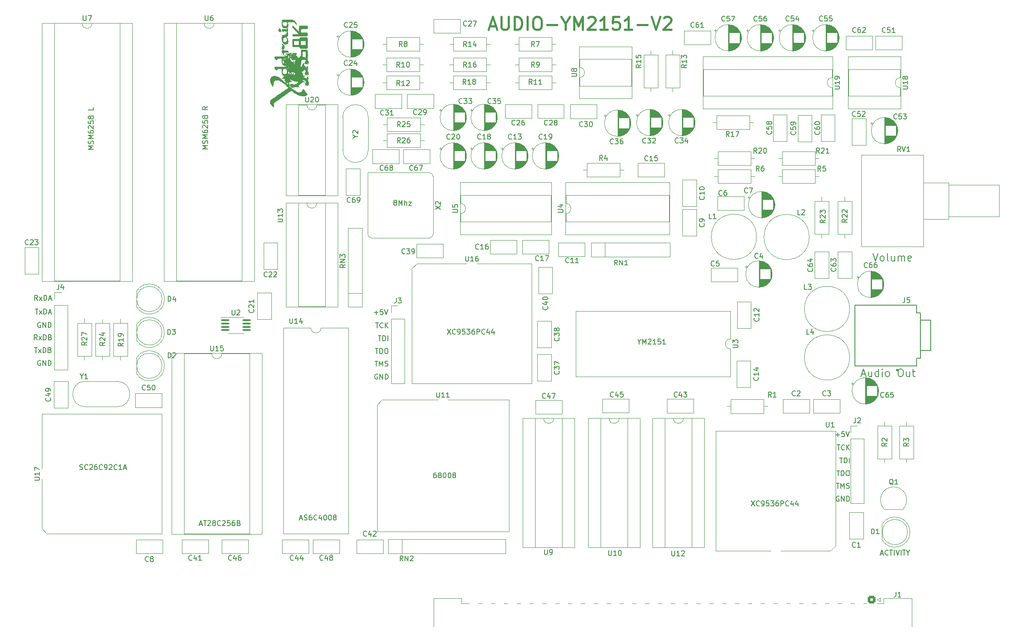
<source format=gto>
G04 #@! TF.GenerationSoftware,KiCad,Pcbnew,8.0.2*
G04 #@! TF.CreationDate,2024-05-24T13:25:02+01:00*
G04 #@! TF.ProjectId,AudioYM2151V2,41756469-6f59-44d3-9231-353156322e6b,rev?*
G04 #@! TF.SameCoordinates,Original*
G04 #@! TF.FileFunction,Legend,Top*
G04 #@! TF.FilePolarity,Positive*
%FSLAX46Y46*%
G04 Gerber Fmt 4.6, Leading zero omitted, Abs format (unit mm)*
G04 Created by KiCad (PCBNEW 8.0.2) date 2024-05-24 13:25:02*
%MOMM*%
%LPD*%
G01*
G04 APERTURE LIST*
G04 Aperture macros list*
%AMRoundRect*
0 Rectangle with rounded corners*
0 $1 Rounding radius*
0 $2 $3 $4 $5 $6 $7 $8 $9 X,Y pos of 4 corners*
0 Add a 4 corners polygon primitive as box body*
4,1,4,$2,$3,$4,$5,$6,$7,$8,$9,$2,$3,0*
0 Add four circle primitives for the rounded corners*
1,1,$1+$1,$2,$3*
1,1,$1+$1,$4,$5*
1,1,$1+$1,$6,$7*
1,1,$1+$1,$8,$9*
0 Add four rect primitives between the rounded corners*
20,1,$1+$1,$2,$3,$4,$5,0*
20,1,$1+$1,$4,$5,$6,$7,0*
20,1,$1+$1,$6,$7,$8,$9,0*
20,1,$1+$1,$8,$9,$2,$3,0*%
G04 Aperture macros list end*
%ADD10C,0.200000*%
%ADD11C,0.150000*%
%ADD12C,0.406400*%
%ADD13C,0.120000*%
%ADD14C,0.010000*%
%ADD15C,0.127000*%
%ADD16C,0.304800*%
%ADD17R,1.600000X1.600000*%
%ADD18O,1.600000X1.600000*%
%ADD19C,1.600000*%
%ADD20C,1.500000*%
%ADD21C,2.600000*%
%ADD22R,1.422400X1.422400*%
%ADD23C,1.422400*%
%ADD24R,3.000000X3.000000*%
%ADD25C,3.000000*%
%ADD26RoundRect,0.100000X-0.712500X-0.100000X0.712500X-0.100000X0.712500X0.100000X-0.712500X0.100000X0*%
%ADD27C,1.200000*%
%ADD28O,1.504000X2.804000*%
%ADD29O,2.804000X1.504000*%
%ADD30C,2.300000*%
%ADD31R,1.700000X1.700000*%
%ADD32O,1.700000X1.700000*%
%ADD33R,1.800000X1.800000*%
%ADD34C,1.800000*%
%ADD35R,1.300000X1.300000*%
%ADD36C,1.300000*%
%ADD37C,2.850000*%
%ADD38RoundRect,0.249999X0.525001X0.525001X-0.525001X0.525001X-0.525001X-0.525001X0.525001X-0.525001X0*%
%ADD39C,1.550000*%
G04 APERTURE END LIST*
D10*
X165993530Y-66097790D02*
X165898292Y-66050171D01*
X165898292Y-66050171D02*
X165850673Y-66002552D01*
X165850673Y-66002552D02*
X165803054Y-65907314D01*
X165803054Y-65907314D02*
X165803054Y-65859695D01*
X165803054Y-65859695D02*
X165850673Y-65764457D01*
X165850673Y-65764457D02*
X165898292Y-65716838D01*
X165898292Y-65716838D02*
X165993530Y-65669219D01*
X165993530Y-65669219D02*
X166184006Y-65669219D01*
X166184006Y-65669219D02*
X166279244Y-65716838D01*
X166279244Y-65716838D02*
X166326863Y-65764457D01*
X166326863Y-65764457D02*
X166374482Y-65859695D01*
X166374482Y-65859695D02*
X166374482Y-65907314D01*
X166374482Y-65907314D02*
X166326863Y-66002552D01*
X166326863Y-66002552D02*
X166279244Y-66050171D01*
X166279244Y-66050171D02*
X166184006Y-66097790D01*
X166184006Y-66097790D02*
X165993530Y-66097790D01*
X165993530Y-66097790D02*
X165898292Y-66145409D01*
X165898292Y-66145409D02*
X165850673Y-66193028D01*
X165850673Y-66193028D02*
X165803054Y-66288266D01*
X165803054Y-66288266D02*
X165803054Y-66478742D01*
X165803054Y-66478742D02*
X165850673Y-66573980D01*
X165850673Y-66573980D02*
X165898292Y-66621600D01*
X165898292Y-66621600D02*
X165993530Y-66669219D01*
X165993530Y-66669219D02*
X166184006Y-66669219D01*
X166184006Y-66669219D02*
X166279244Y-66621600D01*
X166279244Y-66621600D02*
X166326863Y-66573980D01*
X166326863Y-66573980D02*
X166374482Y-66478742D01*
X166374482Y-66478742D02*
X166374482Y-66288266D01*
X166374482Y-66288266D02*
X166326863Y-66193028D01*
X166326863Y-66193028D02*
X166279244Y-66145409D01*
X166279244Y-66145409D02*
X166184006Y-66097790D01*
X166803054Y-66669219D02*
X166803054Y-65669219D01*
X166803054Y-65669219D02*
X167136387Y-66383504D01*
X167136387Y-66383504D02*
X167469720Y-65669219D01*
X167469720Y-65669219D02*
X167469720Y-66669219D01*
X167945911Y-66669219D02*
X167945911Y-65669219D01*
X168374482Y-66669219D02*
X168374482Y-66145409D01*
X168374482Y-66145409D02*
X168326863Y-66050171D01*
X168326863Y-66050171D02*
X168231625Y-66002552D01*
X168231625Y-66002552D02*
X168088768Y-66002552D01*
X168088768Y-66002552D02*
X167993530Y-66050171D01*
X167993530Y-66050171D02*
X167945911Y-66097790D01*
X168755435Y-66002552D02*
X169279244Y-66002552D01*
X169279244Y-66002552D02*
X168755435Y-66669219D01*
X168755435Y-66669219D02*
X169279244Y-66669219D01*
X162075616Y-97495419D02*
X162647044Y-97495419D01*
X162361330Y-98495419D02*
X162361330Y-97495419D01*
X162980378Y-98495419D02*
X162980378Y-97495419D01*
X162980378Y-97495419D02*
X163313711Y-98209704D01*
X163313711Y-98209704D02*
X163647044Y-97495419D01*
X163647044Y-97495419D02*
X163647044Y-98495419D01*
X164075616Y-98447800D02*
X164218473Y-98495419D01*
X164218473Y-98495419D02*
X164456568Y-98495419D01*
X164456568Y-98495419D02*
X164551806Y-98447800D01*
X164551806Y-98447800D02*
X164599425Y-98400180D01*
X164599425Y-98400180D02*
X164647044Y-98304942D01*
X164647044Y-98304942D02*
X164647044Y-98209704D01*
X164647044Y-98209704D02*
X164599425Y-98114466D01*
X164599425Y-98114466D02*
X164551806Y-98066847D01*
X164551806Y-98066847D02*
X164456568Y-98019228D01*
X164456568Y-98019228D02*
X164266092Y-97971609D01*
X164266092Y-97971609D02*
X164170854Y-97923990D01*
X164170854Y-97923990D02*
X164123235Y-97876371D01*
X164123235Y-97876371D02*
X164075616Y-97781133D01*
X164075616Y-97781133D02*
X164075616Y-97685895D01*
X164075616Y-97685895D02*
X164123235Y-97590657D01*
X164123235Y-97590657D02*
X164170854Y-97543038D01*
X164170854Y-97543038D02*
X164266092Y-97495419D01*
X164266092Y-97495419D02*
X164504187Y-97495419D01*
X164504187Y-97495419D02*
X164647044Y-97543038D01*
X258336114Y-100102357D02*
X259050400Y-100102357D01*
X258193257Y-100530928D02*
X258693257Y-99030928D01*
X258693257Y-99030928D02*
X259193257Y-100530928D01*
X260336114Y-99530928D02*
X260336114Y-100530928D01*
X259693256Y-99530928D02*
X259693256Y-100316642D01*
X259693256Y-100316642D02*
X259764685Y-100459500D01*
X259764685Y-100459500D02*
X259907542Y-100530928D01*
X259907542Y-100530928D02*
X260121828Y-100530928D01*
X260121828Y-100530928D02*
X260264685Y-100459500D01*
X260264685Y-100459500D02*
X260336114Y-100388071D01*
X261693257Y-100530928D02*
X261693257Y-99030928D01*
X261693257Y-100459500D02*
X261550399Y-100530928D01*
X261550399Y-100530928D02*
X261264685Y-100530928D01*
X261264685Y-100530928D02*
X261121828Y-100459500D01*
X261121828Y-100459500D02*
X261050399Y-100388071D01*
X261050399Y-100388071D02*
X260978971Y-100245214D01*
X260978971Y-100245214D02*
X260978971Y-99816642D01*
X260978971Y-99816642D02*
X261050399Y-99673785D01*
X261050399Y-99673785D02*
X261121828Y-99602357D01*
X261121828Y-99602357D02*
X261264685Y-99530928D01*
X261264685Y-99530928D02*
X261550399Y-99530928D01*
X261550399Y-99530928D02*
X261693257Y-99602357D01*
X262407542Y-100530928D02*
X262407542Y-99530928D01*
X262407542Y-99030928D02*
X262336114Y-99102357D01*
X262336114Y-99102357D02*
X262407542Y-99173785D01*
X262407542Y-99173785D02*
X262478971Y-99102357D01*
X262478971Y-99102357D02*
X262407542Y-99030928D01*
X262407542Y-99030928D02*
X262407542Y-99173785D01*
X263336114Y-100530928D02*
X263193257Y-100459500D01*
X263193257Y-100459500D02*
X263121828Y-100388071D01*
X263121828Y-100388071D02*
X263050400Y-100245214D01*
X263050400Y-100245214D02*
X263050400Y-99816642D01*
X263050400Y-99816642D02*
X263121828Y-99673785D01*
X263121828Y-99673785D02*
X263193257Y-99602357D01*
X263193257Y-99602357D02*
X263336114Y-99530928D01*
X263336114Y-99530928D02*
X263550400Y-99530928D01*
X263550400Y-99530928D02*
X263693257Y-99602357D01*
X263693257Y-99602357D02*
X263764686Y-99673785D01*
X263764686Y-99673785D02*
X263836114Y-99816642D01*
X263836114Y-99816642D02*
X263836114Y-100245214D01*
X263836114Y-100245214D02*
X263764686Y-100388071D01*
X263764686Y-100388071D02*
X263693257Y-100459500D01*
X263693257Y-100459500D02*
X263550400Y-100530928D01*
X263550400Y-100530928D02*
X263336114Y-100530928D01*
X265907543Y-99030928D02*
X266193257Y-99030928D01*
X266193257Y-99030928D02*
X266336114Y-99102357D01*
X266336114Y-99102357D02*
X266478971Y-99245214D01*
X266478971Y-99245214D02*
X266550400Y-99530928D01*
X266550400Y-99530928D02*
X266550400Y-100030928D01*
X266550400Y-100030928D02*
X266478971Y-100316642D01*
X266478971Y-100316642D02*
X266336114Y-100459500D01*
X266336114Y-100459500D02*
X266193257Y-100530928D01*
X266193257Y-100530928D02*
X265907543Y-100530928D01*
X265907543Y-100530928D02*
X265764686Y-100459500D01*
X265764686Y-100459500D02*
X265621828Y-100316642D01*
X265621828Y-100316642D02*
X265550400Y-100030928D01*
X265550400Y-100030928D02*
X265550400Y-99530928D01*
X265550400Y-99530928D02*
X265621828Y-99245214D01*
X265621828Y-99245214D02*
X265764686Y-99102357D01*
X265764686Y-99102357D02*
X265907543Y-99030928D01*
X267836115Y-99530928D02*
X267836115Y-100530928D01*
X267193257Y-99530928D02*
X267193257Y-100316642D01*
X267193257Y-100316642D02*
X267264686Y-100459500D01*
X267264686Y-100459500D02*
X267407543Y-100530928D01*
X267407543Y-100530928D02*
X267621829Y-100530928D01*
X267621829Y-100530928D02*
X267764686Y-100459500D01*
X267764686Y-100459500D02*
X267836115Y-100388071D01*
X268336115Y-99530928D02*
X268907543Y-99530928D01*
X268550400Y-99030928D02*
X268550400Y-100316642D01*
X268550400Y-100316642D02*
X268621829Y-100459500D01*
X268621829Y-100459500D02*
X268764686Y-100530928D01*
X268764686Y-100530928D02*
X268907543Y-100530928D01*
X162589882Y-100108438D02*
X162494644Y-100060819D01*
X162494644Y-100060819D02*
X162351787Y-100060819D01*
X162351787Y-100060819D02*
X162208930Y-100108438D01*
X162208930Y-100108438D02*
X162113692Y-100203676D01*
X162113692Y-100203676D02*
X162066073Y-100298914D01*
X162066073Y-100298914D02*
X162018454Y-100489390D01*
X162018454Y-100489390D02*
X162018454Y-100632247D01*
X162018454Y-100632247D02*
X162066073Y-100822723D01*
X162066073Y-100822723D02*
X162113692Y-100917961D01*
X162113692Y-100917961D02*
X162208930Y-101013200D01*
X162208930Y-101013200D02*
X162351787Y-101060819D01*
X162351787Y-101060819D02*
X162447025Y-101060819D01*
X162447025Y-101060819D02*
X162589882Y-101013200D01*
X162589882Y-101013200D02*
X162637501Y-100965580D01*
X162637501Y-100965580D02*
X162637501Y-100632247D01*
X162637501Y-100632247D02*
X162447025Y-100632247D01*
X163066073Y-101060819D02*
X163066073Y-100060819D01*
X163066073Y-100060819D02*
X163637501Y-101060819D01*
X163637501Y-101060819D02*
X163637501Y-100060819D01*
X164113692Y-101060819D02*
X164113692Y-100060819D01*
X164113692Y-100060819D02*
X164351787Y-100060819D01*
X164351787Y-100060819D02*
X164494644Y-100108438D01*
X164494644Y-100108438D02*
X164589882Y-100203676D01*
X164589882Y-100203676D02*
X164637501Y-100298914D01*
X164637501Y-100298914D02*
X164685120Y-100489390D01*
X164685120Y-100489390D02*
X164685120Y-100632247D01*
X164685120Y-100632247D02*
X164637501Y-100822723D01*
X164637501Y-100822723D02*
X164589882Y-100917961D01*
X164589882Y-100917961D02*
X164494644Y-101013200D01*
X164494644Y-101013200D02*
X164351787Y-101060819D01*
X164351787Y-101060819D02*
X164113692Y-101060819D01*
X103700054Y-118920200D02*
X103842911Y-118967819D01*
X103842911Y-118967819D02*
X104081006Y-118967819D01*
X104081006Y-118967819D02*
X104176244Y-118920200D01*
X104176244Y-118920200D02*
X104223863Y-118872580D01*
X104223863Y-118872580D02*
X104271482Y-118777342D01*
X104271482Y-118777342D02*
X104271482Y-118682104D01*
X104271482Y-118682104D02*
X104223863Y-118586866D01*
X104223863Y-118586866D02*
X104176244Y-118539247D01*
X104176244Y-118539247D02*
X104081006Y-118491628D01*
X104081006Y-118491628D02*
X103890530Y-118444009D01*
X103890530Y-118444009D02*
X103795292Y-118396390D01*
X103795292Y-118396390D02*
X103747673Y-118348771D01*
X103747673Y-118348771D02*
X103700054Y-118253533D01*
X103700054Y-118253533D02*
X103700054Y-118158295D01*
X103700054Y-118158295D02*
X103747673Y-118063057D01*
X103747673Y-118063057D02*
X103795292Y-118015438D01*
X103795292Y-118015438D02*
X103890530Y-117967819D01*
X103890530Y-117967819D02*
X104128625Y-117967819D01*
X104128625Y-117967819D02*
X104271482Y-118015438D01*
X105271482Y-118872580D02*
X105223863Y-118920200D01*
X105223863Y-118920200D02*
X105081006Y-118967819D01*
X105081006Y-118967819D02*
X104985768Y-118967819D01*
X104985768Y-118967819D02*
X104842911Y-118920200D01*
X104842911Y-118920200D02*
X104747673Y-118824961D01*
X104747673Y-118824961D02*
X104700054Y-118729723D01*
X104700054Y-118729723D02*
X104652435Y-118539247D01*
X104652435Y-118539247D02*
X104652435Y-118396390D01*
X104652435Y-118396390D02*
X104700054Y-118205914D01*
X104700054Y-118205914D02*
X104747673Y-118110676D01*
X104747673Y-118110676D02*
X104842911Y-118015438D01*
X104842911Y-118015438D02*
X104985768Y-117967819D01*
X104985768Y-117967819D02*
X105081006Y-117967819D01*
X105081006Y-117967819D02*
X105223863Y-118015438D01*
X105223863Y-118015438D02*
X105271482Y-118063057D01*
X105652435Y-118063057D02*
X105700054Y-118015438D01*
X105700054Y-118015438D02*
X105795292Y-117967819D01*
X105795292Y-117967819D02*
X106033387Y-117967819D01*
X106033387Y-117967819D02*
X106128625Y-118015438D01*
X106128625Y-118015438D02*
X106176244Y-118063057D01*
X106176244Y-118063057D02*
X106223863Y-118158295D01*
X106223863Y-118158295D02*
X106223863Y-118253533D01*
X106223863Y-118253533D02*
X106176244Y-118396390D01*
X106176244Y-118396390D02*
X105604816Y-118967819D01*
X105604816Y-118967819D02*
X106223863Y-118967819D01*
X107081006Y-117967819D02*
X106890530Y-117967819D01*
X106890530Y-117967819D02*
X106795292Y-118015438D01*
X106795292Y-118015438D02*
X106747673Y-118063057D01*
X106747673Y-118063057D02*
X106652435Y-118205914D01*
X106652435Y-118205914D02*
X106604816Y-118396390D01*
X106604816Y-118396390D02*
X106604816Y-118777342D01*
X106604816Y-118777342D02*
X106652435Y-118872580D01*
X106652435Y-118872580D02*
X106700054Y-118920200D01*
X106700054Y-118920200D02*
X106795292Y-118967819D01*
X106795292Y-118967819D02*
X106985768Y-118967819D01*
X106985768Y-118967819D02*
X107081006Y-118920200D01*
X107081006Y-118920200D02*
X107128625Y-118872580D01*
X107128625Y-118872580D02*
X107176244Y-118777342D01*
X107176244Y-118777342D02*
X107176244Y-118539247D01*
X107176244Y-118539247D02*
X107128625Y-118444009D01*
X107128625Y-118444009D02*
X107081006Y-118396390D01*
X107081006Y-118396390D02*
X106985768Y-118348771D01*
X106985768Y-118348771D02*
X106795292Y-118348771D01*
X106795292Y-118348771D02*
X106700054Y-118396390D01*
X106700054Y-118396390D02*
X106652435Y-118444009D01*
X106652435Y-118444009D02*
X106604816Y-118539247D01*
X108176244Y-118872580D02*
X108128625Y-118920200D01*
X108128625Y-118920200D02*
X107985768Y-118967819D01*
X107985768Y-118967819D02*
X107890530Y-118967819D01*
X107890530Y-118967819D02*
X107747673Y-118920200D01*
X107747673Y-118920200D02*
X107652435Y-118824961D01*
X107652435Y-118824961D02*
X107604816Y-118729723D01*
X107604816Y-118729723D02*
X107557197Y-118539247D01*
X107557197Y-118539247D02*
X107557197Y-118396390D01*
X107557197Y-118396390D02*
X107604816Y-118205914D01*
X107604816Y-118205914D02*
X107652435Y-118110676D01*
X107652435Y-118110676D02*
X107747673Y-118015438D01*
X107747673Y-118015438D02*
X107890530Y-117967819D01*
X107890530Y-117967819D02*
X107985768Y-117967819D01*
X107985768Y-117967819D02*
X108128625Y-118015438D01*
X108128625Y-118015438D02*
X108176244Y-118063057D01*
X108652435Y-118967819D02*
X108842911Y-118967819D01*
X108842911Y-118967819D02*
X108938149Y-118920200D01*
X108938149Y-118920200D02*
X108985768Y-118872580D01*
X108985768Y-118872580D02*
X109081006Y-118729723D01*
X109081006Y-118729723D02*
X109128625Y-118539247D01*
X109128625Y-118539247D02*
X109128625Y-118158295D01*
X109128625Y-118158295D02*
X109081006Y-118063057D01*
X109081006Y-118063057D02*
X109033387Y-118015438D01*
X109033387Y-118015438D02*
X108938149Y-117967819D01*
X108938149Y-117967819D02*
X108747673Y-117967819D01*
X108747673Y-117967819D02*
X108652435Y-118015438D01*
X108652435Y-118015438D02*
X108604816Y-118063057D01*
X108604816Y-118063057D02*
X108557197Y-118158295D01*
X108557197Y-118158295D02*
X108557197Y-118396390D01*
X108557197Y-118396390D02*
X108604816Y-118491628D01*
X108604816Y-118491628D02*
X108652435Y-118539247D01*
X108652435Y-118539247D02*
X108747673Y-118586866D01*
X108747673Y-118586866D02*
X108938149Y-118586866D01*
X108938149Y-118586866D02*
X109033387Y-118539247D01*
X109033387Y-118539247D02*
X109081006Y-118491628D01*
X109081006Y-118491628D02*
X109128625Y-118396390D01*
X109509578Y-118063057D02*
X109557197Y-118015438D01*
X109557197Y-118015438D02*
X109652435Y-117967819D01*
X109652435Y-117967819D02*
X109890530Y-117967819D01*
X109890530Y-117967819D02*
X109985768Y-118015438D01*
X109985768Y-118015438D02*
X110033387Y-118063057D01*
X110033387Y-118063057D02*
X110081006Y-118158295D01*
X110081006Y-118158295D02*
X110081006Y-118253533D01*
X110081006Y-118253533D02*
X110033387Y-118396390D01*
X110033387Y-118396390D02*
X109461959Y-118967819D01*
X109461959Y-118967819D02*
X110081006Y-118967819D01*
X111081006Y-118872580D02*
X111033387Y-118920200D01*
X111033387Y-118920200D02*
X110890530Y-118967819D01*
X110890530Y-118967819D02*
X110795292Y-118967819D01*
X110795292Y-118967819D02*
X110652435Y-118920200D01*
X110652435Y-118920200D02*
X110557197Y-118824961D01*
X110557197Y-118824961D02*
X110509578Y-118729723D01*
X110509578Y-118729723D02*
X110461959Y-118539247D01*
X110461959Y-118539247D02*
X110461959Y-118396390D01*
X110461959Y-118396390D02*
X110509578Y-118205914D01*
X110509578Y-118205914D02*
X110557197Y-118110676D01*
X110557197Y-118110676D02*
X110652435Y-118015438D01*
X110652435Y-118015438D02*
X110795292Y-117967819D01*
X110795292Y-117967819D02*
X110890530Y-117967819D01*
X110890530Y-117967819D02*
X111033387Y-118015438D01*
X111033387Y-118015438D02*
X111081006Y-118063057D01*
X112033387Y-118967819D02*
X111461959Y-118967819D01*
X111747673Y-118967819D02*
X111747673Y-117967819D01*
X111747673Y-117967819D02*
X111652435Y-118110676D01*
X111652435Y-118110676D02*
X111557197Y-118205914D01*
X111557197Y-118205914D02*
X111461959Y-118253533D01*
X112414340Y-118682104D02*
X112890530Y-118682104D01*
X112319102Y-118967819D02*
X112652435Y-117967819D01*
X112652435Y-117967819D02*
X112985768Y-118967819D01*
X162202616Y-89900819D02*
X162774044Y-89900819D01*
X162488330Y-90900819D02*
X162488330Y-89900819D01*
X163678806Y-90805580D02*
X163631187Y-90853200D01*
X163631187Y-90853200D02*
X163488330Y-90900819D01*
X163488330Y-90900819D02*
X163393092Y-90900819D01*
X163393092Y-90900819D02*
X163250235Y-90853200D01*
X163250235Y-90853200D02*
X163154997Y-90757961D01*
X163154997Y-90757961D02*
X163107378Y-90662723D01*
X163107378Y-90662723D02*
X163059759Y-90472247D01*
X163059759Y-90472247D02*
X163059759Y-90329390D01*
X163059759Y-90329390D02*
X163107378Y-90138914D01*
X163107378Y-90138914D02*
X163154997Y-90043676D01*
X163154997Y-90043676D02*
X163250235Y-89948438D01*
X163250235Y-89948438D02*
X163393092Y-89900819D01*
X163393092Y-89900819D02*
X163488330Y-89900819D01*
X163488330Y-89900819D02*
X163631187Y-89948438D01*
X163631187Y-89948438D02*
X163678806Y-89996057D01*
X164107378Y-90900819D02*
X164107378Y-89900819D01*
X164678806Y-90900819D02*
X164250235Y-90329390D01*
X164678806Y-89900819D02*
X164107378Y-90472247D01*
X253337816Y-121650819D02*
X253909244Y-121650819D01*
X253623530Y-122650819D02*
X253623530Y-121650819D01*
X254242578Y-122650819D02*
X254242578Y-121650819D01*
X254242578Y-121650819D02*
X254575911Y-122365104D01*
X254575911Y-122365104D02*
X254909244Y-121650819D01*
X254909244Y-121650819D02*
X254909244Y-122650819D01*
X255337816Y-122603200D02*
X255480673Y-122650819D01*
X255480673Y-122650819D02*
X255718768Y-122650819D01*
X255718768Y-122650819D02*
X255814006Y-122603200D01*
X255814006Y-122603200D02*
X255861625Y-122555580D01*
X255861625Y-122555580D02*
X255909244Y-122460342D01*
X255909244Y-122460342D02*
X255909244Y-122365104D01*
X255909244Y-122365104D02*
X255861625Y-122269866D01*
X255861625Y-122269866D02*
X255814006Y-122222247D01*
X255814006Y-122222247D02*
X255718768Y-122174628D01*
X255718768Y-122174628D02*
X255528292Y-122127009D01*
X255528292Y-122127009D02*
X255433054Y-122079390D01*
X255433054Y-122079390D02*
X255385435Y-122031771D01*
X255385435Y-122031771D02*
X255337816Y-121936533D01*
X255337816Y-121936533D02*
X255337816Y-121841295D01*
X255337816Y-121841295D02*
X255385435Y-121746057D01*
X255385435Y-121746057D02*
X255433054Y-121698438D01*
X255433054Y-121698438D02*
X255528292Y-121650819D01*
X255528292Y-121650819D02*
X255766387Y-121650819D01*
X255766387Y-121650819D02*
X255909244Y-121698438D01*
X95940282Y-89897638D02*
X95845044Y-89850019D01*
X95845044Y-89850019D02*
X95702187Y-89850019D01*
X95702187Y-89850019D02*
X95559330Y-89897638D01*
X95559330Y-89897638D02*
X95464092Y-89992876D01*
X95464092Y-89992876D02*
X95416473Y-90088114D01*
X95416473Y-90088114D02*
X95368854Y-90278590D01*
X95368854Y-90278590D02*
X95368854Y-90421447D01*
X95368854Y-90421447D02*
X95416473Y-90611923D01*
X95416473Y-90611923D02*
X95464092Y-90707161D01*
X95464092Y-90707161D02*
X95559330Y-90802400D01*
X95559330Y-90802400D02*
X95702187Y-90850019D01*
X95702187Y-90850019D02*
X95797425Y-90850019D01*
X95797425Y-90850019D02*
X95940282Y-90802400D01*
X95940282Y-90802400D02*
X95987901Y-90754780D01*
X95987901Y-90754780D02*
X95987901Y-90421447D01*
X95987901Y-90421447D02*
X95797425Y-90421447D01*
X96416473Y-90850019D02*
X96416473Y-89850019D01*
X96416473Y-89850019D02*
X96987901Y-90850019D01*
X96987901Y-90850019D02*
X96987901Y-89850019D01*
X97464092Y-90850019D02*
X97464092Y-89850019D01*
X97464092Y-89850019D02*
X97702187Y-89850019D01*
X97702187Y-89850019D02*
X97845044Y-89897638D01*
X97845044Y-89897638D02*
X97940282Y-89992876D01*
X97940282Y-89992876D02*
X97987901Y-90088114D01*
X97987901Y-90088114D02*
X98035520Y-90278590D01*
X98035520Y-90278590D02*
X98035520Y-90421447D01*
X98035520Y-90421447D02*
X97987901Y-90611923D01*
X97987901Y-90611923D02*
X97940282Y-90707161D01*
X97940282Y-90707161D02*
X97845044Y-90802400D01*
X97845044Y-90802400D02*
X97702187Y-90850019D01*
X97702187Y-90850019D02*
X97464092Y-90850019D01*
X129000819Y-55535726D02*
X128000819Y-55535726D01*
X128000819Y-55535726D02*
X128715104Y-55202393D01*
X128715104Y-55202393D02*
X128000819Y-54869060D01*
X128000819Y-54869060D02*
X129000819Y-54869060D01*
X128953200Y-54440488D02*
X129000819Y-54297631D01*
X129000819Y-54297631D02*
X129000819Y-54059536D01*
X129000819Y-54059536D02*
X128953200Y-53964298D01*
X128953200Y-53964298D02*
X128905580Y-53916679D01*
X128905580Y-53916679D02*
X128810342Y-53869060D01*
X128810342Y-53869060D02*
X128715104Y-53869060D01*
X128715104Y-53869060D02*
X128619866Y-53916679D01*
X128619866Y-53916679D02*
X128572247Y-53964298D01*
X128572247Y-53964298D02*
X128524628Y-54059536D01*
X128524628Y-54059536D02*
X128477009Y-54250012D01*
X128477009Y-54250012D02*
X128429390Y-54345250D01*
X128429390Y-54345250D02*
X128381771Y-54392869D01*
X128381771Y-54392869D02*
X128286533Y-54440488D01*
X128286533Y-54440488D02*
X128191295Y-54440488D01*
X128191295Y-54440488D02*
X128096057Y-54392869D01*
X128096057Y-54392869D02*
X128048438Y-54345250D01*
X128048438Y-54345250D02*
X128000819Y-54250012D01*
X128000819Y-54250012D02*
X128000819Y-54011917D01*
X128000819Y-54011917D02*
X128048438Y-53869060D01*
X129000819Y-53440488D02*
X128000819Y-53440488D01*
X128000819Y-53440488D02*
X128715104Y-53107155D01*
X128715104Y-53107155D02*
X128000819Y-52773822D01*
X128000819Y-52773822D02*
X129000819Y-52773822D01*
X128000819Y-51869060D02*
X128000819Y-52059536D01*
X128000819Y-52059536D02*
X128048438Y-52154774D01*
X128048438Y-52154774D02*
X128096057Y-52202393D01*
X128096057Y-52202393D02*
X128238914Y-52297631D01*
X128238914Y-52297631D02*
X128429390Y-52345250D01*
X128429390Y-52345250D02*
X128810342Y-52345250D01*
X128810342Y-52345250D02*
X128905580Y-52297631D01*
X128905580Y-52297631D02*
X128953200Y-52250012D01*
X128953200Y-52250012D02*
X129000819Y-52154774D01*
X129000819Y-52154774D02*
X129000819Y-51964298D01*
X129000819Y-51964298D02*
X128953200Y-51869060D01*
X128953200Y-51869060D02*
X128905580Y-51821441D01*
X128905580Y-51821441D02*
X128810342Y-51773822D01*
X128810342Y-51773822D02*
X128572247Y-51773822D01*
X128572247Y-51773822D02*
X128477009Y-51821441D01*
X128477009Y-51821441D02*
X128429390Y-51869060D01*
X128429390Y-51869060D02*
X128381771Y-51964298D01*
X128381771Y-51964298D02*
X128381771Y-52154774D01*
X128381771Y-52154774D02*
X128429390Y-52250012D01*
X128429390Y-52250012D02*
X128477009Y-52297631D01*
X128477009Y-52297631D02*
X128572247Y-52345250D01*
X128096057Y-51392869D02*
X128048438Y-51345250D01*
X128048438Y-51345250D02*
X128000819Y-51250012D01*
X128000819Y-51250012D02*
X128000819Y-51011917D01*
X128000819Y-51011917D02*
X128048438Y-50916679D01*
X128048438Y-50916679D02*
X128096057Y-50869060D01*
X128096057Y-50869060D02*
X128191295Y-50821441D01*
X128191295Y-50821441D02*
X128286533Y-50821441D01*
X128286533Y-50821441D02*
X128429390Y-50869060D01*
X128429390Y-50869060D02*
X129000819Y-51440488D01*
X129000819Y-51440488D02*
X129000819Y-50821441D01*
X128000819Y-49916679D02*
X128000819Y-50392869D01*
X128000819Y-50392869D02*
X128477009Y-50440488D01*
X128477009Y-50440488D02*
X128429390Y-50392869D01*
X128429390Y-50392869D02*
X128381771Y-50297631D01*
X128381771Y-50297631D02*
X128381771Y-50059536D01*
X128381771Y-50059536D02*
X128429390Y-49964298D01*
X128429390Y-49964298D02*
X128477009Y-49916679D01*
X128477009Y-49916679D02*
X128572247Y-49869060D01*
X128572247Y-49869060D02*
X128810342Y-49869060D01*
X128810342Y-49869060D02*
X128905580Y-49916679D01*
X128905580Y-49916679D02*
X128953200Y-49964298D01*
X128953200Y-49964298D02*
X129000819Y-50059536D01*
X129000819Y-50059536D02*
X129000819Y-50297631D01*
X129000819Y-50297631D02*
X128953200Y-50392869D01*
X128953200Y-50392869D02*
X128905580Y-50440488D01*
X128429390Y-49297631D02*
X128381771Y-49392869D01*
X128381771Y-49392869D02*
X128334152Y-49440488D01*
X128334152Y-49440488D02*
X128238914Y-49488107D01*
X128238914Y-49488107D02*
X128191295Y-49488107D01*
X128191295Y-49488107D02*
X128096057Y-49440488D01*
X128096057Y-49440488D02*
X128048438Y-49392869D01*
X128048438Y-49392869D02*
X128000819Y-49297631D01*
X128000819Y-49297631D02*
X128000819Y-49107155D01*
X128000819Y-49107155D02*
X128048438Y-49011917D01*
X128048438Y-49011917D02*
X128096057Y-48964298D01*
X128096057Y-48964298D02*
X128191295Y-48916679D01*
X128191295Y-48916679D02*
X128238914Y-48916679D01*
X128238914Y-48916679D02*
X128334152Y-48964298D01*
X128334152Y-48964298D02*
X128381771Y-49011917D01*
X128381771Y-49011917D02*
X128429390Y-49107155D01*
X128429390Y-49107155D02*
X128429390Y-49297631D01*
X128429390Y-49297631D02*
X128477009Y-49392869D01*
X128477009Y-49392869D02*
X128524628Y-49440488D01*
X128524628Y-49440488D02*
X128619866Y-49488107D01*
X128619866Y-49488107D02*
X128810342Y-49488107D01*
X128810342Y-49488107D02*
X128905580Y-49440488D01*
X128905580Y-49440488D02*
X128953200Y-49392869D01*
X128953200Y-49392869D02*
X129000819Y-49297631D01*
X129000819Y-49297631D02*
X129000819Y-49107155D01*
X129000819Y-49107155D02*
X128953200Y-49011917D01*
X128953200Y-49011917D02*
X128905580Y-48964298D01*
X128905580Y-48964298D02*
X128810342Y-48916679D01*
X128810342Y-48916679D02*
X128619866Y-48916679D01*
X128619866Y-48916679D02*
X128524628Y-48964298D01*
X128524628Y-48964298D02*
X128477009Y-49011917D01*
X128477009Y-49011917D02*
X128429390Y-49107155D01*
X129000819Y-47154774D02*
X128524628Y-47488107D01*
X129000819Y-47726202D02*
X128000819Y-47726202D01*
X128000819Y-47726202D02*
X128000819Y-47345250D01*
X128000819Y-47345250D02*
X128048438Y-47250012D01*
X128048438Y-47250012D02*
X128096057Y-47202393D01*
X128096057Y-47202393D02*
X128191295Y-47154774D01*
X128191295Y-47154774D02*
X128334152Y-47154774D01*
X128334152Y-47154774D02*
X128429390Y-47202393D01*
X128429390Y-47202393D02*
X128477009Y-47250012D01*
X128477009Y-47250012D02*
X128524628Y-47345250D01*
X128524628Y-47345250D02*
X128524628Y-47726202D01*
X94892616Y-87183019D02*
X95464044Y-87183019D01*
X95178330Y-88183019D02*
X95178330Y-87183019D01*
X95702140Y-88183019D02*
X96225949Y-87516352D01*
X95702140Y-87516352D02*
X96225949Y-88183019D01*
X96606902Y-88183019D02*
X96606902Y-87183019D01*
X96606902Y-87183019D02*
X96844997Y-87183019D01*
X96844997Y-87183019D02*
X96987854Y-87230638D01*
X96987854Y-87230638D02*
X97083092Y-87325876D01*
X97083092Y-87325876D02*
X97130711Y-87421114D01*
X97130711Y-87421114D02*
X97178330Y-87611590D01*
X97178330Y-87611590D02*
X97178330Y-87754447D01*
X97178330Y-87754447D02*
X97130711Y-87944923D01*
X97130711Y-87944923D02*
X97083092Y-88040161D01*
X97083092Y-88040161D02*
X96987854Y-88135400D01*
X96987854Y-88135400D02*
X96844997Y-88183019D01*
X96844997Y-88183019D02*
X96606902Y-88183019D01*
X97559283Y-87897304D02*
X98035473Y-87897304D01*
X97464045Y-88183019D02*
X97797378Y-87183019D01*
X97797378Y-87183019D02*
X98130711Y-88183019D01*
X147235654Y-128638904D02*
X147711844Y-128638904D01*
X147140416Y-128924619D02*
X147473749Y-127924619D01*
X147473749Y-127924619D02*
X147807082Y-128924619D01*
X148092797Y-128877000D02*
X148235654Y-128924619D01*
X148235654Y-128924619D02*
X148473749Y-128924619D01*
X148473749Y-128924619D02*
X148568987Y-128877000D01*
X148568987Y-128877000D02*
X148616606Y-128829380D01*
X148616606Y-128829380D02*
X148664225Y-128734142D01*
X148664225Y-128734142D02*
X148664225Y-128638904D01*
X148664225Y-128638904D02*
X148616606Y-128543666D01*
X148616606Y-128543666D02*
X148568987Y-128496047D01*
X148568987Y-128496047D02*
X148473749Y-128448428D01*
X148473749Y-128448428D02*
X148283273Y-128400809D01*
X148283273Y-128400809D02*
X148188035Y-128353190D01*
X148188035Y-128353190D02*
X148140416Y-128305571D01*
X148140416Y-128305571D02*
X148092797Y-128210333D01*
X148092797Y-128210333D02*
X148092797Y-128115095D01*
X148092797Y-128115095D02*
X148140416Y-128019857D01*
X148140416Y-128019857D02*
X148188035Y-127972238D01*
X148188035Y-127972238D02*
X148283273Y-127924619D01*
X148283273Y-127924619D02*
X148521368Y-127924619D01*
X148521368Y-127924619D02*
X148664225Y-127972238D01*
X149521368Y-127924619D02*
X149330892Y-127924619D01*
X149330892Y-127924619D02*
X149235654Y-127972238D01*
X149235654Y-127972238D02*
X149188035Y-128019857D01*
X149188035Y-128019857D02*
X149092797Y-128162714D01*
X149092797Y-128162714D02*
X149045178Y-128353190D01*
X149045178Y-128353190D02*
X149045178Y-128734142D01*
X149045178Y-128734142D02*
X149092797Y-128829380D01*
X149092797Y-128829380D02*
X149140416Y-128877000D01*
X149140416Y-128877000D02*
X149235654Y-128924619D01*
X149235654Y-128924619D02*
X149426130Y-128924619D01*
X149426130Y-128924619D02*
X149521368Y-128877000D01*
X149521368Y-128877000D02*
X149568987Y-128829380D01*
X149568987Y-128829380D02*
X149616606Y-128734142D01*
X149616606Y-128734142D02*
X149616606Y-128496047D01*
X149616606Y-128496047D02*
X149568987Y-128400809D01*
X149568987Y-128400809D02*
X149521368Y-128353190D01*
X149521368Y-128353190D02*
X149426130Y-128305571D01*
X149426130Y-128305571D02*
X149235654Y-128305571D01*
X149235654Y-128305571D02*
X149140416Y-128353190D01*
X149140416Y-128353190D02*
X149092797Y-128400809D01*
X149092797Y-128400809D02*
X149045178Y-128496047D01*
X150616606Y-128829380D02*
X150568987Y-128877000D01*
X150568987Y-128877000D02*
X150426130Y-128924619D01*
X150426130Y-128924619D02*
X150330892Y-128924619D01*
X150330892Y-128924619D02*
X150188035Y-128877000D01*
X150188035Y-128877000D02*
X150092797Y-128781761D01*
X150092797Y-128781761D02*
X150045178Y-128686523D01*
X150045178Y-128686523D02*
X149997559Y-128496047D01*
X149997559Y-128496047D02*
X149997559Y-128353190D01*
X149997559Y-128353190D02*
X150045178Y-128162714D01*
X150045178Y-128162714D02*
X150092797Y-128067476D01*
X150092797Y-128067476D02*
X150188035Y-127972238D01*
X150188035Y-127972238D02*
X150330892Y-127924619D01*
X150330892Y-127924619D02*
X150426130Y-127924619D01*
X150426130Y-127924619D02*
X150568987Y-127972238D01*
X150568987Y-127972238D02*
X150616606Y-128019857D01*
X151473749Y-128257952D02*
X151473749Y-128924619D01*
X151235654Y-127877000D02*
X150997559Y-128591285D01*
X150997559Y-128591285D02*
X151616606Y-128591285D01*
X152188035Y-127924619D02*
X152283273Y-127924619D01*
X152283273Y-127924619D02*
X152378511Y-127972238D01*
X152378511Y-127972238D02*
X152426130Y-128019857D01*
X152426130Y-128019857D02*
X152473749Y-128115095D01*
X152473749Y-128115095D02*
X152521368Y-128305571D01*
X152521368Y-128305571D02*
X152521368Y-128543666D01*
X152521368Y-128543666D02*
X152473749Y-128734142D01*
X152473749Y-128734142D02*
X152426130Y-128829380D01*
X152426130Y-128829380D02*
X152378511Y-128877000D01*
X152378511Y-128877000D02*
X152283273Y-128924619D01*
X152283273Y-128924619D02*
X152188035Y-128924619D01*
X152188035Y-128924619D02*
X152092797Y-128877000D01*
X152092797Y-128877000D02*
X152045178Y-128829380D01*
X152045178Y-128829380D02*
X151997559Y-128734142D01*
X151997559Y-128734142D02*
X151949940Y-128543666D01*
X151949940Y-128543666D02*
X151949940Y-128305571D01*
X151949940Y-128305571D02*
X151997559Y-128115095D01*
X151997559Y-128115095D02*
X152045178Y-128019857D01*
X152045178Y-128019857D02*
X152092797Y-127972238D01*
X152092797Y-127972238D02*
X152188035Y-127924619D01*
X153140416Y-127924619D02*
X153235654Y-127924619D01*
X153235654Y-127924619D02*
X153330892Y-127972238D01*
X153330892Y-127972238D02*
X153378511Y-128019857D01*
X153378511Y-128019857D02*
X153426130Y-128115095D01*
X153426130Y-128115095D02*
X153473749Y-128305571D01*
X153473749Y-128305571D02*
X153473749Y-128543666D01*
X153473749Y-128543666D02*
X153426130Y-128734142D01*
X153426130Y-128734142D02*
X153378511Y-128829380D01*
X153378511Y-128829380D02*
X153330892Y-128877000D01*
X153330892Y-128877000D02*
X153235654Y-128924619D01*
X153235654Y-128924619D02*
X153140416Y-128924619D01*
X153140416Y-128924619D02*
X153045178Y-128877000D01*
X153045178Y-128877000D02*
X152997559Y-128829380D01*
X152997559Y-128829380D02*
X152949940Y-128734142D01*
X152949940Y-128734142D02*
X152902321Y-128543666D01*
X152902321Y-128543666D02*
X152902321Y-128305571D01*
X152902321Y-128305571D02*
X152949940Y-128115095D01*
X152949940Y-128115095D02*
X152997559Y-128019857D01*
X152997559Y-128019857D02*
X153045178Y-127972238D01*
X153045178Y-127972238D02*
X153140416Y-127924619D01*
X154045178Y-128353190D02*
X153949940Y-128305571D01*
X153949940Y-128305571D02*
X153902321Y-128257952D01*
X153902321Y-128257952D02*
X153854702Y-128162714D01*
X153854702Y-128162714D02*
X153854702Y-128115095D01*
X153854702Y-128115095D02*
X153902321Y-128019857D01*
X153902321Y-128019857D02*
X153949940Y-127972238D01*
X153949940Y-127972238D02*
X154045178Y-127924619D01*
X154045178Y-127924619D02*
X154235654Y-127924619D01*
X154235654Y-127924619D02*
X154330892Y-127972238D01*
X154330892Y-127972238D02*
X154378511Y-128019857D01*
X154378511Y-128019857D02*
X154426130Y-128115095D01*
X154426130Y-128115095D02*
X154426130Y-128162714D01*
X154426130Y-128162714D02*
X154378511Y-128257952D01*
X154378511Y-128257952D02*
X154330892Y-128305571D01*
X154330892Y-128305571D02*
X154235654Y-128353190D01*
X154235654Y-128353190D02*
X154045178Y-128353190D01*
X154045178Y-128353190D02*
X153949940Y-128400809D01*
X153949940Y-128400809D02*
X153902321Y-128448428D01*
X153902321Y-128448428D02*
X153854702Y-128543666D01*
X153854702Y-128543666D02*
X153854702Y-128734142D01*
X153854702Y-128734142D02*
X153902321Y-128829380D01*
X153902321Y-128829380D02*
X153949940Y-128877000D01*
X153949940Y-128877000D02*
X154045178Y-128924619D01*
X154045178Y-128924619D02*
X154235654Y-128924619D01*
X154235654Y-128924619D02*
X154330892Y-128877000D01*
X154330892Y-128877000D02*
X154378511Y-128829380D01*
X154378511Y-128829380D02*
X154426130Y-128734142D01*
X154426130Y-128734142D02*
X154426130Y-128543666D01*
X154426130Y-128543666D02*
X154378511Y-128448428D01*
X154378511Y-128448428D02*
X154330892Y-128400809D01*
X154330892Y-128400809D02*
X154235654Y-128353190D01*
X253998216Y-116621619D02*
X254569644Y-116621619D01*
X254283930Y-117621619D02*
X254283930Y-116621619D01*
X254902978Y-117621619D02*
X254902978Y-116621619D01*
X254902978Y-116621619D02*
X255141073Y-116621619D01*
X255141073Y-116621619D02*
X255283930Y-116669238D01*
X255283930Y-116669238D02*
X255379168Y-116764476D01*
X255379168Y-116764476D02*
X255426787Y-116859714D01*
X255426787Y-116859714D02*
X255474406Y-117050190D01*
X255474406Y-117050190D02*
X255474406Y-117193047D01*
X255474406Y-117193047D02*
X255426787Y-117383523D01*
X255426787Y-117383523D02*
X255379168Y-117478761D01*
X255379168Y-117478761D02*
X255283930Y-117574000D01*
X255283930Y-117574000D02*
X255141073Y-117621619D01*
X255141073Y-117621619D02*
X254902978Y-117621619D01*
X255902978Y-117621619D02*
X255902978Y-116621619D01*
X162736016Y-92466219D02*
X163307444Y-92466219D01*
X163021730Y-93466219D02*
X163021730Y-92466219D01*
X163640778Y-93466219D02*
X163640778Y-92466219D01*
X163640778Y-92466219D02*
X163878873Y-92466219D01*
X163878873Y-92466219D02*
X164021730Y-92513838D01*
X164021730Y-92513838D02*
X164116968Y-92609076D01*
X164116968Y-92609076D02*
X164164587Y-92704314D01*
X164164587Y-92704314D02*
X164212206Y-92894790D01*
X164212206Y-92894790D02*
X164212206Y-93037647D01*
X164212206Y-93037647D02*
X164164587Y-93228123D01*
X164164587Y-93228123D02*
X164116968Y-93323361D01*
X164116968Y-93323361D02*
X164021730Y-93418600D01*
X164021730Y-93418600D02*
X163878873Y-93466219D01*
X163878873Y-93466219D02*
X163640778Y-93466219D01*
X164640778Y-93466219D02*
X164640778Y-92466219D01*
X161939073Y-87903666D02*
X162700978Y-87903666D01*
X162320025Y-88284619D02*
X162320025Y-87522714D01*
X163653358Y-87284619D02*
X163177168Y-87284619D01*
X163177168Y-87284619D02*
X163129549Y-87760809D01*
X163129549Y-87760809D02*
X163177168Y-87713190D01*
X163177168Y-87713190D02*
X163272406Y-87665571D01*
X163272406Y-87665571D02*
X163510501Y-87665571D01*
X163510501Y-87665571D02*
X163605739Y-87713190D01*
X163605739Y-87713190D02*
X163653358Y-87760809D01*
X163653358Y-87760809D02*
X163700977Y-87856047D01*
X163700977Y-87856047D02*
X163700977Y-88094142D01*
X163700977Y-88094142D02*
X163653358Y-88189380D01*
X163653358Y-88189380D02*
X163605739Y-88237000D01*
X163605739Y-88237000D02*
X163510501Y-88284619D01*
X163510501Y-88284619D02*
X163272406Y-88284619D01*
X163272406Y-88284619D02*
X163177168Y-88237000D01*
X163177168Y-88237000D02*
X163129549Y-88189380D01*
X163986692Y-87284619D02*
X164320025Y-88284619D01*
X164320025Y-88284619D02*
X164653358Y-87284619D01*
X236494435Y-125156019D02*
X237161101Y-126156019D01*
X237161101Y-125156019D02*
X236494435Y-126156019D01*
X238113482Y-126060780D02*
X238065863Y-126108400D01*
X238065863Y-126108400D02*
X237923006Y-126156019D01*
X237923006Y-126156019D02*
X237827768Y-126156019D01*
X237827768Y-126156019D02*
X237684911Y-126108400D01*
X237684911Y-126108400D02*
X237589673Y-126013161D01*
X237589673Y-126013161D02*
X237542054Y-125917923D01*
X237542054Y-125917923D02*
X237494435Y-125727447D01*
X237494435Y-125727447D02*
X237494435Y-125584590D01*
X237494435Y-125584590D02*
X237542054Y-125394114D01*
X237542054Y-125394114D02*
X237589673Y-125298876D01*
X237589673Y-125298876D02*
X237684911Y-125203638D01*
X237684911Y-125203638D02*
X237827768Y-125156019D01*
X237827768Y-125156019D02*
X237923006Y-125156019D01*
X237923006Y-125156019D02*
X238065863Y-125203638D01*
X238065863Y-125203638D02*
X238113482Y-125251257D01*
X238589673Y-126156019D02*
X238780149Y-126156019D01*
X238780149Y-126156019D02*
X238875387Y-126108400D01*
X238875387Y-126108400D02*
X238923006Y-126060780D01*
X238923006Y-126060780D02*
X239018244Y-125917923D01*
X239018244Y-125917923D02*
X239065863Y-125727447D01*
X239065863Y-125727447D02*
X239065863Y-125346495D01*
X239065863Y-125346495D02*
X239018244Y-125251257D01*
X239018244Y-125251257D02*
X238970625Y-125203638D01*
X238970625Y-125203638D02*
X238875387Y-125156019D01*
X238875387Y-125156019D02*
X238684911Y-125156019D01*
X238684911Y-125156019D02*
X238589673Y-125203638D01*
X238589673Y-125203638D02*
X238542054Y-125251257D01*
X238542054Y-125251257D02*
X238494435Y-125346495D01*
X238494435Y-125346495D02*
X238494435Y-125584590D01*
X238494435Y-125584590D02*
X238542054Y-125679828D01*
X238542054Y-125679828D02*
X238589673Y-125727447D01*
X238589673Y-125727447D02*
X238684911Y-125775066D01*
X238684911Y-125775066D02*
X238875387Y-125775066D01*
X238875387Y-125775066D02*
X238970625Y-125727447D01*
X238970625Y-125727447D02*
X239018244Y-125679828D01*
X239018244Y-125679828D02*
X239065863Y-125584590D01*
X239970625Y-125156019D02*
X239494435Y-125156019D01*
X239494435Y-125156019D02*
X239446816Y-125632209D01*
X239446816Y-125632209D02*
X239494435Y-125584590D01*
X239494435Y-125584590D02*
X239589673Y-125536971D01*
X239589673Y-125536971D02*
X239827768Y-125536971D01*
X239827768Y-125536971D02*
X239923006Y-125584590D01*
X239923006Y-125584590D02*
X239970625Y-125632209D01*
X239970625Y-125632209D02*
X240018244Y-125727447D01*
X240018244Y-125727447D02*
X240018244Y-125965542D01*
X240018244Y-125965542D02*
X239970625Y-126060780D01*
X239970625Y-126060780D02*
X239923006Y-126108400D01*
X239923006Y-126108400D02*
X239827768Y-126156019D01*
X239827768Y-126156019D02*
X239589673Y-126156019D01*
X239589673Y-126156019D02*
X239494435Y-126108400D01*
X239494435Y-126108400D02*
X239446816Y-126060780D01*
X240351578Y-125156019D02*
X240970625Y-125156019D01*
X240970625Y-125156019D02*
X240637292Y-125536971D01*
X240637292Y-125536971D02*
X240780149Y-125536971D01*
X240780149Y-125536971D02*
X240875387Y-125584590D01*
X240875387Y-125584590D02*
X240923006Y-125632209D01*
X240923006Y-125632209D02*
X240970625Y-125727447D01*
X240970625Y-125727447D02*
X240970625Y-125965542D01*
X240970625Y-125965542D02*
X240923006Y-126060780D01*
X240923006Y-126060780D02*
X240875387Y-126108400D01*
X240875387Y-126108400D02*
X240780149Y-126156019D01*
X240780149Y-126156019D02*
X240494435Y-126156019D01*
X240494435Y-126156019D02*
X240399197Y-126108400D01*
X240399197Y-126108400D02*
X240351578Y-126060780D01*
X241827768Y-125156019D02*
X241637292Y-125156019D01*
X241637292Y-125156019D02*
X241542054Y-125203638D01*
X241542054Y-125203638D02*
X241494435Y-125251257D01*
X241494435Y-125251257D02*
X241399197Y-125394114D01*
X241399197Y-125394114D02*
X241351578Y-125584590D01*
X241351578Y-125584590D02*
X241351578Y-125965542D01*
X241351578Y-125965542D02*
X241399197Y-126060780D01*
X241399197Y-126060780D02*
X241446816Y-126108400D01*
X241446816Y-126108400D02*
X241542054Y-126156019D01*
X241542054Y-126156019D02*
X241732530Y-126156019D01*
X241732530Y-126156019D02*
X241827768Y-126108400D01*
X241827768Y-126108400D02*
X241875387Y-126060780D01*
X241875387Y-126060780D02*
X241923006Y-125965542D01*
X241923006Y-125965542D02*
X241923006Y-125727447D01*
X241923006Y-125727447D02*
X241875387Y-125632209D01*
X241875387Y-125632209D02*
X241827768Y-125584590D01*
X241827768Y-125584590D02*
X241732530Y-125536971D01*
X241732530Y-125536971D02*
X241542054Y-125536971D01*
X241542054Y-125536971D02*
X241446816Y-125584590D01*
X241446816Y-125584590D02*
X241399197Y-125632209D01*
X241399197Y-125632209D02*
X241351578Y-125727447D01*
X242351578Y-126156019D02*
X242351578Y-125156019D01*
X242351578Y-125156019D02*
X242732530Y-125156019D01*
X242732530Y-125156019D02*
X242827768Y-125203638D01*
X242827768Y-125203638D02*
X242875387Y-125251257D01*
X242875387Y-125251257D02*
X242923006Y-125346495D01*
X242923006Y-125346495D02*
X242923006Y-125489352D01*
X242923006Y-125489352D02*
X242875387Y-125584590D01*
X242875387Y-125584590D02*
X242827768Y-125632209D01*
X242827768Y-125632209D02*
X242732530Y-125679828D01*
X242732530Y-125679828D02*
X242351578Y-125679828D01*
X243923006Y-126060780D02*
X243875387Y-126108400D01*
X243875387Y-126108400D02*
X243732530Y-126156019D01*
X243732530Y-126156019D02*
X243637292Y-126156019D01*
X243637292Y-126156019D02*
X243494435Y-126108400D01*
X243494435Y-126108400D02*
X243399197Y-126013161D01*
X243399197Y-126013161D02*
X243351578Y-125917923D01*
X243351578Y-125917923D02*
X243303959Y-125727447D01*
X243303959Y-125727447D02*
X243303959Y-125584590D01*
X243303959Y-125584590D02*
X243351578Y-125394114D01*
X243351578Y-125394114D02*
X243399197Y-125298876D01*
X243399197Y-125298876D02*
X243494435Y-125203638D01*
X243494435Y-125203638D02*
X243637292Y-125156019D01*
X243637292Y-125156019D02*
X243732530Y-125156019D01*
X243732530Y-125156019D02*
X243875387Y-125203638D01*
X243875387Y-125203638D02*
X243923006Y-125251257D01*
X244780149Y-125489352D02*
X244780149Y-126156019D01*
X244542054Y-125108400D02*
X244303959Y-125822685D01*
X244303959Y-125822685D02*
X244923006Y-125822685D01*
X245732530Y-125489352D02*
X245732530Y-126156019D01*
X245494435Y-125108400D02*
X245256340Y-125822685D01*
X245256340Y-125822685D02*
X245875387Y-125822685D01*
D11*
X262112360Y-135601104D02*
X262588550Y-135601104D01*
X262017122Y-135886819D02*
X262350455Y-134886819D01*
X262350455Y-134886819D02*
X262683788Y-135886819D01*
X263588550Y-135791580D02*
X263540931Y-135839200D01*
X263540931Y-135839200D02*
X263398074Y-135886819D01*
X263398074Y-135886819D02*
X263302836Y-135886819D01*
X263302836Y-135886819D02*
X263159979Y-135839200D01*
X263159979Y-135839200D02*
X263064741Y-135743961D01*
X263064741Y-135743961D02*
X263017122Y-135648723D01*
X263017122Y-135648723D02*
X262969503Y-135458247D01*
X262969503Y-135458247D02*
X262969503Y-135315390D01*
X262969503Y-135315390D02*
X263017122Y-135124914D01*
X263017122Y-135124914D02*
X263064741Y-135029676D01*
X263064741Y-135029676D02*
X263159979Y-134934438D01*
X263159979Y-134934438D02*
X263302836Y-134886819D01*
X263302836Y-134886819D02*
X263398074Y-134886819D01*
X263398074Y-134886819D02*
X263540931Y-134934438D01*
X263540931Y-134934438D02*
X263588550Y-134982057D01*
X263874265Y-134886819D02*
X264445693Y-134886819D01*
X264159979Y-135886819D02*
X264159979Y-134886819D01*
X264779027Y-135886819D02*
X264779027Y-134886819D01*
X265112360Y-134886819D02*
X265445693Y-135886819D01*
X265445693Y-135886819D02*
X265779026Y-134886819D01*
X266112360Y-135886819D02*
X266112360Y-134886819D01*
X266445693Y-134886819D02*
X267017121Y-134886819D01*
X266731407Y-135886819D02*
X266731407Y-134886819D01*
X267540931Y-135410628D02*
X267540931Y-135886819D01*
X267207598Y-134886819D02*
X267540931Y-135410628D01*
X267540931Y-135410628D02*
X267874264Y-134886819D01*
D10*
X253414016Y-119161619D02*
X253985444Y-119161619D01*
X253699730Y-120161619D02*
X253699730Y-119161619D01*
X254318778Y-120161619D02*
X254318778Y-119161619D01*
X254318778Y-119161619D02*
X254556873Y-119161619D01*
X254556873Y-119161619D02*
X254699730Y-119209238D01*
X254699730Y-119209238D02*
X254794968Y-119304476D01*
X254794968Y-119304476D02*
X254842587Y-119399714D01*
X254842587Y-119399714D02*
X254890206Y-119590190D01*
X254890206Y-119590190D02*
X254890206Y-119733047D01*
X254890206Y-119733047D02*
X254842587Y-119923523D01*
X254842587Y-119923523D02*
X254794968Y-120018761D01*
X254794968Y-120018761D02*
X254699730Y-120114000D01*
X254699730Y-120114000D02*
X254556873Y-120161619D01*
X254556873Y-120161619D02*
X254318778Y-120161619D01*
X255509254Y-119161619D02*
X255699730Y-119161619D01*
X255699730Y-119161619D02*
X255794968Y-119209238D01*
X255794968Y-119209238D02*
X255890206Y-119304476D01*
X255890206Y-119304476D02*
X255937825Y-119494952D01*
X255937825Y-119494952D02*
X255937825Y-119828285D01*
X255937825Y-119828285D02*
X255890206Y-120018761D01*
X255890206Y-120018761D02*
X255794968Y-120114000D01*
X255794968Y-120114000D02*
X255699730Y-120161619D01*
X255699730Y-120161619D02*
X255509254Y-120161619D01*
X255509254Y-120161619D02*
X255414016Y-120114000D01*
X255414016Y-120114000D02*
X255318778Y-120018761D01*
X255318778Y-120018761D02*
X255271159Y-119828285D01*
X255271159Y-119828285D02*
X255271159Y-119494952D01*
X255271159Y-119494952D02*
X255318778Y-119304476D01*
X255318778Y-119304476D02*
X255414016Y-119209238D01*
X255414016Y-119209238D02*
X255509254Y-119161619D01*
D12*
X184748777Y-31200305D02*
X185958301Y-31200305D01*
X184506872Y-31926019D02*
X185353539Y-29386019D01*
X185353539Y-29386019D02*
X186200206Y-31926019D01*
X187046872Y-29386019D02*
X187046872Y-31442209D01*
X187046872Y-31442209D02*
X187167825Y-31684114D01*
X187167825Y-31684114D02*
X187288777Y-31805067D01*
X187288777Y-31805067D02*
X187530682Y-31926019D01*
X187530682Y-31926019D02*
X188014491Y-31926019D01*
X188014491Y-31926019D02*
X188256396Y-31805067D01*
X188256396Y-31805067D02*
X188377349Y-31684114D01*
X188377349Y-31684114D02*
X188498301Y-31442209D01*
X188498301Y-31442209D02*
X188498301Y-29386019D01*
X189707824Y-31926019D02*
X189707824Y-29386019D01*
X189707824Y-29386019D02*
X190312586Y-29386019D01*
X190312586Y-29386019D02*
X190675443Y-29506971D01*
X190675443Y-29506971D02*
X190917348Y-29748876D01*
X190917348Y-29748876D02*
X191038301Y-29990781D01*
X191038301Y-29990781D02*
X191159253Y-30474590D01*
X191159253Y-30474590D02*
X191159253Y-30837447D01*
X191159253Y-30837447D02*
X191038301Y-31321257D01*
X191038301Y-31321257D02*
X190917348Y-31563162D01*
X190917348Y-31563162D02*
X190675443Y-31805067D01*
X190675443Y-31805067D02*
X190312586Y-31926019D01*
X190312586Y-31926019D02*
X189707824Y-31926019D01*
X192247824Y-31926019D02*
X192247824Y-29386019D01*
X193941158Y-29386019D02*
X194424967Y-29386019D01*
X194424967Y-29386019D02*
X194666872Y-29506971D01*
X194666872Y-29506971D02*
X194908777Y-29748876D01*
X194908777Y-29748876D02*
X195029729Y-30232686D01*
X195029729Y-30232686D02*
X195029729Y-31079352D01*
X195029729Y-31079352D02*
X194908777Y-31563162D01*
X194908777Y-31563162D02*
X194666872Y-31805067D01*
X194666872Y-31805067D02*
X194424967Y-31926019D01*
X194424967Y-31926019D02*
X193941158Y-31926019D01*
X193941158Y-31926019D02*
X193699253Y-31805067D01*
X193699253Y-31805067D02*
X193457348Y-31563162D01*
X193457348Y-31563162D02*
X193336396Y-31079352D01*
X193336396Y-31079352D02*
X193336396Y-30232686D01*
X193336396Y-30232686D02*
X193457348Y-29748876D01*
X193457348Y-29748876D02*
X193699253Y-29506971D01*
X193699253Y-29506971D02*
X193941158Y-29386019D01*
X196118300Y-30958400D02*
X198053539Y-30958400D01*
X199746872Y-30716495D02*
X199746872Y-31926019D01*
X198900205Y-29386019D02*
X199746872Y-30716495D01*
X199746872Y-30716495D02*
X200593539Y-29386019D01*
X201440205Y-31926019D02*
X201440205Y-29386019D01*
X201440205Y-29386019D02*
X202286872Y-31200305D01*
X202286872Y-31200305D02*
X203133539Y-29386019D01*
X203133539Y-29386019D02*
X203133539Y-31926019D01*
X204222110Y-29627924D02*
X204343062Y-29506971D01*
X204343062Y-29506971D02*
X204584967Y-29386019D01*
X204584967Y-29386019D02*
X205189729Y-29386019D01*
X205189729Y-29386019D02*
X205431634Y-29506971D01*
X205431634Y-29506971D02*
X205552586Y-29627924D01*
X205552586Y-29627924D02*
X205673539Y-29869828D01*
X205673539Y-29869828D02*
X205673539Y-30111733D01*
X205673539Y-30111733D02*
X205552586Y-30474590D01*
X205552586Y-30474590D02*
X204101158Y-31926019D01*
X204101158Y-31926019D02*
X205673539Y-31926019D01*
X208092587Y-31926019D02*
X206641158Y-31926019D01*
X207366872Y-31926019D02*
X207366872Y-29386019D01*
X207366872Y-29386019D02*
X207124968Y-29748876D01*
X207124968Y-29748876D02*
X206883063Y-29990781D01*
X206883063Y-29990781D02*
X206641158Y-30111733D01*
X210390682Y-29386019D02*
X209181158Y-29386019D01*
X209181158Y-29386019D02*
X209060206Y-30595543D01*
X209060206Y-30595543D02*
X209181158Y-30474590D01*
X209181158Y-30474590D02*
X209423063Y-30353638D01*
X209423063Y-30353638D02*
X210027825Y-30353638D01*
X210027825Y-30353638D02*
X210269730Y-30474590D01*
X210269730Y-30474590D02*
X210390682Y-30595543D01*
X210390682Y-30595543D02*
X210511635Y-30837447D01*
X210511635Y-30837447D02*
X210511635Y-31442209D01*
X210511635Y-31442209D02*
X210390682Y-31684114D01*
X210390682Y-31684114D02*
X210269730Y-31805067D01*
X210269730Y-31805067D02*
X210027825Y-31926019D01*
X210027825Y-31926019D02*
X209423063Y-31926019D01*
X209423063Y-31926019D02*
X209181158Y-31805067D01*
X209181158Y-31805067D02*
X209060206Y-31684114D01*
X212930683Y-31926019D02*
X211479254Y-31926019D01*
X212204968Y-31926019D02*
X212204968Y-29386019D01*
X212204968Y-29386019D02*
X211963064Y-29748876D01*
X211963064Y-29748876D02*
X211721159Y-29990781D01*
X211721159Y-29990781D02*
X211479254Y-30111733D01*
X214019254Y-30958400D02*
X215954493Y-30958400D01*
X216801159Y-29386019D02*
X217647826Y-31926019D01*
X217647826Y-31926019D02*
X218494493Y-29386019D01*
X219220207Y-29627924D02*
X219341159Y-29506971D01*
X219341159Y-29506971D02*
X219583064Y-29386019D01*
X219583064Y-29386019D02*
X220187826Y-29386019D01*
X220187826Y-29386019D02*
X220429731Y-29506971D01*
X220429731Y-29506971D02*
X220550683Y-29627924D01*
X220550683Y-29627924D02*
X220671636Y-29869828D01*
X220671636Y-29869828D02*
X220671636Y-30111733D01*
X220671636Y-30111733D02*
X220550683Y-30474590D01*
X220550683Y-30474590D02*
X219099255Y-31926019D01*
X219099255Y-31926019D02*
X220671636Y-31926019D01*
D10*
X95276701Y-93313819D02*
X94943368Y-92837628D01*
X94705273Y-93313819D02*
X94705273Y-92313819D01*
X94705273Y-92313819D02*
X95086225Y-92313819D01*
X95086225Y-92313819D02*
X95181463Y-92361438D01*
X95181463Y-92361438D02*
X95229082Y-92409057D01*
X95229082Y-92409057D02*
X95276701Y-92504295D01*
X95276701Y-92504295D02*
X95276701Y-92647152D01*
X95276701Y-92647152D02*
X95229082Y-92742390D01*
X95229082Y-92742390D02*
X95181463Y-92790009D01*
X95181463Y-92790009D02*
X95086225Y-92837628D01*
X95086225Y-92837628D02*
X94705273Y-92837628D01*
X95610035Y-93313819D02*
X96133844Y-92647152D01*
X95610035Y-92647152D02*
X96133844Y-93313819D01*
X96514797Y-93313819D02*
X96514797Y-92313819D01*
X96514797Y-92313819D02*
X96752892Y-92313819D01*
X96752892Y-92313819D02*
X96895749Y-92361438D01*
X96895749Y-92361438D02*
X96990987Y-92456676D01*
X96990987Y-92456676D02*
X97038606Y-92551914D01*
X97038606Y-92551914D02*
X97086225Y-92742390D01*
X97086225Y-92742390D02*
X97086225Y-92885247D01*
X97086225Y-92885247D02*
X97038606Y-93075723D01*
X97038606Y-93075723D02*
X96990987Y-93170961D01*
X96990987Y-93170961D02*
X96895749Y-93266200D01*
X96895749Y-93266200D02*
X96752892Y-93313819D01*
X96752892Y-93313819D02*
X96514797Y-93313819D01*
X97848130Y-92790009D02*
X97990987Y-92837628D01*
X97990987Y-92837628D02*
X98038606Y-92885247D01*
X98038606Y-92885247D02*
X98086225Y-92980485D01*
X98086225Y-92980485D02*
X98086225Y-93123342D01*
X98086225Y-93123342D02*
X98038606Y-93218580D01*
X98038606Y-93218580D02*
X97990987Y-93266200D01*
X97990987Y-93266200D02*
X97895749Y-93313819D01*
X97895749Y-93313819D02*
X97514797Y-93313819D01*
X97514797Y-93313819D02*
X97514797Y-92313819D01*
X97514797Y-92313819D02*
X97848130Y-92313819D01*
X97848130Y-92313819D02*
X97943368Y-92361438D01*
X97943368Y-92361438D02*
X97990987Y-92409057D01*
X97990987Y-92409057D02*
X98038606Y-92504295D01*
X98038606Y-92504295D02*
X98038606Y-92599533D01*
X98038606Y-92599533D02*
X97990987Y-92694771D01*
X97990987Y-92694771D02*
X97943368Y-92742390D01*
X97943368Y-92742390D02*
X97848130Y-92790009D01*
X97848130Y-92790009D02*
X97514797Y-92790009D01*
X94740216Y-94803019D02*
X95311644Y-94803019D01*
X95025930Y-95803019D02*
X95025930Y-94803019D01*
X95549740Y-95803019D02*
X96073549Y-95136352D01*
X95549740Y-95136352D02*
X96073549Y-95803019D01*
X96454502Y-95803019D02*
X96454502Y-94803019D01*
X96454502Y-94803019D02*
X96692597Y-94803019D01*
X96692597Y-94803019D02*
X96835454Y-94850638D01*
X96835454Y-94850638D02*
X96930692Y-94945876D01*
X96930692Y-94945876D02*
X96978311Y-95041114D01*
X96978311Y-95041114D02*
X97025930Y-95231590D01*
X97025930Y-95231590D02*
X97025930Y-95374447D01*
X97025930Y-95374447D02*
X96978311Y-95564923D01*
X96978311Y-95564923D02*
X96930692Y-95660161D01*
X96930692Y-95660161D02*
X96835454Y-95755400D01*
X96835454Y-95755400D02*
X96692597Y-95803019D01*
X96692597Y-95803019D02*
X96454502Y-95803019D01*
X97787835Y-95279209D02*
X97930692Y-95326828D01*
X97930692Y-95326828D02*
X97978311Y-95374447D01*
X97978311Y-95374447D02*
X98025930Y-95469685D01*
X98025930Y-95469685D02*
X98025930Y-95612542D01*
X98025930Y-95612542D02*
X97978311Y-95707780D01*
X97978311Y-95707780D02*
X97930692Y-95755400D01*
X97930692Y-95755400D02*
X97835454Y-95803019D01*
X97835454Y-95803019D02*
X97454502Y-95803019D01*
X97454502Y-95803019D02*
X97454502Y-94803019D01*
X97454502Y-94803019D02*
X97787835Y-94803019D01*
X97787835Y-94803019D02*
X97883073Y-94850638D01*
X97883073Y-94850638D02*
X97930692Y-94898257D01*
X97930692Y-94898257D02*
X97978311Y-94993495D01*
X97978311Y-94993495D02*
X97978311Y-95088733D01*
X97978311Y-95088733D02*
X97930692Y-95183971D01*
X97930692Y-95183971D02*
X97883073Y-95231590D01*
X97883073Y-95231590D02*
X97787835Y-95279209D01*
X97787835Y-95279209D02*
X97454502Y-95279209D01*
D11*
X176390541Y-91173419D02*
X177057207Y-92173419D01*
X177057207Y-91173419D02*
X176390541Y-92173419D01*
X178009588Y-92078180D02*
X177961969Y-92125800D01*
X177961969Y-92125800D02*
X177819112Y-92173419D01*
X177819112Y-92173419D02*
X177723874Y-92173419D01*
X177723874Y-92173419D02*
X177581017Y-92125800D01*
X177581017Y-92125800D02*
X177485779Y-92030561D01*
X177485779Y-92030561D02*
X177438160Y-91935323D01*
X177438160Y-91935323D02*
X177390541Y-91744847D01*
X177390541Y-91744847D02*
X177390541Y-91601990D01*
X177390541Y-91601990D02*
X177438160Y-91411514D01*
X177438160Y-91411514D02*
X177485779Y-91316276D01*
X177485779Y-91316276D02*
X177581017Y-91221038D01*
X177581017Y-91221038D02*
X177723874Y-91173419D01*
X177723874Y-91173419D02*
X177819112Y-91173419D01*
X177819112Y-91173419D02*
X177961969Y-91221038D01*
X177961969Y-91221038D02*
X178009588Y-91268657D01*
X178485779Y-92173419D02*
X178676255Y-92173419D01*
X178676255Y-92173419D02*
X178771493Y-92125800D01*
X178771493Y-92125800D02*
X178819112Y-92078180D01*
X178819112Y-92078180D02*
X178914350Y-91935323D01*
X178914350Y-91935323D02*
X178961969Y-91744847D01*
X178961969Y-91744847D02*
X178961969Y-91363895D01*
X178961969Y-91363895D02*
X178914350Y-91268657D01*
X178914350Y-91268657D02*
X178866731Y-91221038D01*
X178866731Y-91221038D02*
X178771493Y-91173419D01*
X178771493Y-91173419D02*
X178581017Y-91173419D01*
X178581017Y-91173419D02*
X178485779Y-91221038D01*
X178485779Y-91221038D02*
X178438160Y-91268657D01*
X178438160Y-91268657D02*
X178390541Y-91363895D01*
X178390541Y-91363895D02*
X178390541Y-91601990D01*
X178390541Y-91601990D02*
X178438160Y-91697228D01*
X178438160Y-91697228D02*
X178485779Y-91744847D01*
X178485779Y-91744847D02*
X178581017Y-91792466D01*
X178581017Y-91792466D02*
X178771493Y-91792466D01*
X178771493Y-91792466D02*
X178866731Y-91744847D01*
X178866731Y-91744847D02*
X178914350Y-91697228D01*
X178914350Y-91697228D02*
X178961969Y-91601990D01*
X179866731Y-91173419D02*
X179390541Y-91173419D01*
X179390541Y-91173419D02*
X179342922Y-91649609D01*
X179342922Y-91649609D02*
X179390541Y-91601990D01*
X179390541Y-91601990D02*
X179485779Y-91554371D01*
X179485779Y-91554371D02*
X179723874Y-91554371D01*
X179723874Y-91554371D02*
X179819112Y-91601990D01*
X179819112Y-91601990D02*
X179866731Y-91649609D01*
X179866731Y-91649609D02*
X179914350Y-91744847D01*
X179914350Y-91744847D02*
X179914350Y-91982942D01*
X179914350Y-91982942D02*
X179866731Y-92078180D01*
X179866731Y-92078180D02*
X179819112Y-92125800D01*
X179819112Y-92125800D02*
X179723874Y-92173419D01*
X179723874Y-92173419D02*
X179485779Y-92173419D01*
X179485779Y-92173419D02*
X179390541Y-92125800D01*
X179390541Y-92125800D02*
X179342922Y-92078180D01*
X180247684Y-91173419D02*
X180866731Y-91173419D01*
X180866731Y-91173419D02*
X180533398Y-91554371D01*
X180533398Y-91554371D02*
X180676255Y-91554371D01*
X180676255Y-91554371D02*
X180771493Y-91601990D01*
X180771493Y-91601990D02*
X180819112Y-91649609D01*
X180819112Y-91649609D02*
X180866731Y-91744847D01*
X180866731Y-91744847D02*
X180866731Y-91982942D01*
X180866731Y-91982942D02*
X180819112Y-92078180D01*
X180819112Y-92078180D02*
X180771493Y-92125800D01*
X180771493Y-92125800D02*
X180676255Y-92173419D01*
X180676255Y-92173419D02*
X180390541Y-92173419D01*
X180390541Y-92173419D02*
X180295303Y-92125800D01*
X180295303Y-92125800D02*
X180247684Y-92078180D01*
X181723874Y-91173419D02*
X181533398Y-91173419D01*
X181533398Y-91173419D02*
X181438160Y-91221038D01*
X181438160Y-91221038D02*
X181390541Y-91268657D01*
X181390541Y-91268657D02*
X181295303Y-91411514D01*
X181295303Y-91411514D02*
X181247684Y-91601990D01*
X181247684Y-91601990D02*
X181247684Y-91982942D01*
X181247684Y-91982942D02*
X181295303Y-92078180D01*
X181295303Y-92078180D02*
X181342922Y-92125800D01*
X181342922Y-92125800D02*
X181438160Y-92173419D01*
X181438160Y-92173419D02*
X181628636Y-92173419D01*
X181628636Y-92173419D02*
X181723874Y-92125800D01*
X181723874Y-92125800D02*
X181771493Y-92078180D01*
X181771493Y-92078180D02*
X181819112Y-91982942D01*
X181819112Y-91982942D02*
X181819112Y-91744847D01*
X181819112Y-91744847D02*
X181771493Y-91649609D01*
X181771493Y-91649609D02*
X181723874Y-91601990D01*
X181723874Y-91601990D02*
X181628636Y-91554371D01*
X181628636Y-91554371D02*
X181438160Y-91554371D01*
X181438160Y-91554371D02*
X181342922Y-91601990D01*
X181342922Y-91601990D02*
X181295303Y-91649609D01*
X181295303Y-91649609D02*
X181247684Y-91744847D01*
X182247684Y-92173419D02*
X182247684Y-91173419D01*
X182247684Y-91173419D02*
X182628636Y-91173419D01*
X182628636Y-91173419D02*
X182723874Y-91221038D01*
X182723874Y-91221038D02*
X182771493Y-91268657D01*
X182771493Y-91268657D02*
X182819112Y-91363895D01*
X182819112Y-91363895D02*
X182819112Y-91506752D01*
X182819112Y-91506752D02*
X182771493Y-91601990D01*
X182771493Y-91601990D02*
X182723874Y-91649609D01*
X182723874Y-91649609D02*
X182628636Y-91697228D01*
X182628636Y-91697228D02*
X182247684Y-91697228D01*
X183819112Y-92078180D02*
X183771493Y-92125800D01*
X183771493Y-92125800D02*
X183628636Y-92173419D01*
X183628636Y-92173419D02*
X183533398Y-92173419D01*
X183533398Y-92173419D02*
X183390541Y-92125800D01*
X183390541Y-92125800D02*
X183295303Y-92030561D01*
X183295303Y-92030561D02*
X183247684Y-91935323D01*
X183247684Y-91935323D02*
X183200065Y-91744847D01*
X183200065Y-91744847D02*
X183200065Y-91601990D01*
X183200065Y-91601990D02*
X183247684Y-91411514D01*
X183247684Y-91411514D02*
X183295303Y-91316276D01*
X183295303Y-91316276D02*
X183390541Y-91221038D01*
X183390541Y-91221038D02*
X183533398Y-91173419D01*
X183533398Y-91173419D02*
X183628636Y-91173419D01*
X183628636Y-91173419D02*
X183771493Y-91221038D01*
X183771493Y-91221038D02*
X183819112Y-91268657D01*
X184676255Y-91506752D02*
X184676255Y-92173419D01*
X184438160Y-91125800D02*
X184200065Y-91840085D01*
X184200065Y-91840085D02*
X184819112Y-91840085D01*
X185628636Y-91506752D02*
X185628636Y-92173419D01*
X185390541Y-91125800D02*
X185152446Y-91840085D01*
X185152446Y-91840085D02*
X185771493Y-91840085D01*
D10*
X162151816Y-95006219D02*
X162723244Y-95006219D01*
X162437530Y-96006219D02*
X162437530Y-95006219D01*
X163056578Y-96006219D02*
X163056578Y-95006219D01*
X163056578Y-95006219D02*
X163294673Y-95006219D01*
X163294673Y-95006219D02*
X163437530Y-95053838D01*
X163437530Y-95053838D02*
X163532768Y-95149076D01*
X163532768Y-95149076D02*
X163580387Y-95244314D01*
X163580387Y-95244314D02*
X163628006Y-95434790D01*
X163628006Y-95434790D02*
X163628006Y-95577647D01*
X163628006Y-95577647D02*
X163580387Y-95768123D01*
X163580387Y-95768123D02*
X163532768Y-95863361D01*
X163532768Y-95863361D02*
X163437530Y-95958600D01*
X163437530Y-95958600D02*
X163294673Y-96006219D01*
X163294673Y-96006219D02*
X163056578Y-96006219D01*
X164247054Y-95006219D02*
X164437530Y-95006219D01*
X164437530Y-95006219D02*
X164532768Y-95053838D01*
X164532768Y-95053838D02*
X164628006Y-95149076D01*
X164628006Y-95149076D02*
X164675625Y-95339552D01*
X164675625Y-95339552D02*
X164675625Y-95672885D01*
X164675625Y-95672885D02*
X164628006Y-95863361D01*
X164628006Y-95863361D02*
X164532768Y-95958600D01*
X164532768Y-95958600D02*
X164437530Y-96006219D01*
X164437530Y-96006219D02*
X164247054Y-96006219D01*
X164247054Y-96006219D02*
X164151816Y-95958600D01*
X164151816Y-95958600D02*
X164056578Y-95863361D01*
X164056578Y-95863361D02*
X164008959Y-95672885D01*
X164008959Y-95672885D02*
X164008959Y-95339552D01*
X164008959Y-95339552D02*
X164056578Y-95149076D01*
X164056578Y-95149076D02*
X164151816Y-95053838D01*
X164151816Y-95053838D02*
X164247054Y-95006219D01*
X174153244Y-119593419D02*
X173962768Y-119593419D01*
X173962768Y-119593419D02*
X173867530Y-119641038D01*
X173867530Y-119641038D02*
X173819911Y-119688657D01*
X173819911Y-119688657D02*
X173724673Y-119831514D01*
X173724673Y-119831514D02*
X173677054Y-120021990D01*
X173677054Y-120021990D02*
X173677054Y-120402942D01*
X173677054Y-120402942D02*
X173724673Y-120498180D01*
X173724673Y-120498180D02*
X173772292Y-120545800D01*
X173772292Y-120545800D02*
X173867530Y-120593419D01*
X173867530Y-120593419D02*
X174058006Y-120593419D01*
X174058006Y-120593419D02*
X174153244Y-120545800D01*
X174153244Y-120545800D02*
X174200863Y-120498180D01*
X174200863Y-120498180D02*
X174248482Y-120402942D01*
X174248482Y-120402942D02*
X174248482Y-120164847D01*
X174248482Y-120164847D02*
X174200863Y-120069609D01*
X174200863Y-120069609D02*
X174153244Y-120021990D01*
X174153244Y-120021990D02*
X174058006Y-119974371D01*
X174058006Y-119974371D02*
X173867530Y-119974371D01*
X173867530Y-119974371D02*
X173772292Y-120021990D01*
X173772292Y-120021990D02*
X173724673Y-120069609D01*
X173724673Y-120069609D02*
X173677054Y-120164847D01*
X174819911Y-120021990D02*
X174724673Y-119974371D01*
X174724673Y-119974371D02*
X174677054Y-119926752D01*
X174677054Y-119926752D02*
X174629435Y-119831514D01*
X174629435Y-119831514D02*
X174629435Y-119783895D01*
X174629435Y-119783895D02*
X174677054Y-119688657D01*
X174677054Y-119688657D02*
X174724673Y-119641038D01*
X174724673Y-119641038D02*
X174819911Y-119593419D01*
X174819911Y-119593419D02*
X175010387Y-119593419D01*
X175010387Y-119593419D02*
X175105625Y-119641038D01*
X175105625Y-119641038D02*
X175153244Y-119688657D01*
X175153244Y-119688657D02*
X175200863Y-119783895D01*
X175200863Y-119783895D02*
X175200863Y-119831514D01*
X175200863Y-119831514D02*
X175153244Y-119926752D01*
X175153244Y-119926752D02*
X175105625Y-119974371D01*
X175105625Y-119974371D02*
X175010387Y-120021990D01*
X175010387Y-120021990D02*
X174819911Y-120021990D01*
X174819911Y-120021990D02*
X174724673Y-120069609D01*
X174724673Y-120069609D02*
X174677054Y-120117228D01*
X174677054Y-120117228D02*
X174629435Y-120212466D01*
X174629435Y-120212466D02*
X174629435Y-120402942D01*
X174629435Y-120402942D02*
X174677054Y-120498180D01*
X174677054Y-120498180D02*
X174724673Y-120545800D01*
X174724673Y-120545800D02*
X174819911Y-120593419D01*
X174819911Y-120593419D02*
X175010387Y-120593419D01*
X175010387Y-120593419D02*
X175105625Y-120545800D01*
X175105625Y-120545800D02*
X175153244Y-120498180D01*
X175153244Y-120498180D02*
X175200863Y-120402942D01*
X175200863Y-120402942D02*
X175200863Y-120212466D01*
X175200863Y-120212466D02*
X175153244Y-120117228D01*
X175153244Y-120117228D02*
X175105625Y-120069609D01*
X175105625Y-120069609D02*
X175010387Y-120021990D01*
X175819911Y-119593419D02*
X175915149Y-119593419D01*
X175915149Y-119593419D02*
X176010387Y-119641038D01*
X176010387Y-119641038D02*
X176058006Y-119688657D01*
X176058006Y-119688657D02*
X176105625Y-119783895D01*
X176105625Y-119783895D02*
X176153244Y-119974371D01*
X176153244Y-119974371D02*
X176153244Y-120212466D01*
X176153244Y-120212466D02*
X176105625Y-120402942D01*
X176105625Y-120402942D02*
X176058006Y-120498180D01*
X176058006Y-120498180D02*
X176010387Y-120545800D01*
X176010387Y-120545800D02*
X175915149Y-120593419D01*
X175915149Y-120593419D02*
X175819911Y-120593419D01*
X175819911Y-120593419D02*
X175724673Y-120545800D01*
X175724673Y-120545800D02*
X175677054Y-120498180D01*
X175677054Y-120498180D02*
X175629435Y-120402942D01*
X175629435Y-120402942D02*
X175581816Y-120212466D01*
X175581816Y-120212466D02*
X175581816Y-119974371D01*
X175581816Y-119974371D02*
X175629435Y-119783895D01*
X175629435Y-119783895D02*
X175677054Y-119688657D01*
X175677054Y-119688657D02*
X175724673Y-119641038D01*
X175724673Y-119641038D02*
X175819911Y-119593419D01*
X176772292Y-119593419D02*
X176867530Y-119593419D01*
X176867530Y-119593419D02*
X176962768Y-119641038D01*
X176962768Y-119641038D02*
X177010387Y-119688657D01*
X177010387Y-119688657D02*
X177058006Y-119783895D01*
X177058006Y-119783895D02*
X177105625Y-119974371D01*
X177105625Y-119974371D02*
X177105625Y-120212466D01*
X177105625Y-120212466D02*
X177058006Y-120402942D01*
X177058006Y-120402942D02*
X177010387Y-120498180D01*
X177010387Y-120498180D02*
X176962768Y-120545800D01*
X176962768Y-120545800D02*
X176867530Y-120593419D01*
X176867530Y-120593419D02*
X176772292Y-120593419D01*
X176772292Y-120593419D02*
X176677054Y-120545800D01*
X176677054Y-120545800D02*
X176629435Y-120498180D01*
X176629435Y-120498180D02*
X176581816Y-120402942D01*
X176581816Y-120402942D02*
X176534197Y-120212466D01*
X176534197Y-120212466D02*
X176534197Y-119974371D01*
X176534197Y-119974371D02*
X176581816Y-119783895D01*
X176581816Y-119783895D02*
X176629435Y-119688657D01*
X176629435Y-119688657D02*
X176677054Y-119641038D01*
X176677054Y-119641038D02*
X176772292Y-119593419D01*
X177677054Y-120021990D02*
X177581816Y-119974371D01*
X177581816Y-119974371D02*
X177534197Y-119926752D01*
X177534197Y-119926752D02*
X177486578Y-119831514D01*
X177486578Y-119831514D02*
X177486578Y-119783895D01*
X177486578Y-119783895D02*
X177534197Y-119688657D01*
X177534197Y-119688657D02*
X177581816Y-119641038D01*
X177581816Y-119641038D02*
X177677054Y-119593419D01*
X177677054Y-119593419D02*
X177867530Y-119593419D01*
X177867530Y-119593419D02*
X177962768Y-119641038D01*
X177962768Y-119641038D02*
X178010387Y-119688657D01*
X178010387Y-119688657D02*
X178058006Y-119783895D01*
X178058006Y-119783895D02*
X178058006Y-119831514D01*
X178058006Y-119831514D02*
X178010387Y-119926752D01*
X178010387Y-119926752D02*
X177962768Y-119974371D01*
X177962768Y-119974371D02*
X177867530Y-120021990D01*
X177867530Y-120021990D02*
X177677054Y-120021990D01*
X177677054Y-120021990D02*
X177581816Y-120069609D01*
X177581816Y-120069609D02*
X177534197Y-120117228D01*
X177534197Y-120117228D02*
X177486578Y-120212466D01*
X177486578Y-120212466D02*
X177486578Y-120402942D01*
X177486578Y-120402942D02*
X177534197Y-120498180D01*
X177534197Y-120498180D02*
X177581816Y-120545800D01*
X177581816Y-120545800D02*
X177677054Y-120593419D01*
X177677054Y-120593419D02*
X177867530Y-120593419D01*
X177867530Y-120593419D02*
X177962768Y-120545800D01*
X177962768Y-120545800D02*
X178010387Y-120498180D01*
X178010387Y-120498180D02*
X178058006Y-120402942D01*
X178058006Y-120402942D02*
X178058006Y-120212466D01*
X178058006Y-120212466D02*
X178010387Y-120117228D01*
X178010387Y-120117228D02*
X177962768Y-120069609D01*
X177962768Y-120069609D02*
X177867530Y-120021990D01*
X214377349Y-93675828D02*
X214377349Y-94152019D01*
X214044016Y-93152019D02*
X214377349Y-93675828D01*
X214377349Y-93675828D02*
X214710682Y-93152019D01*
X215044016Y-94152019D02*
X215044016Y-93152019D01*
X215044016Y-93152019D02*
X215377349Y-93866304D01*
X215377349Y-93866304D02*
X215710682Y-93152019D01*
X215710682Y-93152019D02*
X215710682Y-94152019D01*
X216139254Y-93247257D02*
X216186873Y-93199638D01*
X216186873Y-93199638D02*
X216282111Y-93152019D01*
X216282111Y-93152019D02*
X216520206Y-93152019D01*
X216520206Y-93152019D02*
X216615444Y-93199638D01*
X216615444Y-93199638D02*
X216663063Y-93247257D01*
X216663063Y-93247257D02*
X216710682Y-93342495D01*
X216710682Y-93342495D02*
X216710682Y-93437733D01*
X216710682Y-93437733D02*
X216663063Y-93580590D01*
X216663063Y-93580590D02*
X216091635Y-94152019D01*
X216091635Y-94152019D02*
X216710682Y-94152019D01*
X217663063Y-94152019D02*
X217091635Y-94152019D01*
X217377349Y-94152019D02*
X217377349Y-93152019D01*
X217377349Y-93152019D02*
X217282111Y-93294876D01*
X217282111Y-93294876D02*
X217186873Y-93390114D01*
X217186873Y-93390114D02*
X217091635Y-93437733D01*
X218567825Y-93152019D02*
X218091635Y-93152019D01*
X218091635Y-93152019D02*
X218044016Y-93628209D01*
X218044016Y-93628209D02*
X218091635Y-93580590D01*
X218091635Y-93580590D02*
X218186873Y-93532971D01*
X218186873Y-93532971D02*
X218424968Y-93532971D01*
X218424968Y-93532971D02*
X218520206Y-93580590D01*
X218520206Y-93580590D02*
X218567825Y-93628209D01*
X218567825Y-93628209D02*
X218615444Y-93723447D01*
X218615444Y-93723447D02*
X218615444Y-93961542D01*
X218615444Y-93961542D02*
X218567825Y-94056780D01*
X218567825Y-94056780D02*
X218520206Y-94104400D01*
X218520206Y-94104400D02*
X218424968Y-94152019D01*
X218424968Y-94152019D02*
X218186873Y-94152019D01*
X218186873Y-94152019D02*
X218091635Y-94104400D01*
X218091635Y-94104400D02*
X218044016Y-94056780D01*
X219567825Y-94152019D02*
X218996397Y-94152019D01*
X219282111Y-94152019D02*
X219282111Y-93152019D01*
X219282111Y-93152019D02*
X219186873Y-93294876D01*
X219186873Y-93294876D02*
X219091635Y-93390114D01*
X219091635Y-93390114D02*
X218996397Y-93437733D01*
X95378301Y-85465219D02*
X95044968Y-84989028D01*
X94806873Y-85465219D02*
X94806873Y-84465219D01*
X94806873Y-84465219D02*
X95187825Y-84465219D01*
X95187825Y-84465219D02*
X95283063Y-84512838D01*
X95283063Y-84512838D02*
X95330682Y-84560457D01*
X95330682Y-84560457D02*
X95378301Y-84655695D01*
X95378301Y-84655695D02*
X95378301Y-84798552D01*
X95378301Y-84798552D02*
X95330682Y-84893790D01*
X95330682Y-84893790D02*
X95283063Y-84941409D01*
X95283063Y-84941409D02*
X95187825Y-84989028D01*
X95187825Y-84989028D02*
X94806873Y-84989028D01*
X95711635Y-85465219D02*
X96235444Y-84798552D01*
X95711635Y-84798552D02*
X96235444Y-85465219D01*
X96616397Y-85465219D02*
X96616397Y-84465219D01*
X96616397Y-84465219D02*
X96854492Y-84465219D01*
X96854492Y-84465219D02*
X96997349Y-84512838D01*
X96997349Y-84512838D02*
X97092587Y-84608076D01*
X97092587Y-84608076D02*
X97140206Y-84703314D01*
X97140206Y-84703314D02*
X97187825Y-84893790D01*
X97187825Y-84893790D02*
X97187825Y-85036647D01*
X97187825Y-85036647D02*
X97140206Y-85227123D01*
X97140206Y-85227123D02*
X97092587Y-85322361D01*
X97092587Y-85322361D02*
X96997349Y-85417600D01*
X96997349Y-85417600D02*
X96854492Y-85465219D01*
X96854492Y-85465219D02*
X96616397Y-85465219D01*
X97568778Y-85179504D02*
X98044968Y-85179504D01*
X97473540Y-85465219D02*
X97806873Y-84465219D01*
X97806873Y-84465219D02*
X98140206Y-85465219D01*
X127398254Y-129756504D02*
X127874444Y-129756504D01*
X127303016Y-130042219D02*
X127636349Y-129042219D01*
X127636349Y-129042219D02*
X127969682Y-130042219D01*
X128160159Y-129042219D02*
X128731587Y-129042219D01*
X128445873Y-130042219D02*
X128445873Y-129042219D01*
X129017302Y-129137457D02*
X129064921Y-129089838D01*
X129064921Y-129089838D02*
X129160159Y-129042219D01*
X129160159Y-129042219D02*
X129398254Y-129042219D01*
X129398254Y-129042219D02*
X129493492Y-129089838D01*
X129493492Y-129089838D02*
X129541111Y-129137457D01*
X129541111Y-129137457D02*
X129588730Y-129232695D01*
X129588730Y-129232695D02*
X129588730Y-129327933D01*
X129588730Y-129327933D02*
X129541111Y-129470790D01*
X129541111Y-129470790D02*
X128969683Y-130042219D01*
X128969683Y-130042219D02*
X129588730Y-130042219D01*
X130160159Y-129470790D02*
X130064921Y-129423171D01*
X130064921Y-129423171D02*
X130017302Y-129375552D01*
X130017302Y-129375552D02*
X129969683Y-129280314D01*
X129969683Y-129280314D02*
X129969683Y-129232695D01*
X129969683Y-129232695D02*
X130017302Y-129137457D01*
X130017302Y-129137457D02*
X130064921Y-129089838D01*
X130064921Y-129089838D02*
X130160159Y-129042219D01*
X130160159Y-129042219D02*
X130350635Y-129042219D01*
X130350635Y-129042219D02*
X130445873Y-129089838D01*
X130445873Y-129089838D02*
X130493492Y-129137457D01*
X130493492Y-129137457D02*
X130541111Y-129232695D01*
X130541111Y-129232695D02*
X130541111Y-129280314D01*
X130541111Y-129280314D02*
X130493492Y-129375552D01*
X130493492Y-129375552D02*
X130445873Y-129423171D01*
X130445873Y-129423171D02*
X130350635Y-129470790D01*
X130350635Y-129470790D02*
X130160159Y-129470790D01*
X130160159Y-129470790D02*
X130064921Y-129518409D01*
X130064921Y-129518409D02*
X130017302Y-129566028D01*
X130017302Y-129566028D02*
X129969683Y-129661266D01*
X129969683Y-129661266D02*
X129969683Y-129851742D01*
X129969683Y-129851742D02*
X130017302Y-129946980D01*
X130017302Y-129946980D02*
X130064921Y-129994600D01*
X130064921Y-129994600D02*
X130160159Y-130042219D01*
X130160159Y-130042219D02*
X130350635Y-130042219D01*
X130350635Y-130042219D02*
X130445873Y-129994600D01*
X130445873Y-129994600D02*
X130493492Y-129946980D01*
X130493492Y-129946980D02*
X130541111Y-129851742D01*
X130541111Y-129851742D02*
X130541111Y-129661266D01*
X130541111Y-129661266D02*
X130493492Y-129566028D01*
X130493492Y-129566028D02*
X130445873Y-129518409D01*
X130445873Y-129518409D02*
X130350635Y-129470790D01*
X131541111Y-129946980D02*
X131493492Y-129994600D01*
X131493492Y-129994600D02*
X131350635Y-130042219D01*
X131350635Y-130042219D02*
X131255397Y-130042219D01*
X131255397Y-130042219D02*
X131112540Y-129994600D01*
X131112540Y-129994600D02*
X131017302Y-129899361D01*
X131017302Y-129899361D02*
X130969683Y-129804123D01*
X130969683Y-129804123D02*
X130922064Y-129613647D01*
X130922064Y-129613647D02*
X130922064Y-129470790D01*
X130922064Y-129470790D02*
X130969683Y-129280314D01*
X130969683Y-129280314D02*
X131017302Y-129185076D01*
X131017302Y-129185076D02*
X131112540Y-129089838D01*
X131112540Y-129089838D02*
X131255397Y-129042219D01*
X131255397Y-129042219D02*
X131350635Y-129042219D01*
X131350635Y-129042219D02*
X131493492Y-129089838D01*
X131493492Y-129089838D02*
X131541111Y-129137457D01*
X131922064Y-129137457D02*
X131969683Y-129089838D01*
X131969683Y-129089838D02*
X132064921Y-129042219D01*
X132064921Y-129042219D02*
X132303016Y-129042219D01*
X132303016Y-129042219D02*
X132398254Y-129089838D01*
X132398254Y-129089838D02*
X132445873Y-129137457D01*
X132445873Y-129137457D02*
X132493492Y-129232695D01*
X132493492Y-129232695D02*
X132493492Y-129327933D01*
X132493492Y-129327933D02*
X132445873Y-129470790D01*
X132445873Y-129470790D02*
X131874445Y-130042219D01*
X131874445Y-130042219D02*
X132493492Y-130042219D01*
X133398254Y-129042219D02*
X132922064Y-129042219D01*
X132922064Y-129042219D02*
X132874445Y-129518409D01*
X132874445Y-129518409D02*
X132922064Y-129470790D01*
X132922064Y-129470790D02*
X133017302Y-129423171D01*
X133017302Y-129423171D02*
X133255397Y-129423171D01*
X133255397Y-129423171D02*
X133350635Y-129470790D01*
X133350635Y-129470790D02*
X133398254Y-129518409D01*
X133398254Y-129518409D02*
X133445873Y-129613647D01*
X133445873Y-129613647D02*
X133445873Y-129851742D01*
X133445873Y-129851742D02*
X133398254Y-129946980D01*
X133398254Y-129946980D02*
X133350635Y-129994600D01*
X133350635Y-129994600D02*
X133255397Y-130042219D01*
X133255397Y-130042219D02*
X133017302Y-130042219D01*
X133017302Y-130042219D02*
X132922064Y-129994600D01*
X132922064Y-129994600D02*
X132874445Y-129946980D01*
X134303016Y-129042219D02*
X134112540Y-129042219D01*
X134112540Y-129042219D02*
X134017302Y-129089838D01*
X134017302Y-129089838D02*
X133969683Y-129137457D01*
X133969683Y-129137457D02*
X133874445Y-129280314D01*
X133874445Y-129280314D02*
X133826826Y-129470790D01*
X133826826Y-129470790D02*
X133826826Y-129851742D01*
X133826826Y-129851742D02*
X133874445Y-129946980D01*
X133874445Y-129946980D02*
X133922064Y-129994600D01*
X133922064Y-129994600D02*
X134017302Y-130042219D01*
X134017302Y-130042219D02*
X134207778Y-130042219D01*
X134207778Y-130042219D02*
X134303016Y-129994600D01*
X134303016Y-129994600D02*
X134350635Y-129946980D01*
X134350635Y-129946980D02*
X134398254Y-129851742D01*
X134398254Y-129851742D02*
X134398254Y-129613647D01*
X134398254Y-129613647D02*
X134350635Y-129518409D01*
X134350635Y-129518409D02*
X134303016Y-129470790D01*
X134303016Y-129470790D02*
X134207778Y-129423171D01*
X134207778Y-129423171D02*
X134017302Y-129423171D01*
X134017302Y-129423171D02*
X133922064Y-129470790D01*
X133922064Y-129470790D02*
X133874445Y-129518409D01*
X133874445Y-129518409D02*
X133826826Y-129613647D01*
X135160159Y-129518409D02*
X135303016Y-129566028D01*
X135303016Y-129566028D02*
X135350635Y-129613647D01*
X135350635Y-129613647D02*
X135398254Y-129708885D01*
X135398254Y-129708885D02*
X135398254Y-129851742D01*
X135398254Y-129851742D02*
X135350635Y-129946980D01*
X135350635Y-129946980D02*
X135303016Y-129994600D01*
X135303016Y-129994600D02*
X135207778Y-130042219D01*
X135207778Y-130042219D02*
X134826826Y-130042219D01*
X134826826Y-130042219D02*
X134826826Y-129042219D01*
X134826826Y-129042219D02*
X135160159Y-129042219D01*
X135160159Y-129042219D02*
X135255397Y-129089838D01*
X135255397Y-129089838D02*
X135303016Y-129137457D01*
X135303016Y-129137457D02*
X135350635Y-129232695D01*
X135350635Y-129232695D02*
X135350635Y-129327933D01*
X135350635Y-129327933D02*
X135303016Y-129423171D01*
X135303016Y-129423171D02*
X135255397Y-129470790D01*
X135255397Y-129470790D02*
X135160159Y-129518409D01*
X135160159Y-129518409D02*
X134826826Y-129518409D01*
X95940282Y-97416038D02*
X95845044Y-97368419D01*
X95845044Y-97368419D02*
X95702187Y-97368419D01*
X95702187Y-97368419D02*
X95559330Y-97416038D01*
X95559330Y-97416038D02*
X95464092Y-97511276D01*
X95464092Y-97511276D02*
X95416473Y-97606514D01*
X95416473Y-97606514D02*
X95368854Y-97796990D01*
X95368854Y-97796990D02*
X95368854Y-97939847D01*
X95368854Y-97939847D02*
X95416473Y-98130323D01*
X95416473Y-98130323D02*
X95464092Y-98225561D01*
X95464092Y-98225561D02*
X95559330Y-98320800D01*
X95559330Y-98320800D02*
X95702187Y-98368419D01*
X95702187Y-98368419D02*
X95797425Y-98368419D01*
X95797425Y-98368419D02*
X95940282Y-98320800D01*
X95940282Y-98320800D02*
X95987901Y-98273180D01*
X95987901Y-98273180D02*
X95987901Y-97939847D01*
X95987901Y-97939847D02*
X95797425Y-97939847D01*
X96416473Y-98368419D02*
X96416473Y-97368419D01*
X96416473Y-97368419D02*
X96987901Y-98368419D01*
X96987901Y-98368419D02*
X96987901Y-97368419D01*
X97464092Y-98368419D02*
X97464092Y-97368419D01*
X97464092Y-97368419D02*
X97702187Y-97368419D01*
X97702187Y-97368419D02*
X97845044Y-97416038D01*
X97845044Y-97416038D02*
X97940282Y-97511276D01*
X97940282Y-97511276D02*
X97987901Y-97606514D01*
X97987901Y-97606514D02*
X98035520Y-97796990D01*
X98035520Y-97796990D02*
X98035520Y-97939847D01*
X98035520Y-97939847D02*
X97987901Y-98130323D01*
X97987901Y-98130323D02*
X97940282Y-98225561D01*
X97940282Y-98225561D02*
X97845044Y-98320800D01*
X97845044Y-98320800D02*
X97702187Y-98368419D01*
X97702187Y-98368419D02*
X97464092Y-98368419D01*
X253201273Y-112059066D02*
X253963178Y-112059066D01*
X253582225Y-112440019D02*
X253582225Y-111678114D01*
X254915558Y-111440019D02*
X254439368Y-111440019D01*
X254439368Y-111440019D02*
X254391749Y-111916209D01*
X254391749Y-111916209D02*
X254439368Y-111868590D01*
X254439368Y-111868590D02*
X254534606Y-111820971D01*
X254534606Y-111820971D02*
X254772701Y-111820971D01*
X254772701Y-111820971D02*
X254867939Y-111868590D01*
X254867939Y-111868590D02*
X254915558Y-111916209D01*
X254915558Y-111916209D02*
X254963177Y-112011447D01*
X254963177Y-112011447D02*
X254963177Y-112249542D01*
X254963177Y-112249542D02*
X254915558Y-112344780D01*
X254915558Y-112344780D02*
X254867939Y-112392400D01*
X254867939Y-112392400D02*
X254772701Y-112440019D01*
X254772701Y-112440019D02*
X254534606Y-112440019D01*
X254534606Y-112440019D02*
X254439368Y-112392400D01*
X254439368Y-112392400D02*
X254391749Y-112344780D01*
X255248892Y-111440019D02*
X255582225Y-112440019D01*
X255582225Y-112440019D02*
X255915558Y-111440019D01*
X253464816Y-114056219D02*
X254036244Y-114056219D01*
X253750530Y-115056219D02*
X253750530Y-114056219D01*
X254941006Y-114960980D02*
X254893387Y-115008600D01*
X254893387Y-115008600D02*
X254750530Y-115056219D01*
X254750530Y-115056219D02*
X254655292Y-115056219D01*
X254655292Y-115056219D02*
X254512435Y-115008600D01*
X254512435Y-115008600D02*
X254417197Y-114913361D01*
X254417197Y-114913361D02*
X254369578Y-114818123D01*
X254369578Y-114818123D02*
X254321959Y-114627647D01*
X254321959Y-114627647D02*
X254321959Y-114484790D01*
X254321959Y-114484790D02*
X254369578Y-114294314D01*
X254369578Y-114294314D02*
X254417197Y-114199076D01*
X254417197Y-114199076D02*
X254512435Y-114103838D01*
X254512435Y-114103838D02*
X254655292Y-114056219D01*
X254655292Y-114056219D02*
X254750530Y-114056219D01*
X254750530Y-114056219D02*
X254893387Y-114103838D01*
X254893387Y-114103838D02*
X254941006Y-114151457D01*
X255369578Y-115056219D02*
X255369578Y-114056219D01*
X255941006Y-115056219D02*
X255512435Y-114484790D01*
X255941006Y-114056219D02*
X255369578Y-114627647D01*
X260567143Y-76173528D02*
X261067143Y-77673528D01*
X261067143Y-77673528D02*
X261567143Y-76173528D01*
X262281428Y-77673528D02*
X262138571Y-77602100D01*
X262138571Y-77602100D02*
X262067142Y-77530671D01*
X262067142Y-77530671D02*
X261995714Y-77387814D01*
X261995714Y-77387814D02*
X261995714Y-76959242D01*
X261995714Y-76959242D02*
X262067142Y-76816385D01*
X262067142Y-76816385D02*
X262138571Y-76744957D01*
X262138571Y-76744957D02*
X262281428Y-76673528D01*
X262281428Y-76673528D02*
X262495714Y-76673528D01*
X262495714Y-76673528D02*
X262638571Y-76744957D01*
X262638571Y-76744957D02*
X262710000Y-76816385D01*
X262710000Y-76816385D02*
X262781428Y-76959242D01*
X262781428Y-76959242D02*
X262781428Y-77387814D01*
X262781428Y-77387814D02*
X262710000Y-77530671D01*
X262710000Y-77530671D02*
X262638571Y-77602100D01*
X262638571Y-77602100D02*
X262495714Y-77673528D01*
X262495714Y-77673528D02*
X262281428Y-77673528D01*
X263638571Y-77673528D02*
X263495714Y-77602100D01*
X263495714Y-77602100D02*
X263424285Y-77459242D01*
X263424285Y-77459242D02*
X263424285Y-76173528D01*
X264852857Y-76673528D02*
X264852857Y-77673528D01*
X264209999Y-76673528D02*
X264209999Y-77459242D01*
X264209999Y-77459242D02*
X264281428Y-77602100D01*
X264281428Y-77602100D02*
X264424285Y-77673528D01*
X264424285Y-77673528D02*
X264638571Y-77673528D01*
X264638571Y-77673528D02*
X264781428Y-77602100D01*
X264781428Y-77602100D02*
X264852857Y-77530671D01*
X265567142Y-77673528D02*
X265567142Y-76673528D01*
X265567142Y-76816385D02*
X265638571Y-76744957D01*
X265638571Y-76744957D02*
X265781428Y-76673528D01*
X265781428Y-76673528D02*
X265995714Y-76673528D01*
X265995714Y-76673528D02*
X266138571Y-76744957D01*
X266138571Y-76744957D02*
X266210000Y-76887814D01*
X266210000Y-76887814D02*
X266210000Y-77673528D01*
X266210000Y-76887814D02*
X266281428Y-76744957D01*
X266281428Y-76744957D02*
X266424285Y-76673528D01*
X266424285Y-76673528D02*
X266638571Y-76673528D01*
X266638571Y-76673528D02*
X266781428Y-76744957D01*
X266781428Y-76744957D02*
X266852857Y-76887814D01*
X266852857Y-76887814D02*
X266852857Y-77673528D01*
X268138571Y-77602100D02*
X267995714Y-77673528D01*
X267995714Y-77673528D02*
X267710000Y-77673528D01*
X267710000Y-77673528D02*
X267567142Y-77602100D01*
X267567142Y-77602100D02*
X267495714Y-77459242D01*
X267495714Y-77459242D02*
X267495714Y-76887814D01*
X267495714Y-76887814D02*
X267567142Y-76744957D01*
X267567142Y-76744957D02*
X267710000Y-76673528D01*
X267710000Y-76673528D02*
X267995714Y-76673528D01*
X267995714Y-76673528D02*
X268138571Y-76744957D01*
X268138571Y-76744957D02*
X268210000Y-76887814D01*
X268210000Y-76887814D02*
X268210000Y-77030671D01*
X268210000Y-77030671D02*
X267495714Y-77173528D01*
X253852082Y-124263838D02*
X253756844Y-124216219D01*
X253756844Y-124216219D02*
X253613987Y-124216219D01*
X253613987Y-124216219D02*
X253471130Y-124263838D01*
X253471130Y-124263838D02*
X253375892Y-124359076D01*
X253375892Y-124359076D02*
X253328273Y-124454314D01*
X253328273Y-124454314D02*
X253280654Y-124644790D01*
X253280654Y-124644790D02*
X253280654Y-124787647D01*
X253280654Y-124787647D02*
X253328273Y-124978123D01*
X253328273Y-124978123D02*
X253375892Y-125073361D01*
X253375892Y-125073361D02*
X253471130Y-125168600D01*
X253471130Y-125168600D02*
X253613987Y-125216219D01*
X253613987Y-125216219D02*
X253709225Y-125216219D01*
X253709225Y-125216219D02*
X253852082Y-125168600D01*
X253852082Y-125168600D02*
X253899701Y-125120980D01*
X253899701Y-125120980D02*
X253899701Y-124787647D01*
X253899701Y-124787647D02*
X253709225Y-124787647D01*
X254328273Y-125216219D02*
X254328273Y-124216219D01*
X254328273Y-124216219D02*
X254899701Y-125216219D01*
X254899701Y-125216219D02*
X254899701Y-124216219D01*
X255375892Y-125216219D02*
X255375892Y-124216219D01*
X255375892Y-124216219D02*
X255613987Y-124216219D01*
X255613987Y-124216219D02*
X255756844Y-124263838D01*
X255756844Y-124263838D02*
X255852082Y-124359076D01*
X255852082Y-124359076D02*
X255899701Y-124454314D01*
X255899701Y-124454314D02*
X255947320Y-124644790D01*
X255947320Y-124644790D02*
X255947320Y-124787647D01*
X255947320Y-124787647D02*
X255899701Y-124978123D01*
X255899701Y-124978123D02*
X255852082Y-125073361D01*
X255852082Y-125073361D02*
X255756844Y-125168600D01*
X255756844Y-125168600D02*
X255613987Y-125216219D01*
X255613987Y-125216219D02*
X255375892Y-125216219D01*
X106394819Y-55611926D02*
X105394819Y-55611926D01*
X105394819Y-55611926D02*
X106109104Y-55278593D01*
X106109104Y-55278593D02*
X105394819Y-54945260D01*
X105394819Y-54945260D02*
X106394819Y-54945260D01*
X106347200Y-54516688D02*
X106394819Y-54373831D01*
X106394819Y-54373831D02*
X106394819Y-54135736D01*
X106394819Y-54135736D02*
X106347200Y-54040498D01*
X106347200Y-54040498D02*
X106299580Y-53992879D01*
X106299580Y-53992879D02*
X106204342Y-53945260D01*
X106204342Y-53945260D02*
X106109104Y-53945260D01*
X106109104Y-53945260D02*
X106013866Y-53992879D01*
X106013866Y-53992879D02*
X105966247Y-54040498D01*
X105966247Y-54040498D02*
X105918628Y-54135736D01*
X105918628Y-54135736D02*
X105871009Y-54326212D01*
X105871009Y-54326212D02*
X105823390Y-54421450D01*
X105823390Y-54421450D02*
X105775771Y-54469069D01*
X105775771Y-54469069D02*
X105680533Y-54516688D01*
X105680533Y-54516688D02*
X105585295Y-54516688D01*
X105585295Y-54516688D02*
X105490057Y-54469069D01*
X105490057Y-54469069D02*
X105442438Y-54421450D01*
X105442438Y-54421450D02*
X105394819Y-54326212D01*
X105394819Y-54326212D02*
X105394819Y-54088117D01*
X105394819Y-54088117D02*
X105442438Y-53945260D01*
X106394819Y-53516688D02*
X105394819Y-53516688D01*
X105394819Y-53516688D02*
X106109104Y-53183355D01*
X106109104Y-53183355D02*
X105394819Y-52850022D01*
X105394819Y-52850022D02*
X106394819Y-52850022D01*
X105394819Y-51945260D02*
X105394819Y-52135736D01*
X105394819Y-52135736D02*
X105442438Y-52230974D01*
X105442438Y-52230974D02*
X105490057Y-52278593D01*
X105490057Y-52278593D02*
X105632914Y-52373831D01*
X105632914Y-52373831D02*
X105823390Y-52421450D01*
X105823390Y-52421450D02*
X106204342Y-52421450D01*
X106204342Y-52421450D02*
X106299580Y-52373831D01*
X106299580Y-52373831D02*
X106347200Y-52326212D01*
X106347200Y-52326212D02*
X106394819Y-52230974D01*
X106394819Y-52230974D02*
X106394819Y-52040498D01*
X106394819Y-52040498D02*
X106347200Y-51945260D01*
X106347200Y-51945260D02*
X106299580Y-51897641D01*
X106299580Y-51897641D02*
X106204342Y-51850022D01*
X106204342Y-51850022D02*
X105966247Y-51850022D01*
X105966247Y-51850022D02*
X105871009Y-51897641D01*
X105871009Y-51897641D02*
X105823390Y-51945260D01*
X105823390Y-51945260D02*
X105775771Y-52040498D01*
X105775771Y-52040498D02*
X105775771Y-52230974D01*
X105775771Y-52230974D02*
X105823390Y-52326212D01*
X105823390Y-52326212D02*
X105871009Y-52373831D01*
X105871009Y-52373831D02*
X105966247Y-52421450D01*
X105490057Y-51469069D02*
X105442438Y-51421450D01*
X105442438Y-51421450D02*
X105394819Y-51326212D01*
X105394819Y-51326212D02*
X105394819Y-51088117D01*
X105394819Y-51088117D02*
X105442438Y-50992879D01*
X105442438Y-50992879D02*
X105490057Y-50945260D01*
X105490057Y-50945260D02*
X105585295Y-50897641D01*
X105585295Y-50897641D02*
X105680533Y-50897641D01*
X105680533Y-50897641D02*
X105823390Y-50945260D01*
X105823390Y-50945260D02*
X106394819Y-51516688D01*
X106394819Y-51516688D02*
X106394819Y-50897641D01*
X105394819Y-49992879D02*
X105394819Y-50469069D01*
X105394819Y-50469069D02*
X105871009Y-50516688D01*
X105871009Y-50516688D02*
X105823390Y-50469069D01*
X105823390Y-50469069D02*
X105775771Y-50373831D01*
X105775771Y-50373831D02*
X105775771Y-50135736D01*
X105775771Y-50135736D02*
X105823390Y-50040498D01*
X105823390Y-50040498D02*
X105871009Y-49992879D01*
X105871009Y-49992879D02*
X105966247Y-49945260D01*
X105966247Y-49945260D02*
X106204342Y-49945260D01*
X106204342Y-49945260D02*
X106299580Y-49992879D01*
X106299580Y-49992879D02*
X106347200Y-50040498D01*
X106347200Y-50040498D02*
X106394819Y-50135736D01*
X106394819Y-50135736D02*
X106394819Y-50373831D01*
X106394819Y-50373831D02*
X106347200Y-50469069D01*
X106347200Y-50469069D02*
X106299580Y-50516688D01*
X105823390Y-49373831D02*
X105775771Y-49469069D01*
X105775771Y-49469069D02*
X105728152Y-49516688D01*
X105728152Y-49516688D02*
X105632914Y-49564307D01*
X105632914Y-49564307D02*
X105585295Y-49564307D01*
X105585295Y-49564307D02*
X105490057Y-49516688D01*
X105490057Y-49516688D02*
X105442438Y-49469069D01*
X105442438Y-49469069D02*
X105394819Y-49373831D01*
X105394819Y-49373831D02*
X105394819Y-49183355D01*
X105394819Y-49183355D02*
X105442438Y-49088117D01*
X105442438Y-49088117D02*
X105490057Y-49040498D01*
X105490057Y-49040498D02*
X105585295Y-48992879D01*
X105585295Y-48992879D02*
X105632914Y-48992879D01*
X105632914Y-48992879D02*
X105728152Y-49040498D01*
X105728152Y-49040498D02*
X105775771Y-49088117D01*
X105775771Y-49088117D02*
X105823390Y-49183355D01*
X105823390Y-49183355D02*
X105823390Y-49373831D01*
X105823390Y-49373831D02*
X105871009Y-49469069D01*
X105871009Y-49469069D02*
X105918628Y-49516688D01*
X105918628Y-49516688D02*
X106013866Y-49564307D01*
X106013866Y-49564307D02*
X106204342Y-49564307D01*
X106204342Y-49564307D02*
X106299580Y-49516688D01*
X106299580Y-49516688D02*
X106347200Y-49469069D01*
X106347200Y-49469069D02*
X106394819Y-49373831D01*
X106394819Y-49373831D02*
X106394819Y-49183355D01*
X106394819Y-49183355D02*
X106347200Y-49088117D01*
X106347200Y-49088117D02*
X106299580Y-49040498D01*
X106299580Y-49040498D02*
X106204342Y-48992879D01*
X106204342Y-48992879D02*
X106013866Y-48992879D01*
X106013866Y-48992879D02*
X105918628Y-49040498D01*
X105918628Y-49040498D02*
X105871009Y-49088117D01*
X105871009Y-49088117D02*
X105823390Y-49183355D01*
X106394819Y-47326212D02*
X106394819Y-47802402D01*
X106394819Y-47802402D02*
X105394819Y-47802402D01*
D11*
X129571905Y-94457619D02*
X129571905Y-95267142D01*
X129571905Y-95267142D02*
X129619524Y-95362380D01*
X129619524Y-95362380D02*
X129667143Y-95410000D01*
X129667143Y-95410000D02*
X129762381Y-95457619D01*
X129762381Y-95457619D02*
X129952857Y-95457619D01*
X129952857Y-95457619D02*
X130048095Y-95410000D01*
X130048095Y-95410000D02*
X130095714Y-95362380D01*
X130095714Y-95362380D02*
X130143333Y-95267142D01*
X130143333Y-95267142D02*
X130143333Y-94457619D01*
X131143333Y-95457619D02*
X130571905Y-95457619D01*
X130857619Y-95457619D02*
X130857619Y-94457619D01*
X130857619Y-94457619D02*
X130762381Y-94600476D01*
X130762381Y-94600476D02*
X130667143Y-94695714D01*
X130667143Y-94695714D02*
X130571905Y-94743333D01*
X132048095Y-94457619D02*
X131571905Y-94457619D01*
X131571905Y-94457619D02*
X131524286Y-94933809D01*
X131524286Y-94933809D02*
X131571905Y-94886190D01*
X131571905Y-94886190D02*
X131667143Y-94838571D01*
X131667143Y-94838571D02*
X131905238Y-94838571D01*
X131905238Y-94838571D02*
X132000476Y-94886190D01*
X132000476Y-94886190D02*
X132048095Y-94933809D01*
X132048095Y-94933809D02*
X132095714Y-95029047D01*
X132095714Y-95029047D02*
X132095714Y-95267142D01*
X132095714Y-95267142D02*
X132048095Y-95362380D01*
X132048095Y-95362380D02*
X132000476Y-95410000D01*
X132000476Y-95410000D02*
X131905238Y-95457619D01*
X131905238Y-95457619D02*
X131667143Y-95457619D01*
X131667143Y-95457619D02*
X131571905Y-95410000D01*
X131571905Y-95410000D02*
X131524286Y-95362380D01*
X176923142Y-53505580D02*
X176875523Y-53553200D01*
X176875523Y-53553200D02*
X176732666Y-53600819D01*
X176732666Y-53600819D02*
X176637428Y-53600819D01*
X176637428Y-53600819D02*
X176494571Y-53553200D01*
X176494571Y-53553200D02*
X176399333Y-53457961D01*
X176399333Y-53457961D02*
X176351714Y-53362723D01*
X176351714Y-53362723D02*
X176304095Y-53172247D01*
X176304095Y-53172247D02*
X176304095Y-53029390D01*
X176304095Y-53029390D02*
X176351714Y-52838914D01*
X176351714Y-52838914D02*
X176399333Y-52743676D01*
X176399333Y-52743676D02*
X176494571Y-52648438D01*
X176494571Y-52648438D02*
X176637428Y-52600819D01*
X176637428Y-52600819D02*
X176732666Y-52600819D01*
X176732666Y-52600819D02*
X176875523Y-52648438D01*
X176875523Y-52648438D02*
X176923142Y-52696057D01*
X177304095Y-52696057D02*
X177351714Y-52648438D01*
X177351714Y-52648438D02*
X177446952Y-52600819D01*
X177446952Y-52600819D02*
X177685047Y-52600819D01*
X177685047Y-52600819D02*
X177780285Y-52648438D01*
X177780285Y-52648438D02*
X177827904Y-52696057D01*
X177827904Y-52696057D02*
X177875523Y-52791295D01*
X177875523Y-52791295D02*
X177875523Y-52886533D01*
X177875523Y-52886533D02*
X177827904Y-53029390D01*
X177827904Y-53029390D02*
X177256476Y-53600819D01*
X177256476Y-53600819D02*
X177875523Y-53600819D01*
X178494571Y-52600819D02*
X178589809Y-52600819D01*
X178589809Y-52600819D02*
X178685047Y-52648438D01*
X178685047Y-52648438D02*
X178732666Y-52696057D01*
X178732666Y-52696057D02*
X178780285Y-52791295D01*
X178780285Y-52791295D02*
X178827904Y-52981771D01*
X178827904Y-52981771D02*
X178827904Y-53219866D01*
X178827904Y-53219866D02*
X178780285Y-53410342D01*
X178780285Y-53410342D02*
X178732666Y-53505580D01*
X178732666Y-53505580D02*
X178685047Y-53553200D01*
X178685047Y-53553200D02*
X178589809Y-53600819D01*
X178589809Y-53600819D02*
X178494571Y-53600819D01*
X178494571Y-53600819D02*
X178399333Y-53553200D01*
X178399333Y-53553200D02*
X178351714Y-53505580D01*
X178351714Y-53505580D02*
X178304095Y-53410342D01*
X178304095Y-53410342D02*
X178256476Y-53219866D01*
X178256476Y-53219866D02*
X178256476Y-52981771D01*
X178256476Y-52981771D02*
X178304095Y-52791295D01*
X178304095Y-52791295D02*
X178351714Y-52696057D01*
X178351714Y-52696057D02*
X178399333Y-52648438D01*
X178399333Y-52648438D02*
X178494571Y-52600819D01*
X104070209Y-100515228D02*
X104070209Y-100991419D01*
X103736876Y-99991419D02*
X104070209Y-100515228D01*
X104070209Y-100515228D02*
X104403542Y-99991419D01*
X105260685Y-100991419D02*
X104689257Y-100991419D01*
X104974971Y-100991419D02*
X104974971Y-99991419D01*
X104974971Y-99991419D02*
X104879733Y-100134276D01*
X104879733Y-100134276D02*
X104784495Y-100229514D01*
X104784495Y-100229514D02*
X104689257Y-100277133D01*
X246213333Y-68526819D02*
X245737143Y-68526819D01*
X245737143Y-68526819D02*
X245737143Y-67526819D01*
X246499048Y-67622057D02*
X246546667Y-67574438D01*
X246546667Y-67574438D02*
X246641905Y-67526819D01*
X246641905Y-67526819D02*
X246880000Y-67526819D01*
X246880000Y-67526819D02*
X246975238Y-67574438D01*
X246975238Y-67574438D02*
X247022857Y-67622057D01*
X247022857Y-67622057D02*
X247070476Y-67717295D01*
X247070476Y-67717295D02*
X247070476Y-67812533D01*
X247070476Y-67812533D02*
X247022857Y-67955390D01*
X247022857Y-67955390D02*
X246451429Y-68526819D01*
X246451429Y-68526819D02*
X247070476Y-68526819D01*
X263344819Y-113704666D02*
X262868628Y-114037999D01*
X263344819Y-114276094D02*
X262344819Y-114276094D01*
X262344819Y-114276094D02*
X262344819Y-113895142D01*
X262344819Y-113895142D02*
X262392438Y-113799904D01*
X262392438Y-113799904D02*
X262440057Y-113752285D01*
X262440057Y-113752285D02*
X262535295Y-113704666D01*
X262535295Y-113704666D02*
X262678152Y-113704666D01*
X262678152Y-113704666D02*
X262773390Y-113752285D01*
X262773390Y-113752285D02*
X262821009Y-113799904D01*
X262821009Y-113799904D02*
X262868628Y-113895142D01*
X262868628Y-113895142D02*
X262868628Y-114276094D01*
X262440057Y-113323713D02*
X262392438Y-113276094D01*
X262392438Y-113276094D02*
X262344819Y-113180856D01*
X262344819Y-113180856D02*
X262344819Y-112942761D01*
X262344819Y-112942761D02*
X262392438Y-112847523D01*
X262392438Y-112847523D02*
X262440057Y-112799904D01*
X262440057Y-112799904D02*
X262535295Y-112752285D01*
X262535295Y-112752285D02*
X262630533Y-112752285D01*
X262630533Y-112752285D02*
X262773390Y-112799904D01*
X262773390Y-112799904D02*
X263344819Y-113371332D01*
X263344819Y-113371332D02*
X263344819Y-112752285D01*
X250608030Y-30137580D02*
X250560411Y-30185200D01*
X250560411Y-30185200D02*
X250417554Y-30232819D01*
X250417554Y-30232819D02*
X250322316Y-30232819D01*
X250322316Y-30232819D02*
X250179459Y-30185200D01*
X250179459Y-30185200D02*
X250084221Y-30089961D01*
X250084221Y-30089961D02*
X250036602Y-29994723D01*
X250036602Y-29994723D02*
X249988983Y-29804247D01*
X249988983Y-29804247D02*
X249988983Y-29661390D01*
X249988983Y-29661390D02*
X250036602Y-29470914D01*
X250036602Y-29470914D02*
X250084221Y-29375676D01*
X250084221Y-29375676D02*
X250179459Y-29280438D01*
X250179459Y-29280438D02*
X250322316Y-29232819D01*
X250322316Y-29232819D02*
X250417554Y-29232819D01*
X250417554Y-29232819D02*
X250560411Y-29280438D01*
X250560411Y-29280438D02*
X250608030Y-29328057D01*
X251512792Y-29232819D02*
X251036602Y-29232819D01*
X251036602Y-29232819D02*
X250988983Y-29709009D01*
X250988983Y-29709009D02*
X251036602Y-29661390D01*
X251036602Y-29661390D02*
X251131840Y-29613771D01*
X251131840Y-29613771D02*
X251369935Y-29613771D01*
X251369935Y-29613771D02*
X251465173Y-29661390D01*
X251465173Y-29661390D02*
X251512792Y-29709009D01*
X251512792Y-29709009D02*
X251560411Y-29804247D01*
X251560411Y-29804247D02*
X251560411Y-30042342D01*
X251560411Y-30042342D02*
X251512792Y-30137580D01*
X251512792Y-30137580D02*
X251465173Y-30185200D01*
X251465173Y-30185200D02*
X251369935Y-30232819D01*
X251369935Y-30232819D02*
X251131840Y-30232819D01*
X251131840Y-30232819D02*
X251036602Y-30185200D01*
X251036602Y-30185200D02*
X250988983Y-30137580D01*
X252465173Y-29232819D02*
X251988983Y-29232819D01*
X251988983Y-29232819D02*
X251941364Y-29709009D01*
X251941364Y-29709009D02*
X251988983Y-29661390D01*
X251988983Y-29661390D02*
X252084221Y-29613771D01*
X252084221Y-29613771D02*
X252322316Y-29613771D01*
X252322316Y-29613771D02*
X252417554Y-29661390D01*
X252417554Y-29661390D02*
X252465173Y-29709009D01*
X252465173Y-29709009D02*
X252512792Y-29804247D01*
X252512792Y-29804247D02*
X252512792Y-30042342D01*
X252512792Y-30042342D02*
X252465173Y-30137580D01*
X252465173Y-30137580D02*
X252417554Y-30185200D01*
X252417554Y-30185200D02*
X252322316Y-30232819D01*
X252322316Y-30232819D02*
X252084221Y-30232819D01*
X252084221Y-30232819D02*
X251988983Y-30185200D01*
X251988983Y-30185200D02*
X251941364Y-30137580D01*
X231299030Y-30147580D02*
X231251411Y-30195200D01*
X231251411Y-30195200D02*
X231108554Y-30242819D01*
X231108554Y-30242819D02*
X231013316Y-30242819D01*
X231013316Y-30242819D02*
X230870459Y-30195200D01*
X230870459Y-30195200D02*
X230775221Y-30099961D01*
X230775221Y-30099961D02*
X230727602Y-30004723D01*
X230727602Y-30004723D02*
X230679983Y-29814247D01*
X230679983Y-29814247D02*
X230679983Y-29671390D01*
X230679983Y-29671390D02*
X230727602Y-29480914D01*
X230727602Y-29480914D02*
X230775221Y-29385676D01*
X230775221Y-29385676D02*
X230870459Y-29290438D01*
X230870459Y-29290438D02*
X231013316Y-29242819D01*
X231013316Y-29242819D02*
X231108554Y-29242819D01*
X231108554Y-29242819D02*
X231251411Y-29290438D01*
X231251411Y-29290438D02*
X231299030Y-29338057D01*
X232203792Y-29242819D02*
X231727602Y-29242819D01*
X231727602Y-29242819D02*
X231679983Y-29719009D01*
X231679983Y-29719009D02*
X231727602Y-29671390D01*
X231727602Y-29671390D02*
X231822840Y-29623771D01*
X231822840Y-29623771D02*
X232060935Y-29623771D01*
X232060935Y-29623771D02*
X232156173Y-29671390D01*
X232156173Y-29671390D02*
X232203792Y-29719009D01*
X232203792Y-29719009D02*
X232251411Y-29814247D01*
X232251411Y-29814247D02*
X232251411Y-30052342D01*
X232251411Y-30052342D02*
X232203792Y-30147580D01*
X232203792Y-30147580D02*
X232156173Y-30195200D01*
X232156173Y-30195200D02*
X232060935Y-30242819D01*
X232060935Y-30242819D02*
X231822840Y-30242819D01*
X231822840Y-30242819D02*
X231727602Y-30195200D01*
X231727602Y-30195200D02*
X231679983Y-30147580D01*
X232584745Y-29242819D02*
X233251411Y-29242819D01*
X233251411Y-29242819D02*
X232822840Y-30242819D01*
X112291019Y-93937057D02*
X111814828Y-94270390D01*
X112291019Y-94508485D02*
X111291019Y-94508485D01*
X111291019Y-94508485D02*
X111291019Y-94127533D01*
X111291019Y-94127533D02*
X111338638Y-94032295D01*
X111338638Y-94032295D02*
X111386257Y-93984676D01*
X111386257Y-93984676D02*
X111481495Y-93937057D01*
X111481495Y-93937057D02*
X111624352Y-93937057D01*
X111624352Y-93937057D02*
X111719590Y-93984676D01*
X111719590Y-93984676D02*
X111767209Y-94032295D01*
X111767209Y-94032295D02*
X111814828Y-94127533D01*
X111814828Y-94127533D02*
X111814828Y-94508485D01*
X112291019Y-92984676D02*
X112291019Y-93556104D01*
X112291019Y-93270390D02*
X111291019Y-93270390D01*
X111291019Y-93270390D02*
X111433876Y-93365628D01*
X111433876Y-93365628D02*
X111529114Y-93460866D01*
X111529114Y-93460866D02*
X111576733Y-93556104D01*
X112291019Y-92508485D02*
X112291019Y-92318009D01*
X112291019Y-92318009D02*
X112243400Y-92222771D01*
X112243400Y-92222771D02*
X112195780Y-92175152D01*
X112195780Y-92175152D02*
X112052923Y-92079914D01*
X112052923Y-92079914D02*
X111862447Y-92032295D01*
X111862447Y-92032295D02*
X111481495Y-92032295D01*
X111481495Y-92032295D02*
X111386257Y-92079914D01*
X111386257Y-92079914D02*
X111338638Y-92127533D01*
X111338638Y-92127533D02*
X111291019Y-92222771D01*
X111291019Y-92222771D02*
X111291019Y-92413247D01*
X111291019Y-92413247D02*
X111338638Y-92508485D01*
X111338638Y-92508485D02*
X111386257Y-92556104D01*
X111386257Y-92556104D02*
X111481495Y-92603723D01*
X111481495Y-92603723D02*
X111719590Y-92603723D01*
X111719590Y-92603723D02*
X111814828Y-92556104D01*
X111814828Y-92556104D02*
X111862447Y-92508485D01*
X111862447Y-92508485D02*
X111910066Y-92413247D01*
X111910066Y-92413247D02*
X111910066Y-92222771D01*
X111910066Y-92222771D02*
X111862447Y-92127533D01*
X111862447Y-92127533D02*
X111814828Y-92079914D01*
X111814828Y-92079914D02*
X111719590Y-92032295D01*
X156653430Y-31382180D02*
X156605811Y-31429800D01*
X156605811Y-31429800D02*
X156462954Y-31477419D01*
X156462954Y-31477419D02*
X156367716Y-31477419D01*
X156367716Y-31477419D02*
X156224859Y-31429800D01*
X156224859Y-31429800D02*
X156129621Y-31334561D01*
X156129621Y-31334561D02*
X156082002Y-31239323D01*
X156082002Y-31239323D02*
X156034383Y-31048847D01*
X156034383Y-31048847D02*
X156034383Y-30905990D01*
X156034383Y-30905990D02*
X156082002Y-30715514D01*
X156082002Y-30715514D02*
X156129621Y-30620276D01*
X156129621Y-30620276D02*
X156224859Y-30525038D01*
X156224859Y-30525038D02*
X156367716Y-30477419D01*
X156367716Y-30477419D02*
X156462954Y-30477419D01*
X156462954Y-30477419D02*
X156605811Y-30525038D01*
X156605811Y-30525038D02*
X156653430Y-30572657D01*
X157034383Y-30572657D02*
X157082002Y-30525038D01*
X157082002Y-30525038D02*
X157177240Y-30477419D01*
X157177240Y-30477419D02*
X157415335Y-30477419D01*
X157415335Y-30477419D02*
X157510573Y-30525038D01*
X157510573Y-30525038D02*
X157558192Y-30572657D01*
X157558192Y-30572657D02*
X157605811Y-30667895D01*
X157605811Y-30667895D02*
X157605811Y-30763133D01*
X157605811Y-30763133D02*
X157558192Y-30905990D01*
X157558192Y-30905990D02*
X156986764Y-31477419D01*
X156986764Y-31477419D02*
X157605811Y-31477419D01*
X158510573Y-30477419D02*
X158034383Y-30477419D01*
X158034383Y-30477419D02*
X157986764Y-30953609D01*
X157986764Y-30953609D02*
X158034383Y-30905990D01*
X158034383Y-30905990D02*
X158129621Y-30858371D01*
X158129621Y-30858371D02*
X158367716Y-30858371D01*
X158367716Y-30858371D02*
X158462954Y-30905990D01*
X158462954Y-30905990D02*
X158510573Y-30953609D01*
X158510573Y-30953609D02*
X158558192Y-31048847D01*
X158558192Y-31048847D02*
X158558192Y-31286942D01*
X158558192Y-31286942D02*
X158510573Y-31382180D01*
X158510573Y-31382180D02*
X158462954Y-31429800D01*
X158462954Y-31429800D02*
X158367716Y-31477419D01*
X158367716Y-31477419D02*
X158129621Y-31477419D01*
X158129621Y-31477419D02*
X158034383Y-31429800D01*
X158034383Y-31429800D02*
X157986764Y-31382180D01*
X244004030Y-30137580D02*
X243956411Y-30185200D01*
X243956411Y-30185200D02*
X243813554Y-30232819D01*
X243813554Y-30232819D02*
X243718316Y-30232819D01*
X243718316Y-30232819D02*
X243575459Y-30185200D01*
X243575459Y-30185200D02*
X243480221Y-30089961D01*
X243480221Y-30089961D02*
X243432602Y-29994723D01*
X243432602Y-29994723D02*
X243384983Y-29804247D01*
X243384983Y-29804247D02*
X243384983Y-29661390D01*
X243384983Y-29661390D02*
X243432602Y-29470914D01*
X243432602Y-29470914D02*
X243480221Y-29375676D01*
X243480221Y-29375676D02*
X243575459Y-29280438D01*
X243575459Y-29280438D02*
X243718316Y-29232819D01*
X243718316Y-29232819D02*
X243813554Y-29232819D01*
X243813554Y-29232819D02*
X243956411Y-29280438D01*
X243956411Y-29280438D02*
X244004030Y-29328057D01*
X244908792Y-29232819D02*
X244432602Y-29232819D01*
X244432602Y-29232819D02*
X244384983Y-29709009D01*
X244384983Y-29709009D02*
X244432602Y-29661390D01*
X244432602Y-29661390D02*
X244527840Y-29613771D01*
X244527840Y-29613771D02*
X244765935Y-29613771D01*
X244765935Y-29613771D02*
X244861173Y-29661390D01*
X244861173Y-29661390D02*
X244908792Y-29709009D01*
X244908792Y-29709009D02*
X244956411Y-29804247D01*
X244956411Y-29804247D02*
X244956411Y-30042342D01*
X244956411Y-30042342D02*
X244908792Y-30137580D01*
X244908792Y-30137580D02*
X244861173Y-30185200D01*
X244861173Y-30185200D02*
X244765935Y-30232819D01*
X244765935Y-30232819D02*
X244527840Y-30232819D01*
X244527840Y-30232819D02*
X244432602Y-30185200D01*
X244432602Y-30185200D02*
X244384983Y-30137580D01*
X245813554Y-29566152D02*
X245813554Y-30232819D01*
X245575459Y-29185200D02*
X245337364Y-29899485D01*
X245337364Y-29899485D02*
X245956411Y-29899485D01*
X221861142Y-104499580D02*
X221813523Y-104547200D01*
X221813523Y-104547200D02*
X221670666Y-104594819D01*
X221670666Y-104594819D02*
X221575428Y-104594819D01*
X221575428Y-104594819D02*
X221432571Y-104547200D01*
X221432571Y-104547200D02*
X221337333Y-104451961D01*
X221337333Y-104451961D02*
X221289714Y-104356723D01*
X221289714Y-104356723D02*
X221242095Y-104166247D01*
X221242095Y-104166247D02*
X221242095Y-104023390D01*
X221242095Y-104023390D02*
X221289714Y-103832914D01*
X221289714Y-103832914D02*
X221337333Y-103737676D01*
X221337333Y-103737676D02*
X221432571Y-103642438D01*
X221432571Y-103642438D02*
X221575428Y-103594819D01*
X221575428Y-103594819D02*
X221670666Y-103594819D01*
X221670666Y-103594819D02*
X221813523Y-103642438D01*
X221813523Y-103642438D02*
X221861142Y-103690057D01*
X222718285Y-103928152D02*
X222718285Y-104594819D01*
X222480190Y-103547200D02*
X222242095Y-104261485D01*
X222242095Y-104261485D02*
X222861142Y-104261485D01*
X223146857Y-103594819D02*
X223765904Y-103594819D01*
X223765904Y-103594819D02*
X223432571Y-103975771D01*
X223432571Y-103975771D02*
X223575428Y-103975771D01*
X223575428Y-103975771D02*
X223670666Y-104023390D01*
X223670666Y-104023390D02*
X223718285Y-104071009D01*
X223718285Y-104071009D02*
X223765904Y-104166247D01*
X223765904Y-104166247D02*
X223765904Y-104404342D01*
X223765904Y-104404342D02*
X223718285Y-104499580D01*
X223718285Y-104499580D02*
X223670666Y-104547200D01*
X223670666Y-104547200D02*
X223575428Y-104594819D01*
X223575428Y-104594819D02*
X223289714Y-104594819D01*
X223289714Y-104594819D02*
X223194476Y-104547200D01*
X223194476Y-104547200D02*
X223146857Y-104499580D01*
X207097333Y-57774819D02*
X206764000Y-57298628D01*
X206525905Y-57774819D02*
X206525905Y-56774819D01*
X206525905Y-56774819D02*
X206906857Y-56774819D01*
X206906857Y-56774819D02*
X207002095Y-56822438D01*
X207002095Y-56822438D02*
X207049714Y-56870057D01*
X207049714Y-56870057D02*
X207097333Y-56965295D01*
X207097333Y-56965295D02*
X207097333Y-57108152D01*
X207097333Y-57108152D02*
X207049714Y-57203390D01*
X207049714Y-57203390D02*
X207002095Y-57251009D01*
X207002095Y-57251009D02*
X206906857Y-57298628D01*
X206906857Y-57298628D02*
X206525905Y-57298628D01*
X207954476Y-57108152D02*
X207954476Y-57774819D01*
X207716381Y-56727200D02*
X207478286Y-57441485D01*
X207478286Y-57441485D02*
X208097333Y-57441485D01*
X183019142Y-53505580D02*
X182971523Y-53553200D01*
X182971523Y-53553200D02*
X182828666Y-53600819D01*
X182828666Y-53600819D02*
X182733428Y-53600819D01*
X182733428Y-53600819D02*
X182590571Y-53553200D01*
X182590571Y-53553200D02*
X182495333Y-53457961D01*
X182495333Y-53457961D02*
X182447714Y-53362723D01*
X182447714Y-53362723D02*
X182400095Y-53172247D01*
X182400095Y-53172247D02*
X182400095Y-53029390D01*
X182400095Y-53029390D02*
X182447714Y-52838914D01*
X182447714Y-52838914D02*
X182495333Y-52743676D01*
X182495333Y-52743676D02*
X182590571Y-52648438D01*
X182590571Y-52648438D02*
X182733428Y-52600819D01*
X182733428Y-52600819D02*
X182828666Y-52600819D01*
X182828666Y-52600819D02*
X182971523Y-52648438D01*
X182971523Y-52648438D02*
X183019142Y-52696057D01*
X183971523Y-53600819D02*
X183400095Y-53600819D01*
X183685809Y-53600819D02*
X183685809Y-52600819D01*
X183685809Y-52600819D02*
X183590571Y-52743676D01*
X183590571Y-52743676D02*
X183495333Y-52838914D01*
X183495333Y-52838914D02*
X183400095Y-52886533D01*
X184542952Y-53029390D02*
X184447714Y-52981771D01*
X184447714Y-52981771D02*
X184400095Y-52934152D01*
X184400095Y-52934152D02*
X184352476Y-52838914D01*
X184352476Y-52838914D02*
X184352476Y-52791295D01*
X184352476Y-52791295D02*
X184400095Y-52696057D01*
X184400095Y-52696057D02*
X184447714Y-52648438D01*
X184447714Y-52648438D02*
X184542952Y-52600819D01*
X184542952Y-52600819D02*
X184733428Y-52600819D01*
X184733428Y-52600819D02*
X184828666Y-52648438D01*
X184828666Y-52648438D02*
X184876285Y-52696057D01*
X184876285Y-52696057D02*
X184923904Y-52791295D01*
X184923904Y-52791295D02*
X184923904Y-52838914D01*
X184923904Y-52838914D02*
X184876285Y-52934152D01*
X184876285Y-52934152D02*
X184828666Y-52981771D01*
X184828666Y-52981771D02*
X184733428Y-53029390D01*
X184733428Y-53029390D02*
X184542952Y-53029390D01*
X184542952Y-53029390D02*
X184447714Y-53077009D01*
X184447714Y-53077009D02*
X184400095Y-53124628D01*
X184400095Y-53124628D02*
X184352476Y-53219866D01*
X184352476Y-53219866D02*
X184352476Y-53410342D01*
X184352476Y-53410342D02*
X184400095Y-53505580D01*
X184400095Y-53505580D02*
X184447714Y-53553200D01*
X184447714Y-53553200D02*
X184542952Y-53600819D01*
X184542952Y-53600819D02*
X184733428Y-53600819D01*
X184733428Y-53600819D02*
X184828666Y-53553200D01*
X184828666Y-53553200D02*
X184876285Y-53505580D01*
X184876285Y-53505580D02*
X184923904Y-53410342D01*
X184923904Y-53410342D02*
X184923904Y-53219866D01*
X184923904Y-53219866D02*
X184876285Y-53124628D01*
X184876285Y-53124628D02*
X184828666Y-53077009D01*
X184828666Y-53077009D02*
X184733428Y-53029390D01*
X208286505Y-134938419D02*
X208286505Y-135747942D01*
X208286505Y-135747942D02*
X208334124Y-135843180D01*
X208334124Y-135843180D02*
X208381743Y-135890800D01*
X208381743Y-135890800D02*
X208476981Y-135938419D01*
X208476981Y-135938419D02*
X208667457Y-135938419D01*
X208667457Y-135938419D02*
X208762695Y-135890800D01*
X208762695Y-135890800D02*
X208810314Y-135843180D01*
X208810314Y-135843180D02*
X208857933Y-135747942D01*
X208857933Y-135747942D02*
X208857933Y-134938419D01*
X209857933Y-135938419D02*
X209286505Y-135938419D01*
X209572219Y-135938419D02*
X209572219Y-134938419D01*
X209572219Y-134938419D02*
X209476981Y-135081276D01*
X209476981Y-135081276D02*
X209381743Y-135176514D01*
X209381743Y-135176514D02*
X209286505Y-135224133D01*
X210476981Y-134938419D02*
X210572219Y-134938419D01*
X210572219Y-134938419D02*
X210667457Y-134986038D01*
X210667457Y-134986038D02*
X210715076Y-135033657D01*
X210715076Y-135033657D02*
X210762695Y-135128895D01*
X210762695Y-135128895D02*
X210810314Y-135319371D01*
X210810314Y-135319371D02*
X210810314Y-135557466D01*
X210810314Y-135557466D02*
X210762695Y-135747942D01*
X210762695Y-135747942D02*
X210715076Y-135843180D01*
X210715076Y-135843180D02*
X210667457Y-135890800D01*
X210667457Y-135890800D02*
X210572219Y-135938419D01*
X210572219Y-135938419D02*
X210476981Y-135938419D01*
X210476981Y-135938419D02*
X210381743Y-135890800D01*
X210381743Y-135890800D02*
X210334124Y-135843180D01*
X210334124Y-135843180D02*
X210286505Y-135747942D01*
X210286505Y-135747942D02*
X210238886Y-135557466D01*
X210238886Y-135557466D02*
X210238886Y-135319371D01*
X210238886Y-135319371D02*
X210286505Y-135128895D01*
X210286505Y-135128895D02*
X210334124Y-135033657D01*
X210334124Y-135033657D02*
X210381743Y-134986038D01*
X210381743Y-134986038D02*
X210476981Y-134938419D01*
X180205142Y-31093580D02*
X180157523Y-31141200D01*
X180157523Y-31141200D02*
X180014666Y-31188819D01*
X180014666Y-31188819D02*
X179919428Y-31188819D01*
X179919428Y-31188819D02*
X179776571Y-31141200D01*
X179776571Y-31141200D02*
X179681333Y-31045961D01*
X179681333Y-31045961D02*
X179633714Y-30950723D01*
X179633714Y-30950723D02*
X179586095Y-30760247D01*
X179586095Y-30760247D02*
X179586095Y-30617390D01*
X179586095Y-30617390D02*
X179633714Y-30426914D01*
X179633714Y-30426914D02*
X179681333Y-30331676D01*
X179681333Y-30331676D02*
X179776571Y-30236438D01*
X179776571Y-30236438D02*
X179919428Y-30188819D01*
X179919428Y-30188819D02*
X180014666Y-30188819D01*
X180014666Y-30188819D02*
X180157523Y-30236438D01*
X180157523Y-30236438D02*
X180205142Y-30284057D01*
X180586095Y-30284057D02*
X180633714Y-30236438D01*
X180633714Y-30236438D02*
X180728952Y-30188819D01*
X180728952Y-30188819D02*
X180967047Y-30188819D01*
X180967047Y-30188819D02*
X181062285Y-30236438D01*
X181062285Y-30236438D02*
X181109904Y-30284057D01*
X181109904Y-30284057D02*
X181157523Y-30379295D01*
X181157523Y-30379295D02*
X181157523Y-30474533D01*
X181157523Y-30474533D02*
X181109904Y-30617390D01*
X181109904Y-30617390D02*
X180538476Y-31188819D01*
X180538476Y-31188819D02*
X181157523Y-31188819D01*
X181490857Y-30188819D02*
X182157523Y-30188819D01*
X182157523Y-30188819D02*
X181728952Y-31188819D01*
X262729742Y-104575780D02*
X262682123Y-104623400D01*
X262682123Y-104623400D02*
X262539266Y-104671019D01*
X262539266Y-104671019D02*
X262444028Y-104671019D01*
X262444028Y-104671019D02*
X262301171Y-104623400D01*
X262301171Y-104623400D02*
X262205933Y-104528161D01*
X262205933Y-104528161D02*
X262158314Y-104432923D01*
X262158314Y-104432923D02*
X262110695Y-104242447D01*
X262110695Y-104242447D02*
X262110695Y-104099590D01*
X262110695Y-104099590D02*
X262158314Y-103909114D01*
X262158314Y-103909114D02*
X262205933Y-103813876D01*
X262205933Y-103813876D02*
X262301171Y-103718638D01*
X262301171Y-103718638D02*
X262444028Y-103671019D01*
X262444028Y-103671019D02*
X262539266Y-103671019D01*
X262539266Y-103671019D02*
X262682123Y-103718638D01*
X262682123Y-103718638D02*
X262729742Y-103766257D01*
X263586885Y-103671019D02*
X263396409Y-103671019D01*
X263396409Y-103671019D02*
X263301171Y-103718638D01*
X263301171Y-103718638D02*
X263253552Y-103766257D01*
X263253552Y-103766257D02*
X263158314Y-103909114D01*
X263158314Y-103909114D02*
X263110695Y-104099590D01*
X263110695Y-104099590D02*
X263110695Y-104480542D01*
X263110695Y-104480542D02*
X263158314Y-104575780D01*
X263158314Y-104575780D02*
X263205933Y-104623400D01*
X263205933Y-104623400D02*
X263301171Y-104671019D01*
X263301171Y-104671019D02*
X263491647Y-104671019D01*
X263491647Y-104671019D02*
X263586885Y-104623400D01*
X263586885Y-104623400D02*
X263634504Y-104575780D01*
X263634504Y-104575780D02*
X263682123Y-104480542D01*
X263682123Y-104480542D02*
X263682123Y-104242447D01*
X263682123Y-104242447D02*
X263634504Y-104147209D01*
X263634504Y-104147209D02*
X263586885Y-104099590D01*
X263586885Y-104099590D02*
X263491647Y-104051971D01*
X263491647Y-104051971D02*
X263301171Y-104051971D01*
X263301171Y-104051971D02*
X263205933Y-104099590D01*
X263205933Y-104099590D02*
X263158314Y-104147209D01*
X263158314Y-104147209D02*
X263110695Y-104242447D01*
X264586885Y-103671019D02*
X264110695Y-103671019D01*
X264110695Y-103671019D02*
X264063076Y-104147209D01*
X264063076Y-104147209D02*
X264110695Y-104099590D01*
X264110695Y-104099590D02*
X264205933Y-104051971D01*
X264205933Y-104051971D02*
X264444028Y-104051971D01*
X264444028Y-104051971D02*
X264539266Y-104099590D01*
X264539266Y-104099590D02*
X264586885Y-104147209D01*
X264586885Y-104147209D02*
X264634504Y-104242447D01*
X264634504Y-104242447D02*
X264634504Y-104480542D01*
X264634504Y-104480542D02*
X264586885Y-104575780D01*
X264586885Y-104575780D02*
X264539266Y-104623400D01*
X264539266Y-104623400D02*
X264444028Y-104671019D01*
X264444028Y-104671019D02*
X264205933Y-104671019D01*
X264205933Y-104671019D02*
X264110695Y-104623400D01*
X264110695Y-104623400D02*
X264063076Y-104575780D01*
X227141580Y-70290666D02*
X227189200Y-70338285D01*
X227189200Y-70338285D02*
X227236819Y-70481142D01*
X227236819Y-70481142D02*
X227236819Y-70576380D01*
X227236819Y-70576380D02*
X227189200Y-70719237D01*
X227189200Y-70719237D02*
X227093961Y-70814475D01*
X227093961Y-70814475D02*
X226998723Y-70862094D01*
X226998723Y-70862094D02*
X226808247Y-70909713D01*
X226808247Y-70909713D02*
X226665390Y-70909713D01*
X226665390Y-70909713D02*
X226474914Y-70862094D01*
X226474914Y-70862094D02*
X226379676Y-70814475D01*
X226379676Y-70814475D02*
X226284438Y-70719237D01*
X226284438Y-70719237D02*
X226236819Y-70576380D01*
X226236819Y-70576380D02*
X226236819Y-70481142D01*
X226236819Y-70481142D02*
X226284438Y-70338285D01*
X226284438Y-70338285D02*
X226332057Y-70290666D01*
X227236819Y-69814475D02*
X227236819Y-69623999D01*
X227236819Y-69623999D02*
X227189200Y-69528761D01*
X227189200Y-69528761D02*
X227141580Y-69481142D01*
X227141580Y-69481142D02*
X226998723Y-69385904D01*
X226998723Y-69385904D02*
X226808247Y-69338285D01*
X226808247Y-69338285D02*
X226427295Y-69338285D01*
X226427295Y-69338285D02*
X226332057Y-69385904D01*
X226332057Y-69385904D02*
X226284438Y-69433523D01*
X226284438Y-69433523D02*
X226236819Y-69528761D01*
X226236819Y-69528761D02*
X226236819Y-69719237D01*
X226236819Y-69719237D02*
X226284438Y-69814475D01*
X226284438Y-69814475D02*
X226332057Y-69862094D01*
X226332057Y-69862094D02*
X226427295Y-69909713D01*
X226427295Y-69909713D02*
X226665390Y-69909713D01*
X226665390Y-69909713D02*
X226760628Y-69862094D01*
X226760628Y-69862094D02*
X226808247Y-69814475D01*
X226808247Y-69814475D02*
X226855866Y-69719237D01*
X226855866Y-69719237D02*
X226855866Y-69528761D01*
X226855866Y-69528761D02*
X226808247Y-69433523D01*
X226808247Y-69433523D02*
X226760628Y-69385904D01*
X226760628Y-69385904D02*
X226665390Y-69338285D01*
X180205142Y-39316819D02*
X179871809Y-38840628D01*
X179633714Y-39316819D02*
X179633714Y-38316819D01*
X179633714Y-38316819D02*
X180014666Y-38316819D01*
X180014666Y-38316819D02*
X180109904Y-38364438D01*
X180109904Y-38364438D02*
X180157523Y-38412057D01*
X180157523Y-38412057D02*
X180205142Y-38507295D01*
X180205142Y-38507295D02*
X180205142Y-38650152D01*
X180205142Y-38650152D02*
X180157523Y-38745390D01*
X180157523Y-38745390D02*
X180109904Y-38793009D01*
X180109904Y-38793009D02*
X180014666Y-38840628D01*
X180014666Y-38840628D02*
X179633714Y-38840628D01*
X181157523Y-39316819D02*
X180586095Y-39316819D01*
X180871809Y-39316819D02*
X180871809Y-38316819D01*
X180871809Y-38316819D02*
X180776571Y-38459676D01*
X180776571Y-38459676D02*
X180681333Y-38554914D01*
X180681333Y-38554914D02*
X180586095Y-38602533D01*
X182014666Y-38316819D02*
X181824190Y-38316819D01*
X181824190Y-38316819D02*
X181728952Y-38364438D01*
X181728952Y-38364438D02*
X181681333Y-38412057D01*
X181681333Y-38412057D02*
X181586095Y-38554914D01*
X181586095Y-38554914D02*
X181538476Y-38745390D01*
X181538476Y-38745390D02*
X181538476Y-39126342D01*
X181538476Y-39126342D02*
X181586095Y-39221580D01*
X181586095Y-39221580D02*
X181633714Y-39269200D01*
X181633714Y-39269200D02*
X181728952Y-39316819D01*
X181728952Y-39316819D02*
X181919428Y-39316819D01*
X181919428Y-39316819D02*
X182014666Y-39269200D01*
X182014666Y-39269200D02*
X182062285Y-39221580D01*
X182062285Y-39221580D02*
X182109904Y-39126342D01*
X182109904Y-39126342D02*
X182109904Y-38888247D01*
X182109904Y-38888247D02*
X182062285Y-38793009D01*
X182062285Y-38793009D02*
X182014666Y-38745390D01*
X182014666Y-38745390D02*
X181919428Y-38697771D01*
X181919428Y-38697771D02*
X181728952Y-38697771D01*
X181728952Y-38697771D02*
X181633714Y-38745390D01*
X181633714Y-38745390D02*
X181586095Y-38793009D01*
X181586095Y-38793009D02*
X181538476Y-38888247D01*
X200985219Y-41173304D02*
X201794742Y-41173304D01*
X201794742Y-41173304D02*
X201889980Y-41125685D01*
X201889980Y-41125685D02*
X201937600Y-41078066D01*
X201937600Y-41078066D02*
X201985219Y-40982828D01*
X201985219Y-40982828D02*
X201985219Y-40792352D01*
X201985219Y-40792352D02*
X201937600Y-40697114D01*
X201937600Y-40697114D02*
X201889980Y-40649495D01*
X201889980Y-40649495D02*
X201794742Y-40601876D01*
X201794742Y-40601876D02*
X200985219Y-40601876D01*
X201413790Y-39982828D02*
X201366171Y-40078066D01*
X201366171Y-40078066D02*
X201318552Y-40125685D01*
X201318552Y-40125685D02*
X201223314Y-40173304D01*
X201223314Y-40173304D02*
X201175695Y-40173304D01*
X201175695Y-40173304D02*
X201080457Y-40125685D01*
X201080457Y-40125685D02*
X201032838Y-40078066D01*
X201032838Y-40078066D02*
X200985219Y-39982828D01*
X200985219Y-39982828D02*
X200985219Y-39792352D01*
X200985219Y-39792352D02*
X201032838Y-39697114D01*
X201032838Y-39697114D02*
X201080457Y-39649495D01*
X201080457Y-39649495D02*
X201175695Y-39601876D01*
X201175695Y-39601876D02*
X201223314Y-39601876D01*
X201223314Y-39601876D02*
X201318552Y-39649495D01*
X201318552Y-39649495D02*
X201366171Y-39697114D01*
X201366171Y-39697114D02*
X201413790Y-39792352D01*
X201413790Y-39792352D02*
X201413790Y-39982828D01*
X201413790Y-39982828D02*
X201461409Y-40078066D01*
X201461409Y-40078066D02*
X201509028Y-40125685D01*
X201509028Y-40125685D02*
X201604266Y-40173304D01*
X201604266Y-40173304D02*
X201794742Y-40173304D01*
X201794742Y-40173304D02*
X201889980Y-40125685D01*
X201889980Y-40125685D02*
X201937600Y-40078066D01*
X201937600Y-40078066D02*
X201985219Y-39982828D01*
X201985219Y-39982828D02*
X201985219Y-39792352D01*
X201985219Y-39792352D02*
X201937600Y-39697114D01*
X201937600Y-39697114D02*
X201889980Y-39649495D01*
X201889980Y-39649495D02*
X201794742Y-39601876D01*
X201794742Y-39601876D02*
X201604266Y-39601876D01*
X201604266Y-39601876D02*
X201509028Y-39649495D01*
X201509028Y-39649495D02*
X201461409Y-39697114D01*
X201461409Y-39697114D02*
X201413790Y-39792352D01*
X238085333Y-59890819D02*
X237752000Y-59414628D01*
X237513905Y-59890819D02*
X237513905Y-58890819D01*
X237513905Y-58890819D02*
X237894857Y-58890819D01*
X237894857Y-58890819D02*
X237990095Y-58938438D01*
X237990095Y-58938438D02*
X238037714Y-58986057D01*
X238037714Y-58986057D02*
X238085333Y-59081295D01*
X238085333Y-59081295D02*
X238085333Y-59224152D01*
X238085333Y-59224152D02*
X238037714Y-59319390D01*
X238037714Y-59319390D02*
X237990095Y-59367009D01*
X237990095Y-59367009D02*
X237894857Y-59414628D01*
X237894857Y-59414628D02*
X237513905Y-59414628D01*
X238942476Y-58890819D02*
X238752000Y-58890819D01*
X238752000Y-58890819D02*
X238656762Y-58938438D01*
X238656762Y-58938438D02*
X238609143Y-58986057D01*
X238609143Y-58986057D02*
X238513905Y-59128914D01*
X238513905Y-59128914D02*
X238466286Y-59319390D01*
X238466286Y-59319390D02*
X238466286Y-59700342D01*
X238466286Y-59700342D02*
X238513905Y-59795580D01*
X238513905Y-59795580D02*
X238561524Y-59843200D01*
X238561524Y-59843200D02*
X238656762Y-59890819D01*
X238656762Y-59890819D02*
X238847238Y-59890819D01*
X238847238Y-59890819D02*
X238942476Y-59843200D01*
X238942476Y-59843200D02*
X238990095Y-59795580D01*
X238990095Y-59795580D02*
X239037714Y-59700342D01*
X239037714Y-59700342D02*
X239037714Y-59462247D01*
X239037714Y-59462247D02*
X238990095Y-59367009D01*
X238990095Y-59367009D02*
X238942476Y-59319390D01*
X238942476Y-59319390D02*
X238847238Y-59271771D01*
X238847238Y-59271771D02*
X238656762Y-59271771D01*
X238656762Y-59271771D02*
X238561524Y-59319390D01*
X238561524Y-59319390D02*
X238513905Y-59367009D01*
X238513905Y-59367009D02*
X238466286Y-59462247D01*
X232859819Y-94856904D02*
X233669342Y-94856904D01*
X233669342Y-94856904D02*
X233764580Y-94809285D01*
X233764580Y-94809285D02*
X233812200Y-94761666D01*
X233812200Y-94761666D02*
X233859819Y-94666428D01*
X233859819Y-94666428D02*
X233859819Y-94475952D01*
X233859819Y-94475952D02*
X233812200Y-94380714D01*
X233812200Y-94380714D02*
X233764580Y-94333095D01*
X233764580Y-94333095D02*
X233669342Y-94285476D01*
X233669342Y-94285476D02*
X232859819Y-94285476D01*
X232859819Y-93904523D02*
X232859819Y-93285476D01*
X232859819Y-93285476D02*
X233240771Y-93618809D01*
X233240771Y-93618809D02*
X233240771Y-93475952D01*
X233240771Y-93475952D02*
X233288390Y-93380714D01*
X233288390Y-93380714D02*
X233336009Y-93333095D01*
X233336009Y-93333095D02*
X233431247Y-93285476D01*
X233431247Y-93285476D02*
X233669342Y-93285476D01*
X233669342Y-93285476D02*
X233764580Y-93333095D01*
X233764580Y-93333095D02*
X233812200Y-93380714D01*
X233812200Y-93380714D02*
X233859819Y-93475952D01*
X233859819Y-93475952D02*
X233859819Y-93761666D01*
X233859819Y-93761666D02*
X233812200Y-93856904D01*
X233812200Y-93856904D02*
X233764580Y-93904523D01*
X265295142Y-49508580D02*
X265247523Y-49556200D01*
X265247523Y-49556200D02*
X265104666Y-49603819D01*
X265104666Y-49603819D02*
X265009428Y-49603819D01*
X265009428Y-49603819D02*
X264866571Y-49556200D01*
X264866571Y-49556200D02*
X264771333Y-49460961D01*
X264771333Y-49460961D02*
X264723714Y-49365723D01*
X264723714Y-49365723D02*
X264676095Y-49175247D01*
X264676095Y-49175247D02*
X264676095Y-49032390D01*
X264676095Y-49032390D02*
X264723714Y-48841914D01*
X264723714Y-48841914D02*
X264771333Y-48746676D01*
X264771333Y-48746676D02*
X264866571Y-48651438D01*
X264866571Y-48651438D02*
X265009428Y-48603819D01*
X265009428Y-48603819D02*
X265104666Y-48603819D01*
X265104666Y-48603819D02*
X265247523Y-48651438D01*
X265247523Y-48651438D02*
X265295142Y-48699057D01*
X266199904Y-48603819D02*
X265723714Y-48603819D01*
X265723714Y-48603819D02*
X265676095Y-49080009D01*
X265676095Y-49080009D02*
X265723714Y-49032390D01*
X265723714Y-49032390D02*
X265818952Y-48984771D01*
X265818952Y-48984771D02*
X266057047Y-48984771D01*
X266057047Y-48984771D02*
X266152285Y-49032390D01*
X266152285Y-49032390D02*
X266199904Y-49080009D01*
X266199904Y-49080009D02*
X266247523Y-49175247D01*
X266247523Y-49175247D02*
X266247523Y-49413342D01*
X266247523Y-49413342D02*
X266199904Y-49508580D01*
X266199904Y-49508580D02*
X266152285Y-49556200D01*
X266152285Y-49556200D02*
X266057047Y-49603819D01*
X266057047Y-49603819D02*
X265818952Y-49603819D01*
X265818952Y-49603819D02*
X265723714Y-49556200D01*
X265723714Y-49556200D02*
X265676095Y-49508580D01*
X266580857Y-48603819D02*
X267199904Y-48603819D01*
X267199904Y-48603819D02*
X266866571Y-48984771D01*
X266866571Y-48984771D02*
X267009428Y-48984771D01*
X267009428Y-48984771D02*
X267104666Y-49032390D01*
X267104666Y-49032390D02*
X267152285Y-49080009D01*
X267152285Y-49080009D02*
X267199904Y-49175247D01*
X267199904Y-49175247D02*
X267199904Y-49413342D01*
X267199904Y-49413342D02*
X267152285Y-49508580D01*
X267152285Y-49508580D02*
X267104666Y-49556200D01*
X267104666Y-49556200D02*
X267009428Y-49603819D01*
X267009428Y-49603819D02*
X266723714Y-49603819D01*
X266723714Y-49603819D02*
X266628476Y-49556200D01*
X266628476Y-49556200D02*
X266580857Y-49508580D01*
X257135333Y-134217580D02*
X257087714Y-134265200D01*
X257087714Y-134265200D02*
X256944857Y-134312819D01*
X256944857Y-134312819D02*
X256849619Y-134312819D01*
X256849619Y-134312819D02*
X256706762Y-134265200D01*
X256706762Y-134265200D02*
X256611524Y-134169961D01*
X256611524Y-134169961D02*
X256563905Y-134074723D01*
X256563905Y-134074723D02*
X256516286Y-133884247D01*
X256516286Y-133884247D02*
X256516286Y-133741390D01*
X256516286Y-133741390D02*
X256563905Y-133550914D01*
X256563905Y-133550914D02*
X256611524Y-133455676D01*
X256611524Y-133455676D02*
X256706762Y-133360438D01*
X256706762Y-133360438D02*
X256849619Y-133312819D01*
X256849619Y-133312819D02*
X256944857Y-133312819D01*
X256944857Y-133312819D02*
X257087714Y-133360438D01*
X257087714Y-133360438D02*
X257135333Y-133408057D01*
X258087714Y-134312819D02*
X257516286Y-134312819D01*
X257802000Y-134312819D02*
X257802000Y-133312819D01*
X257802000Y-133312819D02*
X257706762Y-133455676D01*
X257706762Y-133455676D02*
X257611524Y-133550914D01*
X257611524Y-133550914D02*
X257516286Y-133598533D01*
X198292819Y-68071904D02*
X199102342Y-68071904D01*
X199102342Y-68071904D02*
X199197580Y-68024285D01*
X199197580Y-68024285D02*
X199245200Y-67976666D01*
X199245200Y-67976666D02*
X199292819Y-67881428D01*
X199292819Y-67881428D02*
X199292819Y-67690952D01*
X199292819Y-67690952D02*
X199245200Y-67595714D01*
X199245200Y-67595714D02*
X199197580Y-67548095D01*
X199197580Y-67548095D02*
X199102342Y-67500476D01*
X199102342Y-67500476D02*
X198292819Y-67500476D01*
X198626152Y-66595714D02*
X199292819Y-66595714D01*
X198245200Y-66833809D02*
X198959485Y-67071904D01*
X198959485Y-67071904D02*
X198959485Y-66452857D01*
X180016305Y-76747819D02*
X180016305Y-77557342D01*
X180016305Y-77557342D02*
X180063924Y-77652580D01*
X180063924Y-77652580D02*
X180111543Y-77700200D01*
X180111543Y-77700200D02*
X180206781Y-77747819D01*
X180206781Y-77747819D02*
X180397257Y-77747819D01*
X180397257Y-77747819D02*
X180492495Y-77700200D01*
X180492495Y-77700200D02*
X180540114Y-77652580D01*
X180540114Y-77652580D02*
X180587733Y-77557342D01*
X180587733Y-77557342D02*
X180587733Y-76747819D01*
X181587733Y-77747819D02*
X181016305Y-77747819D01*
X181302019Y-77747819D02*
X181302019Y-76747819D01*
X181302019Y-76747819D02*
X181206781Y-76890676D01*
X181206781Y-76890676D02*
X181111543Y-76985914D01*
X181111543Y-76985914D02*
X181016305Y-77033533D01*
X182444876Y-76747819D02*
X182254400Y-76747819D01*
X182254400Y-76747819D02*
X182159162Y-76795438D01*
X182159162Y-76795438D02*
X182111543Y-76843057D01*
X182111543Y-76843057D02*
X182016305Y-76985914D01*
X182016305Y-76985914D02*
X181968686Y-77176390D01*
X181968686Y-77176390D02*
X181968686Y-77557342D01*
X181968686Y-77557342D02*
X182016305Y-77652580D01*
X182016305Y-77652580D02*
X182063924Y-77700200D01*
X182063924Y-77700200D02*
X182159162Y-77747819D01*
X182159162Y-77747819D02*
X182349638Y-77747819D01*
X182349638Y-77747819D02*
X182444876Y-77700200D01*
X182444876Y-77700200D02*
X182492495Y-77652580D01*
X182492495Y-77652580D02*
X182540114Y-77557342D01*
X182540114Y-77557342D02*
X182540114Y-77319247D01*
X182540114Y-77319247D02*
X182492495Y-77224009D01*
X182492495Y-77224009D02*
X182444876Y-77176390D01*
X182444876Y-77176390D02*
X182349638Y-77128771D01*
X182349638Y-77128771D02*
X182159162Y-77128771D01*
X182159162Y-77128771D02*
X182063924Y-77176390D01*
X182063924Y-77176390D02*
X182016305Y-77224009D01*
X182016305Y-77224009D02*
X181968686Y-77319247D01*
X257187142Y-32403580D02*
X257139523Y-32451200D01*
X257139523Y-32451200D02*
X256996666Y-32498819D01*
X256996666Y-32498819D02*
X256901428Y-32498819D01*
X256901428Y-32498819D02*
X256758571Y-32451200D01*
X256758571Y-32451200D02*
X256663333Y-32355961D01*
X256663333Y-32355961D02*
X256615714Y-32260723D01*
X256615714Y-32260723D02*
X256568095Y-32070247D01*
X256568095Y-32070247D02*
X256568095Y-31927390D01*
X256568095Y-31927390D02*
X256615714Y-31736914D01*
X256615714Y-31736914D02*
X256663333Y-31641676D01*
X256663333Y-31641676D02*
X256758571Y-31546438D01*
X256758571Y-31546438D02*
X256901428Y-31498819D01*
X256901428Y-31498819D02*
X256996666Y-31498819D01*
X256996666Y-31498819D02*
X257139523Y-31546438D01*
X257139523Y-31546438D02*
X257187142Y-31594057D01*
X258044285Y-31498819D02*
X257853809Y-31498819D01*
X257853809Y-31498819D02*
X257758571Y-31546438D01*
X257758571Y-31546438D02*
X257710952Y-31594057D01*
X257710952Y-31594057D02*
X257615714Y-31736914D01*
X257615714Y-31736914D02*
X257568095Y-31927390D01*
X257568095Y-31927390D02*
X257568095Y-32308342D01*
X257568095Y-32308342D02*
X257615714Y-32403580D01*
X257615714Y-32403580D02*
X257663333Y-32451200D01*
X257663333Y-32451200D02*
X257758571Y-32498819D01*
X257758571Y-32498819D02*
X257949047Y-32498819D01*
X257949047Y-32498819D02*
X258044285Y-32451200D01*
X258044285Y-32451200D02*
X258091904Y-32403580D01*
X258091904Y-32403580D02*
X258139523Y-32308342D01*
X258139523Y-32308342D02*
X258139523Y-32070247D01*
X258139523Y-32070247D02*
X258091904Y-31975009D01*
X258091904Y-31975009D02*
X258044285Y-31927390D01*
X258044285Y-31927390D02*
X257949047Y-31879771D01*
X257949047Y-31879771D02*
X257758571Y-31879771D01*
X257758571Y-31879771D02*
X257663333Y-31927390D01*
X257663333Y-31927390D02*
X257615714Y-31975009D01*
X257615714Y-31975009D02*
X257568095Y-32070247D01*
X258520476Y-31594057D02*
X258568095Y-31546438D01*
X258568095Y-31546438D02*
X258663333Y-31498819D01*
X258663333Y-31498819D02*
X258901428Y-31498819D01*
X258901428Y-31498819D02*
X258996666Y-31546438D01*
X258996666Y-31546438D02*
X259044285Y-31594057D01*
X259044285Y-31594057D02*
X259091904Y-31689295D01*
X259091904Y-31689295D02*
X259091904Y-31784533D01*
X259091904Y-31784533D02*
X259044285Y-31927390D01*
X259044285Y-31927390D02*
X258472857Y-32498819D01*
X258472857Y-32498819D02*
X259091904Y-32498819D01*
X250001142Y-56334819D02*
X249667809Y-55858628D01*
X249429714Y-56334819D02*
X249429714Y-55334819D01*
X249429714Y-55334819D02*
X249810666Y-55334819D01*
X249810666Y-55334819D02*
X249905904Y-55382438D01*
X249905904Y-55382438D02*
X249953523Y-55430057D01*
X249953523Y-55430057D02*
X250001142Y-55525295D01*
X250001142Y-55525295D02*
X250001142Y-55668152D01*
X250001142Y-55668152D02*
X249953523Y-55763390D01*
X249953523Y-55763390D02*
X249905904Y-55811009D01*
X249905904Y-55811009D02*
X249810666Y-55858628D01*
X249810666Y-55858628D02*
X249429714Y-55858628D01*
X250382095Y-55430057D02*
X250429714Y-55382438D01*
X250429714Y-55382438D02*
X250524952Y-55334819D01*
X250524952Y-55334819D02*
X250763047Y-55334819D01*
X250763047Y-55334819D02*
X250858285Y-55382438D01*
X250858285Y-55382438D02*
X250905904Y-55430057D01*
X250905904Y-55430057D02*
X250953523Y-55525295D01*
X250953523Y-55525295D02*
X250953523Y-55620533D01*
X250953523Y-55620533D02*
X250905904Y-55763390D01*
X250905904Y-55763390D02*
X250334476Y-56334819D01*
X250334476Y-56334819D02*
X250953523Y-56334819D01*
X251905904Y-56334819D02*
X251334476Y-56334819D01*
X251620190Y-56334819D02*
X251620190Y-55334819D01*
X251620190Y-55334819D02*
X251524952Y-55477676D01*
X251524952Y-55477676D02*
X251429714Y-55572914D01*
X251429714Y-55572914D02*
X251334476Y-55620533D01*
X167473333Y-35252819D02*
X167140000Y-34776628D01*
X166901905Y-35252819D02*
X166901905Y-34252819D01*
X166901905Y-34252819D02*
X167282857Y-34252819D01*
X167282857Y-34252819D02*
X167378095Y-34300438D01*
X167378095Y-34300438D02*
X167425714Y-34348057D01*
X167425714Y-34348057D02*
X167473333Y-34443295D01*
X167473333Y-34443295D02*
X167473333Y-34586152D01*
X167473333Y-34586152D02*
X167425714Y-34681390D01*
X167425714Y-34681390D02*
X167378095Y-34729009D01*
X167378095Y-34729009D02*
X167282857Y-34776628D01*
X167282857Y-34776628D02*
X166901905Y-34776628D01*
X168044762Y-34681390D02*
X167949524Y-34633771D01*
X167949524Y-34633771D02*
X167901905Y-34586152D01*
X167901905Y-34586152D02*
X167854286Y-34490914D01*
X167854286Y-34490914D02*
X167854286Y-34443295D01*
X167854286Y-34443295D02*
X167901905Y-34348057D01*
X167901905Y-34348057D02*
X167949524Y-34300438D01*
X167949524Y-34300438D02*
X168044762Y-34252819D01*
X168044762Y-34252819D02*
X168235238Y-34252819D01*
X168235238Y-34252819D02*
X168330476Y-34300438D01*
X168330476Y-34300438D02*
X168378095Y-34348057D01*
X168378095Y-34348057D02*
X168425714Y-34443295D01*
X168425714Y-34443295D02*
X168425714Y-34490914D01*
X168425714Y-34490914D02*
X168378095Y-34586152D01*
X168378095Y-34586152D02*
X168330476Y-34633771D01*
X168330476Y-34633771D02*
X168235238Y-34681390D01*
X168235238Y-34681390D02*
X168044762Y-34681390D01*
X168044762Y-34681390D02*
X167949524Y-34729009D01*
X167949524Y-34729009D02*
X167901905Y-34776628D01*
X167901905Y-34776628D02*
X167854286Y-34871866D01*
X167854286Y-34871866D02*
X167854286Y-35062342D01*
X167854286Y-35062342D02*
X167901905Y-35157580D01*
X167901905Y-35157580D02*
X167949524Y-35205200D01*
X167949524Y-35205200D02*
X168044762Y-35252819D01*
X168044762Y-35252819D02*
X168235238Y-35252819D01*
X168235238Y-35252819D02*
X168330476Y-35205200D01*
X168330476Y-35205200D02*
X168378095Y-35157580D01*
X168378095Y-35157580D02*
X168425714Y-35062342D01*
X168425714Y-35062342D02*
X168425714Y-34871866D01*
X168425714Y-34871866D02*
X168378095Y-34776628D01*
X168378095Y-34776628D02*
X168330476Y-34729009D01*
X168330476Y-34729009D02*
X168235238Y-34681390D01*
X229195333Y-78591580D02*
X229147714Y-78639200D01*
X229147714Y-78639200D02*
X229004857Y-78686819D01*
X229004857Y-78686819D02*
X228909619Y-78686819D01*
X228909619Y-78686819D02*
X228766762Y-78639200D01*
X228766762Y-78639200D02*
X228671524Y-78543961D01*
X228671524Y-78543961D02*
X228623905Y-78448723D01*
X228623905Y-78448723D02*
X228576286Y-78258247D01*
X228576286Y-78258247D02*
X228576286Y-78115390D01*
X228576286Y-78115390D02*
X228623905Y-77924914D01*
X228623905Y-77924914D02*
X228671524Y-77829676D01*
X228671524Y-77829676D02*
X228766762Y-77734438D01*
X228766762Y-77734438D02*
X228909619Y-77686819D01*
X228909619Y-77686819D02*
X229004857Y-77686819D01*
X229004857Y-77686819D02*
X229147714Y-77734438D01*
X229147714Y-77734438D02*
X229195333Y-77782057D01*
X230100095Y-77686819D02*
X229623905Y-77686819D01*
X229623905Y-77686819D02*
X229576286Y-78163009D01*
X229576286Y-78163009D02*
X229623905Y-78115390D01*
X229623905Y-78115390D02*
X229719143Y-78067771D01*
X229719143Y-78067771D02*
X229957238Y-78067771D01*
X229957238Y-78067771D02*
X230052476Y-78115390D01*
X230052476Y-78115390D02*
X230100095Y-78163009D01*
X230100095Y-78163009D02*
X230147714Y-78258247D01*
X230147714Y-78258247D02*
X230147714Y-78496342D01*
X230147714Y-78496342D02*
X230100095Y-78591580D01*
X230100095Y-78591580D02*
X230052476Y-78639200D01*
X230052476Y-78639200D02*
X229957238Y-78686819D01*
X229957238Y-78686819D02*
X229719143Y-78686819D01*
X229719143Y-78686819D02*
X229623905Y-78639200D01*
X229623905Y-78639200D02*
X229576286Y-78591580D01*
X94754819Y-121048094D02*
X95564342Y-121048094D01*
X95564342Y-121048094D02*
X95659580Y-121000475D01*
X95659580Y-121000475D02*
X95707200Y-120952856D01*
X95707200Y-120952856D02*
X95754819Y-120857618D01*
X95754819Y-120857618D02*
X95754819Y-120667142D01*
X95754819Y-120667142D02*
X95707200Y-120571904D01*
X95707200Y-120571904D02*
X95659580Y-120524285D01*
X95659580Y-120524285D02*
X95564342Y-120476666D01*
X95564342Y-120476666D02*
X94754819Y-120476666D01*
X95754819Y-119476666D02*
X95754819Y-120048094D01*
X95754819Y-119762380D02*
X94754819Y-119762380D01*
X94754819Y-119762380D02*
X94897676Y-119857618D01*
X94897676Y-119857618D02*
X94992914Y-119952856D01*
X94992914Y-119952856D02*
X95040533Y-120048094D01*
X94754819Y-119143332D02*
X94754819Y-118476666D01*
X94754819Y-118476666D02*
X95754819Y-118905237D01*
X266452819Y-43656094D02*
X267262342Y-43656094D01*
X267262342Y-43656094D02*
X267357580Y-43608475D01*
X267357580Y-43608475D02*
X267405200Y-43560856D01*
X267405200Y-43560856D02*
X267452819Y-43465618D01*
X267452819Y-43465618D02*
X267452819Y-43275142D01*
X267452819Y-43275142D02*
X267405200Y-43179904D01*
X267405200Y-43179904D02*
X267357580Y-43132285D01*
X267357580Y-43132285D02*
X267262342Y-43084666D01*
X267262342Y-43084666D02*
X266452819Y-43084666D01*
X267452819Y-42084666D02*
X267452819Y-42656094D01*
X267452819Y-42370380D02*
X266452819Y-42370380D01*
X266452819Y-42370380D02*
X266595676Y-42465618D01*
X266595676Y-42465618D02*
X266690914Y-42560856D01*
X266690914Y-42560856D02*
X266738533Y-42656094D01*
X266881390Y-41513237D02*
X266833771Y-41608475D01*
X266833771Y-41608475D02*
X266786152Y-41656094D01*
X266786152Y-41656094D02*
X266690914Y-41703713D01*
X266690914Y-41703713D02*
X266643295Y-41703713D01*
X266643295Y-41703713D02*
X266548057Y-41656094D01*
X266548057Y-41656094D02*
X266500438Y-41608475D01*
X266500438Y-41608475D02*
X266452819Y-41513237D01*
X266452819Y-41513237D02*
X266452819Y-41322761D01*
X266452819Y-41322761D02*
X266500438Y-41227523D01*
X266500438Y-41227523D02*
X266548057Y-41179904D01*
X266548057Y-41179904D02*
X266643295Y-41132285D01*
X266643295Y-41132285D02*
X266690914Y-41132285D01*
X266690914Y-41132285D02*
X266786152Y-41179904D01*
X266786152Y-41179904D02*
X266833771Y-41227523D01*
X266833771Y-41227523D02*
X266881390Y-41322761D01*
X266881390Y-41322761D02*
X266881390Y-41513237D01*
X266881390Y-41513237D02*
X266929009Y-41608475D01*
X266929009Y-41608475D02*
X266976628Y-41656094D01*
X266976628Y-41656094D02*
X267071866Y-41703713D01*
X267071866Y-41703713D02*
X267262342Y-41703713D01*
X267262342Y-41703713D02*
X267357580Y-41656094D01*
X267357580Y-41656094D02*
X267405200Y-41608475D01*
X267405200Y-41608475D02*
X267452819Y-41513237D01*
X267452819Y-41513237D02*
X267452819Y-41322761D01*
X267452819Y-41322761D02*
X267405200Y-41227523D01*
X267405200Y-41227523D02*
X267357580Y-41179904D01*
X267357580Y-41179904D02*
X267262342Y-41132285D01*
X267262342Y-41132285D02*
X267071866Y-41132285D01*
X267071866Y-41132285D02*
X266976628Y-41179904D01*
X266976628Y-41179904D02*
X266929009Y-41227523D01*
X266929009Y-41227523D02*
X266881390Y-41322761D01*
X167124142Y-51141819D02*
X166790809Y-50665628D01*
X166552714Y-51141819D02*
X166552714Y-50141819D01*
X166552714Y-50141819D02*
X166933666Y-50141819D01*
X166933666Y-50141819D02*
X167028904Y-50189438D01*
X167028904Y-50189438D02*
X167076523Y-50237057D01*
X167076523Y-50237057D02*
X167124142Y-50332295D01*
X167124142Y-50332295D02*
X167124142Y-50475152D01*
X167124142Y-50475152D02*
X167076523Y-50570390D01*
X167076523Y-50570390D02*
X167028904Y-50618009D01*
X167028904Y-50618009D02*
X166933666Y-50665628D01*
X166933666Y-50665628D02*
X166552714Y-50665628D01*
X167505095Y-50237057D02*
X167552714Y-50189438D01*
X167552714Y-50189438D02*
X167647952Y-50141819D01*
X167647952Y-50141819D02*
X167886047Y-50141819D01*
X167886047Y-50141819D02*
X167981285Y-50189438D01*
X167981285Y-50189438D02*
X168028904Y-50237057D01*
X168028904Y-50237057D02*
X168076523Y-50332295D01*
X168076523Y-50332295D02*
X168076523Y-50427533D01*
X168076523Y-50427533D02*
X168028904Y-50570390D01*
X168028904Y-50570390D02*
X167457476Y-51141819D01*
X167457476Y-51141819D02*
X168076523Y-51141819D01*
X168981285Y-50141819D02*
X168505095Y-50141819D01*
X168505095Y-50141819D02*
X168457476Y-50618009D01*
X168457476Y-50618009D02*
X168505095Y-50570390D01*
X168505095Y-50570390D02*
X168600333Y-50522771D01*
X168600333Y-50522771D02*
X168838428Y-50522771D01*
X168838428Y-50522771D02*
X168933666Y-50570390D01*
X168933666Y-50570390D02*
X168981285Y-50618009D01*
X168981285Y-50618009D02*
X169028904Y-50713247D01*
X169028904Y-50713247D02*
X169028904Y-50951342D01*
X169028904Y-50951342D02*
X168981285Y-51046580D01*
X168981285Y-51046580D02*
X168933666Y-51094200D01*
X168933666Y-51094200D02*
X168838428Y-51141819D01*
X168838428Y-51141819D02*
X168600333Y-51141819D01*
X168600333Y-51141819D02*
X168505095Y-51094200D01*
X168505095Y-51094200D02*
X168457476Y-51046580D01*
X225183142Y-31387580D02*
X225135523Y-31435200D01*
X225135523Y-31435200D02*
X224992666Y-31482819D01*
X224992666Y-31482819D02*
X224897428Y-31482819D01*
X224897428Y-31482819D02*
X224754571Y-31435200D01*
X224754571Y-31435200D02*
X224659333Y-31339961D01*
X224659333Y-31339961D02*
X224611714Y-31244723D01*
X224611714Y-31244723D02*
X224564095Y-31054247D01*
X224564095Y-31054247D02*
X224564095Y-30911390D01*
X224564095Y-30911390D02*
X224611714Y-30720914D01*
X224611714Y-30720914D02*
X224659333Y-30625676D01*
X224659333Y-30625676D02*
X224754571Y-30530438D01*
X224754571Y-30530438D02*
X224897428Y-30482819D01*
X224897428Y-30482819D02*
X224992666Y-30482819D01*
X224992666Y-30482819D02*
X225135523Y-30530438D01*
X225135523Y-30530438D02*
X225183142Y-30578057D01*
X226040285Y-30482819D02*
X225849809Y-30482819D01*
X225849809Y-30482819D02*
X225754571Y-30530438D01*
X225754571Y-30530438D02*
X225706952Y-30578057D01*
X225706952Y-30578057D02*
X225611714Y-30720914D01*
X225611714Y-30720914D02*
X225564095Y-30911390D01*
X225564095Y-30911390D02*
X225564095Y-31292342D01*
X225564095Y-31292342D02*
X225611714Y-31387580D01*
X225611714Y-31387580D02*
X225659333Y-31435200D01*
X225659333Y-31435200D02*
X225754571Y-31482819D01*
X225754571Y-31482819D02*
X225945047Y-31482819D01*
X225945047Y-31482819D02*
X226040285Y-31435200D01*
X226040285Y-31435200D02*
X226087904Y-31387580D01*
X226087904Y-31387580D02*
X226135523Y-31292342D01*
X226135523Y-31292342D02*
X226135523Y-31054247D01*
X226135523Y-31054247D02*
X226087904Y-30959009D01*
X226087904Y-30959009D02*
X226040285Y-30911390D01*
X226040285Y-30911390D02*
X225945047Y-30863771D01*
X225945047Y-30863771D02*
X225754571Y-30863771D01*
X225754571Y-30863771D02*
X225659333Y-30911390D01*
X225659333Y-30911390D02*
X225611714Y-30959009D01*
X225611714Y-30959009D02*
X225564095Y-31054247D01*
X227087904Y-31482819D02*
X226516476Y-31482819D01*
X226802190Y-31482819D02*
X226802190Y-30482819D01*
X226802190Y-30482819D02*
X226706952Y-30625676D01*
X226706952Y-30625676D02*
X226611714Y-30720914D01*
X226611714Y-30720914D02*
X226516476Y-30768533D01*
X189115142Y-53505580D02*
X189067523Y-53553200D01*
X189067523Y-53553200D02*
X188924666Y-53600819D01*
X188924666Y-53600819D02*
X188829428Y-53600819D01*
X188829428Y-53600819D02*
X188686571Y-53553200D01*
X188686571Y-53553200D02*
X188591333Y-53457961D01*
X188591333Y-53457961D02*
X188543714Y-53362723D01*
X188543714Y-53362723D02*
X188496095Y-53172247D01*
X188496095Y-53172247D02*
X188496095Y-53029390D01*
X188496095Y-53029390D02*
X188543714Y-52838914D01*
X188543714Y-52838914D02*
X188591333Y-52743676D01*
X188591333Y-52743676D02*
X188686571Y-52648438D01*
X188686571Y-52648438D02*
X188829428Y-52600819D01*
X188829428Y-52600819D02*
X188924666Y-52600819D01*
X188924666Y-52600819D02*
X189067523Y-52648438D01*
X189067523Y-52648438D02*
X189115142Y-52696057D01*
X190067523Y-53600819D02*
X189496095Y-53600819D01*
X189781809Y-53600819D02*
X189781809Y-52600819D01*
X189781809Y-52600819D02*
X189686571Y-52743676D01*
X189686571Y-52743676D02*
X189591333Y-52838914D01*
X189591333Y-52838914D02*
X189496095Y-52886533D01*
X190400857Y-52600819D02*
X191019904Y-52600819D01*
X191019904Y-52600819D02*
X190686571Y-52981771D01*
X190686571Y-52981771D02*
X190829428Y-52981771D01*
X190829428Y-52981771D02*
X190924666Y-53029390D01*
X190924666Y-53029390D02*
X190972285Y-53077009D01*
X190972285Y-53077009D02*
X191019904Y-53172247D01*
X191019904Y-53172247D02*
X191019904Y-53410342D01*
X191019904Y-53410342D02*
X190972285Y-53505580D01*
X190972285Y-53505580D02*
X190924666Y-53553200D01*
X190924666Y-53553200D02*
X190829428Y-53600819D01*
X190829428Y-53600819D02*
X190543714Y-53600819D01*
X190543714Y-53600819D02*
X190448476Y-53553200D01*
X190448476Y-53553200D02*
X190400857Y-53505580D01*
X237649030Y-30147580D02*
X237601411Y-30195200D01*
X237601411Y-30195200D02*
X237458554Y-30242819D01*
X237458554Y-30242819D02*
X237363316Y-30242819D01*
X237363316Y-30242819D02*
X237220459Y-30195200D01*
X237220459Y-30195200D02*
X237125221Y-30099961D01*
X237125221Y-30099961D02*
X237077602Y-30004723D01*
X237077602Y-30004723D02*
X237029983Y-29814247D01*
X237029983Y-29814247D02*
X237029983Y-29671390D01*
X237029983Y-29671390D02*
X237077602Y-29480914D01*
X237077602Y-29480914D02*
X237125221Y-29385676D01*
X237125221Y-29385676D02*
X237220459Y-29290438D01*
X237220459Y-29290438D02*
X237363316Y-29242819D01*
X237363316Y-29242819D02*
X237458554Y-29242819D01*
X237458554Y-29242819D02*
X237601411Y-29290438D01*
X237601411Y-29290438D02*
X237649030Y-29338057D01*
X238553792Y-29242819D02*
X238077602Y-29242819D01*
X238077602Y-29242819D02*
X238029983Y-29719009D01*
X238029983Y-29719009D02*
X238077602Y-29671390D01*
X238077602Y-29671390D02*
X238172840Y-29623771D01*
X238172840Y-29623771D02*
X238410935Y-29623771D01*
X238410935Y-29623771D02*
X238506173Y-29671390D01*
X238506173Y-29671390D02*
X238553792Y-29719009D01*
X238553792Y-29719009D02*
X238601411Y-29814247D01*
X238601411Y-29814247D02*
X238601411Y-30052342D01*
X238601411Y-30052342D02*
X238553792Y-30147580D01*
X238553792Y-30147580D02*
X238506173Y-30195200D01*
X238506173Y-30195200D02*
X238410935Y-30242819D01*
X238410935Y-30242819D02*
X238172840Y-30242819D01*
X238172840Y-30242819D02*
X238077602Y-30195200D01*
X238077602Y-30195200D02*
X238029983Y-30147580D01*
X239458554Y-29242819D02*
X239268078Y-29242819D01*
X239268078Y-29242819D02*
X239172840Y-29290438D01*
X239172840Y-29290438D02*
X239125221Y-29338057D01*
X239125221Y-29338057D02*
X239029983Y-29480914D01*
X239029983Y-29480914D02*
X238982364Y-29671390D01*
X238982364Y-29671390D02*
X238982364Y-30052342D01*
X238982364Y-30052342D02*
X239029983Y-30147580D01*
X239029983Y-30147580D02*
X239077602Y-30195200D01*
X239077602Y-30195200D02*
X239172840Y-30242819D01*
X239172840Y-30242819D02*
X239363316Y-30242819D01*
X239363316Y-30242819D02*
X239458554Y-30195200D01*
X239458554Y-30195200D02*
X239506173Y-30147580D01*
X239506173Y-30147580D02*
X239553792Y-30052342D01*
X239553792Y-30052342D02*
X239553792Y-29814247D01*
X239553792Y-29814247D02*
X239506173Y-29719009D01*
X239506173Y-29719009D02*
X239458554Y-29671390D01*
X239458554Y-29671390D02*
X239363316Y-29623771D01*
X239363316Y-29623771D02*
X239172840Y-29623771D01*
X239172840Y-29623771D02*
X239077602Y-29671390D01*
X239077602Y-29671390D02*
X239029983Y-29719009D01*
X239029983Y-29719009D02*
X238982364Y-29814247D01*
X266062762Y-56056820D02*
X265729429Y-55580629D01*
X265491334Y-56056820D02*
X265491334Y-55056820D01*
X265491334Y-55056820D02*
X265872286Y-55056820D01*
X265872286Y-55056820D02*
X265967524Y-55104439D01*
X265967524Y-55104439D02*
X266015143Y-55152058D01*
X266015143Y-55152058D02*
X266062762Y-55247296D01*
X266062762Y-55247296D02*
X266062762Y-55390153D01*
X266062762Y-55390153D02*
X266015143Y-55485391D01*
X266015143Y-55485391D02*
X265967524Y-55533010D01*
X265967524Y-55533010D02*
X265872286Y-55580629D01*
X265872286Y-55580629D02*
X265491334Y-55580629D01*
X266348477Y-55056820D02*
X266681810Y-56056820D01*
X266681810Y-56056820D02*
X267015143Y-55056820D01*
X267872286Y-56056820D02*
X267300858Y-56056820D01*
X267586572Y-56056820D02*
X267586572Y-55056820D01*
X267586572Y-55056820D02*
X267491334Y-55199677D01*
X267491334Y-55199677D02*
X267396096Y-55294915D01*
X267396096Y-55294915D02*
X267300858Y-55342534D01*
X222064342Y-54258380D02*
X222016723Y-54306000D01*
X222016723Y-54306000D02*
X221873866Y-54353619D01*
X221873866Y-54353619D02*
X221778628Y-54353619D01*
X221778628Y-54353619D02*
X221635771Y-54306000D01*
X221635771Y-54306000D02*
X221540533Y-54210761D01*
X221540533Y-54210761D02*
X221492914Y-54115523D01*
X221492914Y-54115523D02*
X221445295Y-53925047D01*
X221445295Y-53925047D02*
X221445295Y-53782190D01*
X221445295Y-53782190D02*
X221492914Y-53591714D01*
X221492914Y-53591714D02*
X221540533Y-53496476D01*
X221540533Y-53496476D02*
X221635771Y-53401238D01*
X221635771Y-53401238D02*
X221778628Y-53353619D01*
X221778628Y-53353619D02*
X221873866Y-53353619D01*
X221873866Y-53353619D02*
X222016723Y-53401238D01*
X222016723Y-53401238D02*
X222064342Y-53448857D01*
X222397676Y-53353619D02*
X223016723Y-53353619D01*
X223016723Y-53353619D02*
X222683390Y-53734571D01*
X222683390Y-53734571D02*
X222826247Y-53734571D01*
X222826247Y-53734571D02*
X222921485Y-53782190D01*
X222921485Y-53782190D02*
X222969104Y-53829809D01*
X222969104Y-53829809D02*
X223016723Y-53925047D01*
X223016723Y-53925047D02*
X223016723Y-54163142D01*
X223016723Y-54163142D02*
X222969104Y-54258380D01*
X222969104Y-54258380D02*
X222921485Y-54306000D01*
X222921485Y-54306000D02*
X222826247Y-54353619D01*
X222826247Y-54353619D02*
X222540533Y-54353619D01*
X222540533Y-54353619D02*
X222445295Y-54306000D01*
X222445295Y-54306000D02*
X222397676Y-54258380D01*
X223873866Y-53686952D02*
X223873866Y-54353619D01*
X223635771Y-53306000D02*
X223397676Y-54020285D01*
X223397676Y-54020285D02*
X224016723Y-54020285D01*
X245215580Y-52092857D02*
X245263200Y-52140476D01*
X245263200Y-52140476D02*
X245310819Y-52283333D01*
X245310819Y-52283333D02*
X245310819Y-52378571D01*
X245310819Y-52378571D02*
X245263200Y-52521428D01*
X245263200Y-52521428D02*
X245167961Y-52616666D01*
X245167961Y-52616666D02*
X245072723Y-52664285D01*
X245072723Y-52664285D02*
X244882247Y-52711904D01*
X244882247Y-52711904D02*
X244739390Y-52711904D01*
X244739390Y-52711904D02*
X244548914Y-52664285D01*
X244548914Y-52664285D02*
X244453676Y-52616666D01*
X244453676Y-52616666D02*
X244358438Y-52521428D01*
X244358438Y-52521428D02*
X244310819Y-52378571D01*
X244310819Y-52378571D02*
X244310819Y-52283333D01*
X244310819Y-52283333D02*
X244358438Y-52140476D01*
X244358438Y-52140476D02*
X244406057Y-52092857D01*
X244310819Y-51188095D02*
X244310819Y-51664285D01*
X244310819Y-51664285D02*
X244787009Y-51711904D01*
X244787009Y-51711904D02*
X244739390Y-51664285D01*
X244739390Y-51664285D02*
X244691771Y-51569047D01*
X244691771Y-51569047D02*
X244691771Y-51330952D01*
X244691771Y-51330952D02*
X244739390Y-51235714D01*
X244739390Y-51235714D02*
X244787009Y-51188095D01*
X244787009Y-51188095D02*
X244882247Y-51140476D01*
X244882247Y-51140476D02*
X245120342Y-51140476D01*
X245120342Y-51140476D02*
X245215580Y-51188095D01*
X245215580Y-51188095D02*
X245263200Y-51235714D01*
X245263200Y-51235714D02*
X245310819Y-51330952D01*
X245310819Y-51330952D02*
X245310819Y-51569047D01*
X245310819Y-51569047D02*
X245263200Y-51664285D01*
X245263200Y-51664285D02*
X245215580Y-51711904D01*
X245310819Y-50664285D02*
X245310819Y-50473809D01*
X245310819Y-50473809D02*
X245263200Y-50378571D01*
X245263200Y-50378571D02*
X245215580Y-50330952D01*
X245215580Y-50330952D02*
X245072723Y-50235714D01*
X245072723Y-50235714D02*
X244882247Y-50188095D01*
X244882247Y-50188095D02*
X244501295Y-50188095D01*
X244501295Y-50188095D02*
X244406057Y-50235714D01*
X244406057Y-50235714D02*
X244358438Y-50283333D01*
X244358438Y-50283333D02*
X244310819Y-50378571D01*
X244310819Y-50378571D02*
X244310819Y-50569047D01*
X244310819Y-50569047D02*
X244358438Y-50664285D01*
X244358438Y-50664285D02*
X244406057Y-50711904D01*
X244406057Y-50711904D02*
X244501295Y-50759523D01*
X244501295Y-50759523D02*
X244739390Y-50759523D01*
X244739390Y-50759523D02*
X244834628Y-50711904D01*
X244834628Y-50711904D02*
X244882247Y-50664285D01*
X244882247Y-50664285D02*
X244929866Y-50569047D01*
X244929866Y-50569047D02*
X244929866Y-50378571D01*
X244929866Y-50378571D02*
X244882247Y-50283333D01*
X244882247Y-50283333D02*
X244834628Y-50235714D01*
X244834628Y-50235714D02*
X244739390Y-50188095D01*
X180078142Y-42745819D02*
X179744809Y-42269628D01*
X179506714Y-42745819D02*
X179506714Y-41745819D01*
X179506714Y-41745819D02*
X179887666Y-41745819D01*
X179887666Y-41745819D02*
X179982904Y-41793438D01*
X179982904Y-41793438D02*
X180030523Y-41841057D01*
X180030523Y-41841057D02*
X180078142Y-41936295D01*
X180078142Y-41936295D02*
X180078142Y-42079152D01*
X180078142Y-42079152D02*
X180030523Y-42174390D01*
X180030523Y-42174390D02*
X179982904Y-42222009D01*
X179982904Y-42222009D02*
X179887666Y-42269628D01*
X179887666Y-42269628D02*
X179506714Y-42269628D01*
X181030523Y-42745819D02*
X180459095Y-42745819D01*
X180744809Y-42745819D02*
X180744809Y-41745819D01*
X180744809Y-41745819D02*
X180649571Y-41888676D01*
X180649571Y-41888676D02*
X180554333Y-41983914D01*
X180554333Y-41983914D02*
X180459095Y-42031533D01*
X181601952Y-42174390D02*
X181506714Y-42126771D01*
X181506714Y-42126771D02*
X181459095Y-42079152D01*
X181459095Y-42079152D02*
X181411476Y-41983914D01*
X181411476Y-41983914D02*
X181411476Y-41936295D01*
X181411476Y-41936295D02*
X181459095Y-41841057D01*
X181459095Y-41841057D02*
X181506714Y-41793438D01*
X181506714Y-41793438D02*
X181601952Y-41745819D01*
X181601952Y-41745819D02*
X181792428Y-41745819D01*
X181792428Y-41745819D02*
X181887666Y-41793438D01*
X181887666Y-41793438D02*
X181935285Y-41841057D01*
X181935285Y-41841057D02*
X181982904Y-41936295D01*
X181982904Y-41936295D02*
X181982904Y-41983914D01*
X181982904Y-41983914D02*
X181935285Y-42079152D01*
X181935285Y-42079152D02*
X181887666Y-42126771D01*
X181887666Y-42126771D02*
X181792428Y-42174390D01*
X181792428Y-42174390D02*
X181601952Y-42174390D01*
X181601952Y-42174390D02*
X181506714Y-42222009D01*
X181506714Y-42222009D02*
X181459095Y-42269628D01*
X181459095Y-42269628D02*
X181411476Y-42364866D01*
X181411476Y-42364866D02*
X181411476Y-42555342D01*
X181411476Y-42555342D02*
X181459095Y-42650580D01*
X181459095Y-42650580D02*
X181506714Y-42698200D01*
X181506714Y-42698200D02*
X181601952Y-42745819D01*
X181601952Y-42745819D02*
X181792428Y-42745819D01*
X181792428Y-42745819D02*
X181887666Y-42698200D01*
X181887666Y-42698200D02*
X181935285Y-42650580D01*
X181935285Y-42650580D02*
X181982904Y-42555342D01*
X181982904Y-42555342D02*
X181982904Y-42364866D01*
X181982904Y-42364866D02*
X181935285Y-42269628D01*
X181935285Y-42269628D02*
X181887666Y-42222009D01*
X181887666Y-42222009D02*
X181792428Y-42174390D01*
X193635333Y-39316819D02*
X193302000Y-38840628D01*
X193063905Y-39316819D02*
X193063905Y-38316819D01*
X193063905Y-38316819D02*
X193444857Y-38316819D01*
X193444857Y-38316819D02*
X193540095Y-38364438D01*
X193540095Y-38364438D02*
X193587714Y-38412057D01*
X193587714Y-38412057D02*
X193635333Y-38507295D01*
X193635333Y-38507295D02*
X193635333Y-38650152D01*
X193635333Y-38650152D02*
X193587714Y-38745390D01*
X193587714Y-38745390D02*
X193540095Y-38793009D01*
X193540095Y-38793009D02*
X193444857Y-38840628D01*
X193444857Y-38840628D02*
X193063905Y-38840628D01*
X194111524Y-39316819D02*
X194302000Y-39316819D01*
X194302000Y-39316819D02*
X194397238Y-39269200D01*
X194397238Y-39269200D02*
X194444857Y-39221580D01*
X194444857Y-39221580D02*
X194540095Y-39078723D01*
X194540095Y-39078723D02*
X194587714Y-38888247D01*
X194587714Y-38888247D02*
X194587714Y-38507295D01*
X194587714Y-38507295D02*
X194540095Y-38412057D01*
X194540095Y-38412057D02*
X194492476Y-38364438D01*
X194492476Y-38364438D02*
X194397238Y-38316819D01*
X194397238Y-38316819D02*
X194206762Y-38316819D01*
X194206762Y-38316819D02*
X194111524Y-38364438D01*
X194111524Y-38364438D02*
X194063905Y-38412057D01*
X194063905Y-38412057D02*
X194016286Y-38507295D01*
X194016286Y-38507295D02*
X194016286Y-38745390D01*
X194016286Y-38745390D02*
X194063905Y-38840628D01*
X194063905Y-38840628D02*
X194111524Y-38888247D01*
X194111524Y-38888247D02*
X194206762Y-38935866D01*
X194206762Y-38935866D02*
X194397238Y-38935866D01*
X194397238Y-38935866D02*
X194492476Y-38888247D01*
X194492476Y-38888247D02*
X194540095Y-38840628D01*
X194540095Y-38840628D02*
X194587714Y-38745390D01*
X133805995Y-87395019D02*
X133805995Y-88204542D01*
X133805995Y-88204542D02*
X133853614Y-88299780D01*
X133853614Y-88299780D02*
X133901233Y-88347400D01*
X133901233Y-88347400D02*
X133996471Y-88395019D01*
X133996471Y-88395019D02*
X134186947Y-88395019D01*
X134186947Y-88395019D02*
X134282185Y-88347400D01*
X134282185Y-88347400D02*
X134329804Y-88299780D01*
X134329804Y-88299780D02*
X134377423Y-88204542D01*
X134377423Y-88204542D02*
X134377423Y-87395019D01*
X134805995Y-87490257D02*
X134853614Y-87442638D01*
X134853614Y-87442638D02*
X134948852Y-87395019D01*
X134948852Y-87395019D02*
X135186947Y-87395019D01*
X135186947Y-87395019D02*
X135282185Y-87442638D01*
X135282185Y-87442638D02*
X135329804Y-87490257D01*
X135329804Y-87490257D02*
X135377423Y-87585495D01*
X135377423Y-87585495D02*
X135377423Y-87680733D01*
X135377423Y-87680733D02*
X135329804Y-87823590D01*
X135329804Y-87823590D02*
X134758376Y-88395019D01*
X134758376Y-88395019D02*
X135377423Y-88395019D01*
X196168180Y-86706857D02*
X196215800Y-86754476D01*
X196215800Y-86754476D02*
X196263419Y-86897333D01*
X196263419Y-86897333D02*
X196263419Y-86992571D01*
X196263419Y-86992571D02*
X196215800Y-87135428D01*
X196215800Y-87135428D02*
X196120561Y-87230666D01*
X196120561Y-87230666D02*
X196025323Y-87278285D01*
X196025323Y-87278285D02*
X195834847Y-87325904D01*
X195834847Y-87325904D02*
X195691990Y-87325904D01*
X195691990Y-87325904D02*
X195501514Y-87278285D01*
X195501514Y-87278285D02*
X195406276Y-87230666D01*
X195406276Y-87230666D02*
X195311038Y-87135428D01*
X195311038Y-87135428D02*
X195263419Y-86992571D01*
X195263419Y-86992571D02*
X195263419Y-86897333D01*
X195263419Y-86897333D02*
X195311038Y-86754476D01*
X195311038Y-86754476D02*
X195358657Y-86706857D01*
X195596752Y-85849714D02*
X196263419Y-85849714D01*
X195215800Y-86087809D02*
X195930085Y-86325904D01*
X195930085Y-86325904D02*
X195930085Y-85706857D01*
X195263419Y-85135428D02*
X195263419Y-85040190D01*
X195263419Y-85040190D02*
X195311038Y-84944952D01*
X195311038Y-84944952D02*
X195358657Y-84897333D01*
X195358657Y-84897333D02*
X195453895Y-84849714D01*
X195453895Y-84849714D02*
X195644371Y-84802095D01*
X195644371Y-84802095D02*
X195882466Y-84802095D01*
X195882466Y-84802095D02*
X196072942Y-84849714D01*
X196072942Y-84849714D02*
X196168180Y-84897333D01*
X196168180Y-84897333D02*
X196215800Y-84944952D01*
X196215800Y-84944952D02*
X196263419Y-85040190D01*
X196263419Y-85040190D02*
X196263419Y-85135428D01*
X196263419Y-85135428D02*
X196215800Y-85230666D01*
X196215800Y-85230666D02*
X196168180Y-85278285D01*
X196168180Y-85278285D02*
X196072942Y-85325904D01*
X196072942Y-85325904D02*
X195882466Y-85373523D01*
X195882466Y-85373523D02*
X195644371Y-85373523D01*
X195644371Y-85373523D02*
X195453895Y-85325904D01*
X195453895Y-85325904D02*
X195358657Y-85278285D01*
X195358657Y-85278285D02*
X195311038Y-85230666D01*
X195311038Y-85230666D02*
X195263419Y-85135428D01*
X179316142Y-46460580D02*
X179268523Y-46508200D01*
X179268523Y-46508200D02*
X179125666Y-46555819D01*
X179125666Y-46555819D02*
X179030428Y-46555819D01*
X179030428Y-46555819D02*
X178887571Y-46508200D01*
X178887571Y-46508200D02*
X178792333Y-46412961D01*
X178792333Y-46412961D02*
X178744714Y-46317723D01*
X178744714Y-46317723D02*
X178697095Y-46127247D01*
X178697095Y-46127247D02*
X178697095Y-45984390D01*
X178697095Y-45984390D02*
X178744714Y-45793914D01*
X178744714Y-45793914D02*
X178792333Y-45698676D01*
X178792333Y-45698676D02*
X178887571Y-45603438D01*
X178887571Y-45603438D02*
X179030428Y-45555819D01*
X179030428Y-45555819D02*
X179125666Y-45555819D01*
X179125666Y-45555819D02*
X179268523Y-45603438D01*
X179268523Y-45603438D02*
X179316142Y-45651057D01*
X179649476Y-45555819D02*
X180268523Y-45555819D01*
X180268523Y-45555819D02*
X179935190Y-45936771D01*
X179935190Y-45936771D02*
X180078047Y-45936771D01*
X180078047Y-45936771D02*
X180173285Y-45984390D01*
X180173285Y-45984390D02*
X180220904Y-46032009D01*
X180220904Y-46032009D02*
X180268523Y-46127247D01*
X180268523Y-46127247D02*
X180268523Y-46365342D01*
X180268523Y-46365342D02*
X180220904Y-46460580D01*
X180220904Y-46460580D02*
X180173285Y-46508200D01*
X180173285Y-46508200D02*
X180078047Y-46555819D01*
X180078047Y-46555819D02*
X179792333Y-46555819D01*
X179792333Y-46555819D02*
X179697095Y-46508200D01*
X179697095Y-46508200D02*
X179649476Y-46460580D01*
X180601857Y-45555819D02*
X181220904Y-45555819D01*
X181220904Y-45555819D02*
X180887571Y-45936771D01*
X180887571Y-45936771D02*
X181030428Y-45936771D01*
X181030428Y-45936771D02*
X181125666Y-45984390D01*
X181125666Y-45984390D02*
X181173285Y-46032009D01*
X181173285Y-46032009D02*
X181220904Y-46127247D01*
X181220904Y-46127247D02*
X181220904Y-46365342D01*
X181220904Y-46365342D02*
X181173285Y-46460580D01*
X181173285Y-46460580D02*
X181125666Y-46508200D01*
X181125666Y-46508200D02*
X181030428Y-46555819D01*
X181030428Y-46555819D02*
X180744714Y-46555819D01*
X180744714Y-46555819D02*
X180649476Y-46508200D01*
X180649476Y-46508200D02*
X180601857Y-46460580D01*
X240459580Y-51992857D02*
X240507200Y-52040476D01*
X240507200Y-52040476D02*
X240554819Y-52183333D01*
X240554819Y-52183333D02*
X240554819Y-52278571D01*
X240554819Y-52278571D02*
X240507200Y-52421428D01*
X240507200Y-52421428D02*
X240411961Y-52516666D01*
X240411961Y-52516666D02*
X240316723Y-52564285D01*
X240316723Y-52564285D02*
X240126247Y-52611904D01*
X240126247Y-52611904D02*
X239983390Y-52611904D01*
X239983390Y-52611904D02*
X239792914Y-52564285D01*
X239792914Y-52564285D02*
X239697676Y-52516666D01*
X239697676Y-52516666D02*
X239602438Y-52421428D01*
X239602438Y-52421428D02*
X239554819Y-52278571D01*
X239554819Y-52278571D02*
X239554819Y-52183333D01*
X239554819Y-52183333D02*
X239602438Y-52040476D01*
X239602438Y-52040476D02*
X239650057Y-51992857D01*
X239554819Y-51088095D02*
X239554819Y-51564285D01*
X239554819Y-51564285D02*
X240031009Y-51611904D01*
X240031009Y-51611904D02*
X239983390Y-51564285D01*
X239983390Y-51564285D02*
X239935771Y-51469047D01*
X239935771Y-51469047D02*
X239935771Y-51230952D01*
X239935771Y-51230952D02*
X239983390Y-51135714D01*
X239983390Y-51135714D02*
X240031009Y-51088095D01*
X240031009Y-51088095D02*
X240126247Y-51040476D01*
X240126247Y-51040476D02*
X240364342Y-51040476D01*
X240364342Y-51040476D02*
X240459580Y-51088095D01*
X240459580Y-51088095D02*
X240507200Y-51135714D01*
X240507200Y-51135714D02*
X240554819Y-51230952D01*
X240554819Y-51230952D02*
X240554819Y-51469047D01*
X240554819Y-51469047D02*
X240507200Y-51564285D01*
X240507200Y-51564285D02*
X240459580Y-51611904D01*
X239983390Y-50469047D02*
X239935771Y-50564285D01*
X239935771Y-50564285D02*
X239888152Y-50611904D01*
X239888152Y-50611904D02*
X239792914Y-50659523D01*
X239792914Y-50659523D02*
X239745295Y-50659523D01*
X239745295Y-50659523D02*
X239650057Y-50611904D01*
X239650057Y-50611904D02*
X239602438Y-50564285D01*
X239602438Y-50564285D02*
X239554819Y-50469047D01*
X239554819Y-50469047D02*
X239554819Y-50278571D01*
X239554819Y-50278571D02*
X239602438Y-50183333D01*
X239602438Y-50183333D02*
X239650057Y-50135714D01*
X239650057Y-50135714D02*
X239745295Y-50088095D01*
X239745295Y-50088095D02*
X239792914Y-50088095D01*
X239792914Y-50088095D02*
X239888152Y-50135714D01*
X239888152Y-50135714D02*
X239935771Y-50183333D01*
X239935771Y-50183333D02*
X239983390Y-50278571D01*
X239983390Y-50278571D02*
X239983390Y-50469047D01*
X239983390Y-50469047D02*
X240031009Y-50564285D01*
X240031009Y-50564285D02*
X240078628Y-50611904D01*
X240078628Y-50611904D02*
X240173866Y-50659523D01*
X240173866Y-50659523D02*
X240364342Y-50659523D01*
X240364342Y-50659523D02*
X240459580Y-50611904D01*
X240459580Y-50611904D02*
X240507200Y-50564285D01*
X240507200Y-50564285D02*
X240554819Y-50469047D01*
X240554819Y-50469047D02*
X240554819Y-50278571D01*
X240554819Y-50278571D02*
X240507200Y-50183333D01*
X240507200Y-50183333D02*
X240459580Y-50135714D01*
X240459580Y-50135714D02*
X240364342Y-50088095D01*
X240364342Y-50088095D02*
X240173866Y-50088095D01*
X240173866Y-50088095D02*
X240078628Y-50135714D01*
X240078628Y-50135714D02*
X240031009Y-50183333D01*
X240031009Y-50183333D02*
X239983390Y-50278571D01*
X195171142Y-53505580D02*
X195123523Y-53553200D01*
X195123523Y-53553200D02*
X194980666Y-53600819D01*
X194980666Y-53600819D02*
X194885428Y-53600819D01*
X194885428Y-53600819D02*
X194742571Y-53553200D01*
X194742571Y-53553200D02*
X194647333Y-53457961D01*
X194647333Y-53457961D02*
X194599714Y-53362723D01*
X194599714Y-53362723D02*
X194552095Y-53172247D01*
X194552095Y-53172247D02*
X194552095Y-53029390D01*
X194552095Y-53029390D02*
X194599714Y-52838914D01*
X194599714Y-52838914D02*
X194647333Y-52743676D01*
X194647333Y-52743676D02*
X194742571Y-52648438D01*
X194742571Y-52648438D02*
X194885428Y-52600819D01*
X194885428Y-52600819D02*
X194980666Y-52600819D01*
X194980666Y-52600819D02*
X195123523Y-52648438D01*
X195123523Y-52648438D02*
X195171142Y-52696057D01*
X196123523Y-53600819D02*
X195552095Y-53600819D01*
X195837809Y-53600819D02*
X195837809Y-52600819D01*
X195837809Y-52600819D02*
X195742571Y-52743676D01*
X195742571Y-52743676D02*
X195647333Y-52838914D01*
X195647333Y-52838914D02*
X195552095Y-52886533D01*
X196599714Y-53600819D02*
X196790190Y-53600819D01*
X196790190Y-53600819D02*
X196885428Y-53553200D01*
X196885428Y-53553200D02*
X196933047Y-53505580D01*
X196933047Y-53505580D02*
X197028285Y-53362723D01*
X197028285Y-53362723D02*
X197075904Y-53172247D01*
X197075904Y-53172247D02*
X197075904Y-52791295D01*
X197075904Y-52791295D02*
X197028285Y-52696057D01*
X197028285Y-52696057D02*
X196980666Y-52648438D01*
X196980666Y-52648438D02*
X196885428Y-52600819D01*
X196885428Y-52600819D02*
X196694952Y-52600819D01*
X196694952Y-52600819D02*
X196599714Y-52648438D01*
X196599714Y-52648438D02*
X196552095Y-52696057D01*
X196552095Y-52696057D02*
X196504476Y-52791295D01*
X196504476Y-52791295D02*
X196504476Y-53029390D01*
X196504476Y-53029390D02*
X196552095Y-53124628D01*
X196552095Y-53124628D02*
X196599714Y-53172247D01*
X196599714Y-53172247D02*
X196694952Y-53219866D01*
X196694952Y-53219866D02*
X196885428Y-53219866D01*
X196885428Y-53219866D02*
X196980666Y-53172247D01*
X196980666Y-53172247D02*
X197028285Y-53124628D01*
X197028285Y-53124628D02*
X197075904Y-53029390D01*
X104394095Y-29128819D02*
X104394095Y-29938342D01*
X104394095Y-29938342D02*
X104441714Y-30033580D01*
X104441714Y-30033580D02*
X104489333Y-30081200D01*
X104489333Y-30081200D02*
X104584571Y-30128819D01*
X104584571Y-30128819D02*
X104775047Y-30128819D01*
X104775047Y-30128819D02*
X104870285Y-30081200D01*
X104870285Y-30081200D02*
X104917904Y-30033580D01*
X104917904Y-30033580D02*
X104965523Y-29938342D01*
X104965523Y-29938342D02*
X104965523Y-29128819D01*
X105346476Y-29128819D02*
X106013142Y-29128819D01*
X106013142Y-29128819D02*
X105584571Y-30128819D01*
X247991333Y-92148819D02*
X247515143Y-92148819D01*
X247515143Y-92148819D02*
X247515143Y-91148819D01*
X248753238Y-91482152D02*
X248753238Y-92148819D01*
X248515143Y-91101200D02*
X248277048Y-91815485D01*
X248277048Y-91815485D02*
X248896095Y-91815485D01*
X163822142Y-48746580D02*
X163774523Y-48794200D01*
X163774523Y-48794200D02*
X163631666Y-48841819D01*
X163631666Y-48841819D02*
X163536428Y-48841819D01*
X163536428Y-48841819D02*
X163393571Y-48794200D01*
X163393571Y-48794200D02*
X163298333Y-48698961D01*
X163298333Y-48698961D02*
X163250714Y-48603723D01*
X163250714Y-48603723D02*
X163203095Y-48413247D01*
X163203095Y-48413247D02*
X163203095Y-48270390D01*
X163203095Y-48270390D02*
X163250714Y-48079914D01*
X163250714Y-48079914D02*
X163298333Y-47984676D01*
X163298333Y-47984676D02*
X163393571Y-47889438D01*
X163393571Y-47889438D02*
X163536428Y-47841819D01*
X163536428Y-47841819D02*
X163631666Y-47841819D01*
X163631666Y-47841819D02*
X163774523Y-47889438D01*
X163774523Y-47889438D02*
X163822142Y-47937057D01*
X164155476Y-47841819D02*
X164774523Y-47841819D01*
X164774523Y-47841819D02*
X164441190Y-48222771D01*
X164441190Y-48222771D02*
X164584047Y-48222771D01*
X164584047Y-48222771D02*
X164679285Y-48270390D01*
X164679285Y-48270390D02*
X164726904Y-48318009D01*
X164726904Y-48318009D02*
X164774523Y-48413247D01*
X164774523Y-48413247D02*
X164774523Y-48651342D01*
X164774523Y-48651342D02*
X164726904Y-48746580D01*
X164726904Y-48746580D02*
X164679285Y-48794200D01*
X164679285Y-48794200D02*
X164584047Y-48841819D01*
X164584047Y-48841819D02*
X164298333Y-48841819D01*
X164298333Y-48841819D02*
X164203095Y-48794200D01*
X164203095Y-48794200D02*
X164155476Y-48746580D01*
X165726904Y-48841819D02*
X165155476Y-48841819D01*
X165441190Y-48841819D02*
X165441190Y-47841819D01*
X165441190Y-47841819D02*
X165345952Y-47984676D01*
X165345952Y-47984676D02*
X165250714Y-48079914D01*
X165250714Y-48079914D02*
X165155476Y-48127533D01*
X177464819Y-68071904D02*
X178274342Y-68071904D01*
X178274342Y-68071904D02*
X178369580Y-68024285D01*
X178369580Y-68024285D02*
X178417200Y-67976666D01*
X178417200Y-67976666D02*
X178464819Y-67881428D01*
X178464819Y-67881428D02*
X178464819Y-67690952D01*
X178464819Y-67690952D02*
X178417200Y-67595714D01*
X178417200Y-67595714D02*
X178369580Y-67548095D01*
X178369580Y-67548095D02*
X178274342Y-67500476D01*
X178274342Y-67500476D02*
X177464819Y-67500476D01*
X177464819Y-66548095D02*
X177464819Y-67024285D01*
X177464819Y-67024285D02*
X177941009Y-67071904D01*
X177941009Y-67071904D02*
X177893390Y-67024285D01*
X177893390Y-67024285D02*
X177845771Y-66929047D01*
X177845771Y-66929047D02*
X177845771Y-66690952D01*
X177845771Y-66690952D02*
X177893390Y-66595714D01*
X177893390Y-66595714D02*
X177941009Y-66548095D01*
X177941009Y-66548095D02*
X178036247Y-66500476D01*
X178036247Y-66500476D02*
X178274342Y-66500476D01*
X178274342Y-66500476D02*
X178369580Y-66548095D01*
X178369580Y-66548095D02*
X178417200Y-66595714D01*
X178417200Y-66595714D02*
X178464819Y-66690952D01*
X178464819Y-66690952D02*
X178464819Y-66929047D01*
X178464819Y-66929047D02*
X178417200Y-67024285D01*
X178417200Y-67024285D02*
X178369580Y-67071904D01*
X251273333Y-104285580D02*
X251225714Y-104333200D01*
X251225714Y-104333200D02*
X251082857Y-104380819D01*
X251082857Y-104380819D02*
X250987619Y-104380819D01*
X250987619Y-104380819D02*
X250844762Y-104333200D01*
X250844762Y-104333200D02*
X250749524Y-104237961D01*
X250749524Y-104237961D02*
X250701905Y-104142723D01*
X250701905Y-104142723D02*
X250654286Y-103952247D01*
X250654286Y-103952247D02*
X250654286Y-103809390D01*
X250654286Y-103809390D02*
X250701905Y-103618914D01*
X250701905Y-103618914D02*
X250749524Y-103523676D01*
X250749524Y-103523676D02*
X250844762Y-103428438D01*
X250844762Y-103428438D02*
X250987619Y-103380819D01*
X250987619Y-103380819D02*
X251082857Y-103380819D01*
X251082857Y-103380819D02*
X251225714Y-103428438D01*
X251225714Y-103428438D02*
X251273333Y-103476057D01*
X251606667Y-103380819D02*
X252225714Y-103380819D01*
X252225714Y-103380819D02*
X251892381Y-103761771D01*
X251892381Y-103761771D02*
X252035238Y-103761771D01*
X252035238Y-103761771D02*
X252130476Y-103809390D01*
X252130476Y-103809390D02*
X252178095Y-103857009D01*
X252178095Y-103857009D02*
X252225714Y-103952247D01*
X252225714Y-103952247D02*
X252225714Y-104190342D01*
X252225714Y-104190342D02*
X252178095Y-104285580D01*
X252178095Y-104285580D02*
X252130476Y-104333200D01*
X252130476Y-104333200D02*
X252035238Y-104380819D01*
X252035238Y-104380819D02*
X251749524Y-104380819D01*
X251749524Y-104380819D02*
X251654286Y-104333200D01*
X251654286Y-104333200D02*
X251606667Y-104285580D01*
X189780942Y-50727780D02*
X189733323Y-50775400D01*
X189733323Y-50775400D02*
X189590466Y-50823019D01*
X189590466Y-50823019D02*
X189495228Y-50823019D01*
X189495228Y-50823019D02*
X189352371Y-50775400D01*
X189352371Y-50775400D02*
X189257133Y-50680161D01*
X189257133Y-50680161D02*
X189209514Y-50584923D01*
X189209514Y-50584923D02*
X189161895Y-50394447D01*
X189161895Y-50394447D02*
X189161895Y-50251590D01*
X189161895Y-50251590D02*
X189209514Y-50061114D01*
X189209514Y-50061114D02*
X189257133Y-49965876D01*
X189257133Y-49965876D02*
X189352371Y-49870638D01*
X189352371Y-49870638D02*
X189495228Y-49823019D01*
X189495228Y-49823019D02*
X189590466Y-49823019D01*
X189590466Y-49823019D02*
X189733323Y-49870638D01*
X189733323Y-49870638D02*
X189780942Y-49918257D01*
X190161895Y-49918257D02*
X190209514Y-49870638D01*
X190209514Y-49870638D02*
X190304752Y-49823019D01*
X190304752Y-49823019D02*
X190542847Y-49823019D01*
X190542847Y-49823019D02*
X190638085Y-49870638D01*
X190638085Y-49870638D02*
X190685704Y-49918257D01*
X190685704Y-49918257D02*
X190733323Y-50013495D01*
X190733323Y-50013495D02*
X190733323Y-50108733D01*
X190733323Y-50108733D02*
X190685704Y-50251590D01*
X190685704Y-50251590D02*
X190114276Y-50823019D01*
X190114276Y-50823019D02*
X190733323Y-50823019D01*
X191590466Y-49823019D02*
X191399990Y-49823019D01*
X191399990Y-49823019D02*
X191304752Y-49870638D01*
X191304752Y-49870638D02*
X191257133Y-49918257D01*
X191257133Y-49918257D02*
X191161895Y-50061114D01*
X191161895Y-50061114D02*
X191114276Y-50251590D01*
X191114276Y-50251590D02*
X191114276Y-50632542D01*
X191114276Y-50632542D02*
X191161895Y-50727780D01*
X191161895Y-50727780D02*
X191209514Y-50775400D01*
X191209514Y-50775400D02*
X191304752Y-50823019D01*
X191304752Y-50823019D02*
X191495228Y-50823019D01*
X191495228Y-50823019D02*
X191590466Y-50775400D01*
X191590466Y-50775400D02*
X191638085Y-50727780D01*
X191638085Y-50727780D02*
X191685704Y-50632542D01*
X191685704Y-50632542D02*
X191685704Y-50394447D01*
X191685704Y-50394447D02*
X191638085Y-50299209D01*
X191638085Y-50299209D02*
X191590466Y-50251590D01*
X191590466Y-50251590D02*
X191495228Y-50203971D01*
X191495228Y-50203971D02*
X191304752Y-50203971D01*
X191304752Y-50203971D02*
X191209514Y-50251590D01*
X191209514Y-50251590D02*
X191161895Y-50299209D01*
X191161895Y-50299209D02*
X191114276Y-50394447D01*
X148367905Y-45257819D02*
X148367905Y-46067342D01*
X148367905Y-46067342D02*
X148415524Y-46162580D01*
X148415524Y-46162580D02*
X148463143Y-46210200D01*
X148463143Y-46210200D02*
X148558381Y-46257819D01*
X148558381Y-46257819D02*
X148748857Y-46257819D01*
X148748857Y-46257819D02*
X148844095Y-46210200D01*
X148844095Y-46210200D02*
X148891714Y-46162580D01*
X148891714Y-46162580D02*
X148939333Y-46067342D01*
X148939333Y-46067342D02*
X148939333Y-45257819D01*
X149367905Y-45353057D02*
X149415524Y-45305438D01*
X149415524Y-45305438D02*
X149510762Y-45257819D01*
X149510762Y-45257819D02*
X149748857Y-45257819D01*
X149748857Y-45257819D02*
X149844095Y-45305438D01*
X149844095Y-45305438D02*
X149891714Y-45353057D01*
X149891714Y-45353057D02*
X149939333Y-45448295D01*
X149939333Y-45448295D02*
X149939333Y-45543533D01*
X149939333Y-45543533D02*
X149891714Y-45686390D01*
X149891714Y-45686390D02*
X149320286Y-46257819D01*
X149320286Y-46257819D02*
X149939333Y-46257819D01*
X150558381Y-45257819D02*
X150653619Y-45257819D01*
X150653619Y-45257819D02*
X150748857Y-45305438D01*
X150748857Y-45305438D02*
X150796476Y-45353057D01*
X150796476Y-45353057D02*
X150844095Y-45448295D01*
X150844095Y-45448295D02*
X150891714Y-45638771D01*
X150891714Y-45638771D02*
X150891714Y-45876866D01*
X150891714Y-45876866D02*
X150844095Y-46067342D01*
X150844095Y-46067342D02*
X150796476Y-46162580D01*
X150796476Y-46162580D02*
X150748857Y-46210200D01*
X150748857Y-46210200D02*
X150653619Y-46257819D01*
X150653619Y-46257819D02*
X150558381Y-46257819D01*
X150558381Y-46257819D02*
X150463143Y-46210200D01*
X150463143Y-46210200D02*
X150415524Y-46162580D01*
X150415524Y-46162580D02*
X150367905Y-46067342D01*
X150367905Y-46067342D02*
X150320286Y-45876866D01*
X150320286Y-45876866D02*
X150320286Y-45638771D01*
X150320286Y-45638771D02*
X150367905Y-45448295D01*
X150367905Y-45448295D02*
X150415524Y-45353057D01*
X150415524Y-45353057D02*
X150463143Y-45305438D01*
X150463143Y-45305438D02*
X150558381Y-45257819D01*
X142837819Y-69945094D02*
X143647342Y-69945094D01*
X143647342Y-69945094D02*
X143742580Y-69897475D01*
X143742580Y-69897475D02*
X143790200Y-69849856D01*
X143790200Y-69849856D02*
X143837819Y-69754618D01*
X143837819Y-69754618D02*
X143837819Y-69564142D01*
X143837819Y-69564142D02*
X143790200Y-69468904D01*
X143790200Y-69468904D02*
X143742580Y-69421285D01*
X143742580Y-69421285D02*
X143647342Y-69373666D01*
X143647342Y-69373666D02*
X142837819Y-69373666D01*
X143837819Y-68373666D02*
X143837819Y-68945094D01*
X143837819Y-68659380D02*
X142837819Y-68659380D01*
X142837819Y-68659380D02*
X142980676Y-68754618D01*
X142980676Y-68754618D02*
X143075914Y-68849856D01*
X143075914Y-68849856D02*
X143123533Y-68945094D01*
X142837819Y-68040332D02*
X142837819Y-67421285D01*
X142837819Y-67421285D02*
X143218771Y-67754618D01*
X143218771Y-67754618D02*
X143218771Y-67611761D01*
X143218771Y-67611761D02*
X143266390Y-67516523D01*
X143266390Y-67516523D02*
X143314009Y-67468904D01*
X143314009Y-67468904D02*
X143409247Y-67421285D01*
X143409247Y-67421285D02*
X143647342Y-67421285D01*
X143647342Y-67421285D02*
X143742580Y-67468904D01*
X143742580Y-67468904D02*
X143790200Y-67516523D01*
X143790200Y-67516523D02*
X143837819Y-67611761D01*
X143837819Y-67611761D02*
X143837819Y-67897475D01*
X143837819Y-67897475D02*
X143790200Y-67992713D01*
X143790200Y-67992713D02*
X143742580Y-68040332D01*
X267662819Y-113704666D02*
X267186628Y-114037999D01*
X267662819Y-114276094D02*
X266662819Y-114276094D01*
X266662819Y-114276094D02*
X266662819Y-113895142D01*
X266662819Y-113895142D02*
X266710438Y-113799904D01*
X266710438Y-113799904D02*
X266758057Y-113752285D01*
X266758057Y-113752285D02*
X266853295Y-113704666D01*
X266853295Y-113704666D02*
X266996152Y-113704666D01*
X266996152Y-113704666D02*
X267091390Y-113752285D01*
X267091390Y-113752285D02*
X267139009Y-113799904D01*
X267139009Y-113799904D02*
X267186628Y-113895142D01*
X267186628Y-113895142D02*
X267186628Y-114276094D01*
X266662819Y-113371332D02*
X266662819Y-112752285D01*
X266662819Y-112752285D02*
X267043771Y-113085618D01*
X267043771Y-113085618D02*
X267043771Y-112942761D01*
X267043771Y-112942761D02*
X267091390Y-112847523D01*
X267091390Y-112847523D02*
X267139009Y-112799904D01*
X267139009Y-112799904D02*
X267234247Y-112752285D01*
X267234247Y-112752285D02*
X267472342Y-112752285D01*
X267472342Y-112752285D02*
X267567580Y-112799904D01*
X267567580Y-112799904D02*
X267615200Y-112847523D01*
X267615200Y-112847523D02*
X267662819Y-112942761D01*
X267662819Y-112942761D02*
X267662819Y-113228475D01*
X267662819Y-113228475D02*
X267615200Y-113323713D01*
X267615200Y-113323713D02*
X267567580Y-113371332D01*
X245217333Y-104285580D02*
X245169714Y-104333200D01*
X245169714Y-104333200D02*
X245026857Y-104380819D01*
X245026857Y-104380819D02*
X244931619Y-104380819D01*
X244931619Y-104380819D02*
X244788762Y-104333200D01*
X244788762Y-104333200D02*
X244693524Y-104237961D01*
X244693524Y-104237961D02*
X244645905Y-104142723D01*
X244645905Y-104142723D02*
X244598286Y-103952247D01*
X244598286Y-103952247D02*
X244598286Y-103809390D01*
X244598286Y-103809390D02*
X244645905Y-103618914D01*
X244645905Y-103618914D02*
X244693524Y-103523676D01*
X244693524Y-103523676D02*
X244788762Y-103428438D01*
X244788762Y-103428438D02*
X244931619Y-103380819D01*
X244931619Y-103380819D02*
X245026857Y-103380819D01*
X245026857Y-103380819D02*
X245169714Y-103428438D01*
X245169714Y-103428438D02*
X245217333Y-103476057D01*
X245598286Y-103476057D02*
X245645905Y-103428438D01*
X245645905Y-103428438D02*
X245741143Y-103380819D01*
X245741143Y-103380819D02*
X245979238Y-103380819D01*
X245979238Y-103380819D02*
X246074476Y-103428438D01*
X246074476Y-103428438D02*
X246122095Y-103476057D01*
X246122095Y-103476057D02*
X246169714Y-103571295D01*
X246169714Y-103571295D02*
X246169714Y-103666533D01*
X246169714Y-103666533D02*
X246122095Y-103809390D01*
X246122095Y-103809390D02*
X245550667Y-104380819D01*
X245550667Y-104380819D02*
X246169714Y-104380819D01*
X215663542Y-54283780D02*
X215615923Y-54331400D01*
X215615923Y-54331400D02*
X215473066Y-54379019D01*
X215473066Y-54379019D02*
X215377828Y-54379019D01*
X215377828Y-54379019D02*
X215234971Y-54331400D01*
X215234971Y-54331400D02*
X215139733Y-54236161D01*
X215139733Y-54236161D02*
X215092114Y-54140923D01*
X215092114Y-54140923D02*
X215044495Y-53950447D01*
X215044495Y-53950447D02*
X215044495Y-53807590D01*
X215044495Y-53807590D02*
X215092114Y-53617114D01*
X215092114Y-53617114D02*
X215139733Y-53521876D01*
X215139733Y-53521876D02*
X215234971Y-53426638D01*
X215234971Y-53426638D02*
X215377828Y-53379019D01*
X215377828Y-53379019D02*
X215473066Y-53379019D01*
X215473066Y-53379019D02*
X215615923Y-53426638D01*
X215615923Y-53426638D02*
X215663542Y-53474257D01*
X215996876Y-53379019D02*
X216615923Y-53379019D01*
X216615923Y-53379019D02*
X216282590Y-53759971D01*
X216282590Y-53759971D02*
X216425447Y-53759971D01*
X216425447Y-53759971D02*
X216520685Y-53807590D01*
X216520685Y-53807590D02*
X216568304Y-53855209D01*
X216568304Y-53855209D02*
X216615923Y-53950447D01*
X216615923Y-53950447D02*
X216615923Y-54188542D01*
X216615923Y-54188542D02*
X216568304Y-54283780D01*
X216568304Y-54283780D02*
X216520685Y-54331400D01*
X216520685Y-54331400D02*
X216425447Y-54379019D01*
X216425447Y-54379019D02*
X216139733Y-54379019D01*
X216139733Y-54379019D02*
X216044495Y-54331400D01*
X216044495Y-54331400D02*
X215996876Y-54283780D01*
X216996876Y-53474257D02*
X217044495Y-53426638D01*
X217044495Y-53426638D02*
X217139733Y-53379019D01*
X217139733Y-53379019D02*
X217377828Y-53379019D01*
X217377828Y-53379019D02*
X217473066Y-53426638D01*
X217473066Y-53426638D02*
X217520685Y-53474257D01*
X217520685Y-53474257D02*
X217568304Y-53569495D01*
X217568304Y-53569495D02*
X217568304Y-53664733D01*
X217568304Y-53664733D02*
X217520685Y-53807590D01*
X217520685Y-53807590D02*
X216949257Y-54379019D01*
X216949257Y-54379019D02*
X217568304Y-54379019D01*
X97845580Y-104802857D02*
X97893200Y-104850476D01*
X97893200Y-104850476D02*
X97940819Y-104993333D01*
X97940819Y-104993333D02*
X97940819Y-105088571D01*
X97940819Y-105088571D02*
X97893200Y-105231428D01*
X97893200Y-105231428D02*
X97797961Y-105326666D01*
X97797961Y-105326666D02*
X97702723Y-105374285D01*
X97702723Y-105374285D02*
X97512247Y-105421904D01*
X97512247Y-105421904D02*
X97369390Y-105421904D01*
X97369390Y-105421904D02*
X97178914Y-105374285D01*
X97178914Y-105374285D02*
X97083676Y-105326666D01*
X97083676Y-105326666D02*
X96988438Y-105231428D01*
X96988438Y-105231428D02*
X96940819Y-105088571D01*
X96940819Y-105088571D02*
X96940819Y-104993333D01*
X96940819Y-104993333D02*
X96988438Y-104850476D01*
X96988438Y-104850476D02*
X97036057Y-104802857D01*
X97274152Y-103945714D02*
X97940819Y-103945714D01*
X96893200Y-104183809D02*
X97607485Y-104421904D01*
X97607485Y-104421904D02*
X97607485Y-103802857D01*
X97940819Y-103374285D02*
X97940819Y-103183809D01*
X97940819Y-103183809D02*
X97893200Y-103088571D01*
X97893200Y-103088571D02*
X97845580Y-103040952D01*
X97845580Y-103040952D02*
X97702723Y-102945714D01*
X97702723Y-102945714D02*
X97512247Y-102898095D01*
X97512247Y-102898095D02*
X97131295Y-102898095D01*
X97131295Y-102898095D02*
X97036057Y-102945714D01*
X97036057Y-102945714D02*
X96988438Y-102993333D01*
X96988438Y-102993333D02*
X96940819Y-103088571D01*
X96940819Y-103088571D02*
X96940819Y-103279047D01*
X96940819Y-103279047D02*
X96988438Y-103374285D01*
X96988438Y-103374285D02*
X97036057Y-103421904D01*
X97036057Y-103421904D02*
X97131295Y-103469523D01*
X97131295Y-103469523D02*
X97369390Y-103469523D01*
X97369390Y-103469523D02*
X97464628Y-103421904D01*
X97464628Y-103421904D02*
X97512247Y-103374285D01*
X97512247Y-103374285D02*
X97559866Y-103279047D01*
X97559866Y-103279047D02*
X97559866Y-103088571D01*
X97559866Y-103088571D02*
X97512247Y-102993333D01*
X97512247Y-102993333D02*
X97464628Y-102945714D01*
X97464628Y-102945714D02*
X97369390Y-102898095D01*
X195605495Y-134760619D02*
X195605495Y-135570142D01*
X195605495Y-135570142D02*
X195653114Y-135665380D01*
X195653114Y-135665380D02*
X195700733Y-135713000D01*
X195700733Y-135713000D02*
X195795971Y-135760619D01*
X195795971Y-135760619D02*
X195986447Y-135760619D01*
X195986447Y-135760619D02*
X196081685Y-135713000D01*
X196081685Y-135713000D02*
X196129304Y-135665380D01*
X196129304Y-135665380D02*
X196176923Y-135570142D01*
X196176923Y-135570142D02*
X196176923Y-134760619D01*
X196700733Y-135760619D02*
X196891209Y-135760619D01*
X196891209Y-135760619D02*
X196986447Y-135713000D01*
X196986447Y-135713000D02*
X197034066Y-135665380D01*
X197034066Y-135665380D02*
X197129304Y-135522523D01*
X197129304Y-135522523D02*
X197176923Y-135332047D01*
X197176923Y-135332047D02*
X197176923Y-134951095D01*
X197176923Y-134951095D02*
X197129304Y-134855857D01*
X197129304Y-134855857D02*
X197081685Y-134808238D01*
X197081685Y-134808238D02*
X196986447Y-134760619D01*
X196986447Y-134760619D02*
X196795971Y-134760619D01*
X196795971Y-134760619D02*
X196700733Y-134808238D01*
X196700733Y-134808238D02*
X196653114Y-134855857D01*
X196653114Y-134855857D02*
X196605495Y-134951095D01*
X196605495Y-134951095D02*
X196605495Y-135189190D01*
X196605495Y-135189190D02*
X196653114Y-135284428D01*
X196653114Y-135284428D02*
X196700733Y-135332047D01*
X196700733Y-135332047D02*
X196795971Y-135379666D01*
X196795971Y-135379666D02*
X196986447Y-135379666D01*
X196986447Y-135379666D02*
X197081685Y-135332047D01*
X197081685Y-135332047D02*
X197129304Y-135284428D01*
X197129304Y-135284428D02*
X197176923Y-135189190D01*
X255470819Y-69426057D02*
X254994628Y-69759390D01*
X255470819Y-69997485D02*
X254470819Y-69997485D01*
X254470819Y-69997485D02*
X254470819Y-69616533D01*
X254470819Y-69616533D02*
X254518438Y-69521295D01*
X254518438Y-69521295D02*
X254566057Y-69473676D01*
X254566057Y-69473676D02*
X254661295Y-69426057D01*
X254661295Y-69426057D02*
X254804152Y-69426057D01*
X254804152Y-69426057D02*
X254899390Y-69473676D01*
X254899390Y-69473676D02*
X254947009Y-69521295D01*
X254947009Y-69521295D02*
X254994628Y-69616533D01*
X254994628Y-69616533D02*
X254994628Y-69997485D01*
X254566057Y-69045104D02*
X254518438Y-68997485D01*
X254518438Y-68997485D02*
X254470819Y-68902247D01*
X254470819Y-68902247D02*
X254470819Y-68664152D01*
X254470819Y-68664152D02*
X254518438Y-68568914D01*
X254518438Y-68568914D02*
X254566057Y-68521295D01*
X254566057Y-68521295D02*
X254661295Y-68473676D01*
X254661295Y-68473676D02*
X254756533Y-68473676D01*
X254756533Y-68473676D02*
X254899390Y-68521295D01*
X254899390Y-68521295D02*
X255470819Y-69092723D01*
X255470819Y-69092723D02*
X255470819Y-68473676D01*
X254566057Y-68092723D02*
X254518438Y-68045104D01*
X254518438Y-68045104D02*
X254470819Y-67949866D01*
X254470819Y-67949866D02*
X254470819Y-67711771D01*
X254470819Y-67711771D02*
X254518438Y-67616533D01*
X254518438Y-67616533D02*
X254566057Y-67568914D01*
X254566057Y-67568914D02*
X254661295Y-67521295D01*
X254661295Y-67521295D02*
X254756533Y-67521295D01*
X254756533Y-67521295D02*
X254899390Y-67568914D01*
X254899390Y-67568914D02*
X255470819Y-68140342D01*
X255470819Y-68140342D02*
X255470819Y-67521295D01*
X125869142Y-136808380D02*
X125821523Y-136856000D01*
X125821523Y-136856000D02*
X125678666Y-136903619D01*
X125678666Y-136903619D02*
X125583428Y-136903619D01*
X125583428Y-136903619D02*
X125440571Y-136856000D01*
X125440571Y-136856000D02*
X125345333Y-136760761D01*
X125345333Y-136760761D02*
X125297714Y-136665523D01*
X125297714Y-136665523D02*
X125250095Y-136475047D01*
X125250095Y-136475047D02*
X125250095Y-136332190D01*
X125250095Y-136332190D02*
X125297714Y-136141714D01*
X125297714Y-136141714D02*
X125345333Y-136046476D01*
X125345333Y-136046476D02*
X125440571Y-135951238D01*
X125440571Y-135951238D02*
X125583428Y-135903619D01*
X125583428Y-135903619D02*
X125678666Y-135903619D01*
X125678666Y-135903619D02*
X125821523Y-135951238D01*
X125821523Y-135951238D02*
X125869142Y-135998857D01*
X126726285Y-136236952D02*
X126726285Y-136903619D01*
X126488190Y-135856000D02*
X126250095Y-136570285D01*
X126250095Y-136570285D02*
X126869142Y-136570285D01*
X127773904Y-136903619D02*
X127202476Y-136903619D01*
X127488190Y-136903619D02*
X127488190Y-135903619D01*
X127488190Y-135903619D02*
X127392952Y-136046476D01*
X127392952Y-136046476D02*
X127297714Y-136141714D01*
X127297714Y-136141714D02*
X127202476Y-136189333D01*
X266873381Y-84923746D02*
X266873381Y-85640788D01*
X266873381Y-85640788D02*
X266825578Y-85784196D01*
X266825578Y-85784196D02*
X266729973Y-85879802D01*
X266729973Y-85879802D02*
X266586564Y-85927604D01*
X266586564Y-85927604D02*
X266490959Y-85927604D01*
X267829436Y-84923746D02*
X267351408Y-84923746D01*
X267351408Y-84923746D02*
X267303606Y-85401774D01*
X267303606Y-85401774D02*
X267351408Y-85353971D01*
X267351408Y-85353971D02*
X267447014Y-85306168D01*
X267447014Y-85306168D02*
X267686028Y-85306168D01*
X267686028Y-85306168D02*
X267781633Y-85353971D01*
X267781633Y-85353971D02*
X267829436Y-85401774D01*
X267829436Y-85401774D02*
X267877239Y-85497379D01*
X267877239Y-85497379D02*
X267877239Y-85736393D01*
X267877239Y-85736393D02*
X267829436Y-85831999D01*
X267829436Y-85831999D02*
X267781633Y-85879802D01*
X267781633Y-85879802D02*
X267686028Y-85927604D01*
X267686028Y-85927604D02*
X267447014Y-85927604D01*
X267447014Y-85927604D02*
X267351408Y-85879802D01*
X267351408Y-85879802D02*
X267303606Y-85831999D01*
X116685142Y-103142580D02*
X116637523Y-103190200D01*
X116637523Y-103190200D02*
X116494666Y-103237819D01*
X116494666Y-103237819D02*
X116399428Y-103237819D01*
X116399428Y-103237819D02*
X116256571Y-103190200D01*
X116256571Y-103190200D02*
X116161333Y-103094961D01*
X116161333Y-103094961D02*
X116113714Y-102999723D01*
X116113714Y-102999723D02*
X116066095Y-102809247D01*
X116066095Y-102809247D02*
X116066095Y-102666390D01*
X116066095Y-102666390D02*
X116113714Y-102475914D01*
X116113714Y-102475914D02*
X116161333Y-102380676D01*
X116161333Y-102380676D02*
X116256571Y-102285438D01*
X116256571Y-102285438D02*
X116399428Y-102237819D01*
X116399428Y-102237819D02*
X116494666Y-102237819D01*
X116494666Y-102237819D02*
X116637523Y-102285438D01*
X116637523Y-102285438D02*
X116685142Y-102333057D01*
X117589904Y-102237819D02*
X117113714Y-102237819D01*
X117113714Y-102237819D02*
X117066095Y-102714009D01*
X117066095Y-102714009D02*
X117113714Y-102666390D01*
X117113714Y-102666390D02*
X117208952Y-102618771D01*
X117208952Y-102618771D02*
X117447047Y-102618771D01*
X117447047Y-102618771D02*
X117542285Y-102666390D01*
X117542285Y-102666390D02*
X117589904Y-102714009D01*
X117589904Y-102714009D02*
X117637523Y-102809247D01*
X117637523Y-102809247D02*
X117637523Y-103047342D01*
X117637523Y-103047342D02*
X117589904Y-103142580D01*
X117589904Y-103142580D02*
X117542285Y-103190200D01*
X117542285Y-103190200D02*
X117447047Y-103237819D01*
X117447047Y-103237819D02*
X117208952Y-103237819D01*
X117208952Y-103237819D02*
X117113714Y-103190200D01*
X117113714Y-103190200D02*
X117066095Y-103142580D01*
X118256571Y-102237819D02*
X118351809Y-102237819D01*
X118351809Y-102237819D02*
X118447047Y-102285438D01*
X118447047Y-102285438D02*
X118494666Y-102333057D01*
X118494666Y-102333057D02*
X118542285Y-102428295D01*
X118542285Y-102428295D02*
X118589904Y-102618771D01*
X118589904Y-102618771D02*
X118589904Y-102856866D01*
X118589904Y-102856866D02*
X118542285Y-103047342D01*
X118542285Y-103047342D02*
X118494666Y-103142580D01*
X118494666Y-103142580D02*
X118447047Y-103190200D01*
X118447047Y-103190200D02*
X118351809Y-103237819D01*
X118351809Y-103237819D02*
X118256571Y-103237819D01*
X118256571Y-103237819D02*
X118161333Y-103190200D01*
X118161333Y-103190200D02*
X118113714Y-103142580D01*
X118113714Y-103142580D02*
X118066095Y-103047342D01*
X118066095Y-103047342D02*
X118018476Y-102856866D01*
X118018476Y-102856866D02*
X118018476Y-102618771D01*
X118018476Y-102618771D02*
X118066095Y-102428295D01*
X118066095Y-102428295D02*
X118113714Y-102333057D01*
X118113714Y-102333057D02*
X118161333Y-102285438D01*
X118161333Y-102285438D02*
X118256571Y-102237819D01*
X151807942Y-136808380D02*
X151760323Y-136856000D01*
X151760323Y-136856000D02*
X151617466Y-136903619D01*
X151617466Y-136903619D02*
X151522228Y-136903619D01*
X151522228Y-136903619D02*
X151379371Y-136856000D01*
X151379371Y-136856000D02*
X151284133Y-136760761D01*
X151284133Y-136760761D02*
X151236514Y-136665523D01*
X151236514Y-136665523D02*
X151188895Y-136475047D01*
X151188895Y-136475047D02*
X151188895Y-136332190D01*
X151188895Y-136332190D02*
X151236514Y-136141714D01*
X151236514Y-136141714D02*
X151284133Y-136046476D01*
X151284133Y-136046476D02*
X151379371Y-135951238D01*
X151379371Y-135951238D02*
X151522228Y-135903619D01*
X151522228Y-135903619D02*
X151617466Y-135903619D01*
X151617466Y-135903619D02*
X151760323Y-135951238D01*
X151760323Y-135951238D02*
X151807942Y-135998857D01*
X152665085Y-136236952D02*
X152665085Y-136903619D01*
X152426990Y-135856000D02*
X152188895Y-136570285D01*
X152188895Y-136570285D02*
X152807942Y-136570285D01*
X153331752Y-136332190D02*
X153236514Y-136284571D01*
X153236514Y-136284571D02*
X153188895Y-136236952D01*
X153188895Y-136236952D02*
X153141276Y-136141714D01*
X153141276Y-136141714D02*
X153141276Y-136094095D01*
X153141276Y-136094095D02*
X153188895Y-135998857D01*
X153188895Y-135998857D02*
X153236514Y-135951238D01*
X153236514Y-135951238D02*
X153331752Y-135903619D01*
X153331752Y-135903619D02*
X153522228Y-135903619D01*
X153522228Y-135903619D02*
X153617466Y-135951238D01*
X153617466Y-135951238D02*
X153665085Y-135998857D01*
X153665085Y-135998857D02*
X153712704Y-136094095D01*
X153712704Y-136094095D02*
X153712704Y-136141714D01*
X153712704Y-136141714D02*
X153665085Y-136236952D01*
X153665085Y-136236952D02*
X153617466Y-136284571D01*
X153617466Y-136284571D02*
X153522228Y-136332190D01*
X153522228Y-136332190D02*
X153331752Y-136332190D01*
X153331752Y-136332190D02*
X153236514Y-136379809D01*
X153236514Y-136379809D02*
X153188895Y-136427428D01*
X153188895Y-136427428D02*
X153141276Y-136522666D01*
X153141276Y-136522666D02*
X153141276Y-136713142D01*
X153141276Y-136713142D02*
X153188895Y-136808380D01*
X153188895Y-136808380D02*
X153236514Y-136856000D01*
X153236514Y-136856000D02*
X153331752Y-136903619D01*
X153331752Y-136903619D02*
X153522228Y-136903619D01*
X153522228Y-136903619D02*
X153617466Y-136856000D01*
X153617466Y-136856000D02*
X153665085Y-136808380D01*
X153665085Y-136808380D02*
X153712704Y-136713142D01*
X153712704Y-136713142D02*
X153712704Y-136522666D01*
X153712704Y-136522666D02*
X153665085Y-136427428D01*
X153665085Y-136427428D02*
X153617466Y-136379809D01*
X153617466Y-136379809D02*
X153522228Y-136332190D01*
X158220628Y-53054190D02*
X158696819Y-53054190D01*
X157696819Y-53387523D02*
X158220628Y-53054190D01*
X158220628Y-53054190D02*
X157696819Y-52720857D01*
X157792057Y-52435142D02*
X157744438Y-52387523D01*
X157744438Y-52387523D02*
X157696819Y-52292285D01*
X157696819Y-52292285D02*
X157696819Y-52054190D01*
X157696819Y-52054190D02*
X157744438Y-51958952D01*
X157744438Y-51958952D02*
X157792057Y-51911333D01*
X157792057Y-51911333D02*
X157887295Y-51863714D01*
X157887295Y-51863714D02*
X157982533Y-51863714D01*
X157982533Y-51863714D02*
X158125390Y-51911333D01*
X158125390Y-51911333D02*
X158696819Y-52482761D01*
X158696819Y-52482761D02*
X158696819Y-51863714D01*
X174286705Y-103675619D02*
X174286705Y-104485142D01*
X174286705Y-104485142D02*
X174334324Y-104580380D01*
X174334324Y-104580380D02*
X174381943Y-104628000D01*
X174381943Y-104628000D02*
X174477181Y-104675619D01*
X174477181Y-104675619D02*
X174667657Y-104675619D01*
X174667657Y-104675619D02*
X174762895Y-104628000D01*
X174762895Y-104628000D02*
X174810514Y-104580380D01*
X174810514Y-104580380D02*
X174858133Y-104485142D01*
X174858133Y-104485142D02*
X174858133Y-103675619D01*
X175858133Y-104675619D02*
X175286705Y-104675619D01*
X175572419Y-104675619D02*
X175572419Y-103675619D01*
X175572419Y-103675619D02*
X175477181Y-103818476D01*
X175477181Y-103818476D02*
X175381943Y-103913714D01*
X175381943Y-103913714D02*
X175286705Y-103961333D01*
X176810514Y-104675619D02*
X176239086Y-104675619D01*
X176524800Y-104675619D02*
X176524800Y-103675619D01*
X176524800Y-103675619D02*
X176429562Y-103818476D01*
X176429562Y-103818476D02*
X176334324Y-103913714D01*
X176334324Y-103913714D02*
X176239086Y-103961333D01*
X263029142Y-32403580D02*
X262981523Y-32451200D01*
X262981523Y-32451200D02*
X262838666Y-32498819D01*
X262838666Y-32498819D02*
X262743428Y-32498819D01*
X262743428Y-32498819D02*
X262600571Y-32451200D01*
X262600571Y-32451200D02*
X262505333Y-32355961D01*
X262505333Y-32355961D02*
X262457714Y-32260723D01*
X262457714Y-32260723D02*
X262410095Y-32070247D01*
X262410095Y-32070247D02*
X262410095Y-31927390D01*
X262410095Y-31927390D02*
X262457714Y-31736914D01*
X262457714Y-31736914D02*
X262505333Y-31641676D01*
X262505333Y-31641676D02*
X262600571Y-31546438D01*
X262600571Y-31546438D02*
X262743428Y-31498819D01*
X262743428Y-31498819D02*
X262838666Y-31498819D01*
X262838666Y-31498819D02*
X262981523Y-31546438D01*
X262981523Y-31546438D02*
X263029142Y-31594057D01*
X263933904Y-31498819D02*
X263457714Y-31498819D01*
X263457714Y-31498819D02*
X263410095Y-31975009D01*
X263410095Y-31975009D02*
X263457714Y-31927390D01*
X263457714Y-31927390D02*
X263552952Y-31879771D01*
X263552952Y-31879771D02*
X263791047Y-31879771D01*
X263791047Y-31879771D02*
X263886285Y-31927390D01*
X263886285Y-31927390D02*
X263933904Y-31975009D01*
X263933904Y-31975009D02*
X263981523Y-32070247D01*
X263981523Y-32070247D02*
X263981523Y-32308342D01*
X263981523Y-32308342D02*
X263933904Y-32403580D01*
X263933904Y-32403580D02*
X263886285Y-32451200D01*
X263886285Y-32451200D02*
X263791047Y-32498819D01*
X263791047Y-32498819D02*
X263552952Y-32498819D01*
X263552952Y-32498819D02*
X263457714Y-32451200D01*
X263457714Y-32451200D02*
X263410095Y-32403580D01*
X264933904Y-32498819D02*
X264362476Y-32498819D01*
X264648190Y-32498819D02*
X264648190Y-31498819D01*
X264648190Y-31498819D02*
X264552952Y-31641676D01*
X264552952Y-31641676D02*
X264457714Y-31736914D01*
X264457714Y-31736914D02*
X264362476Y-31784533D01*
X237831333Y-77067580D02*
X237783714Y-77115200D01*
X237783714Y-77115200D02*
X237640857Y-77162819D01*
X
... [512729 chars truncated]
</source>
